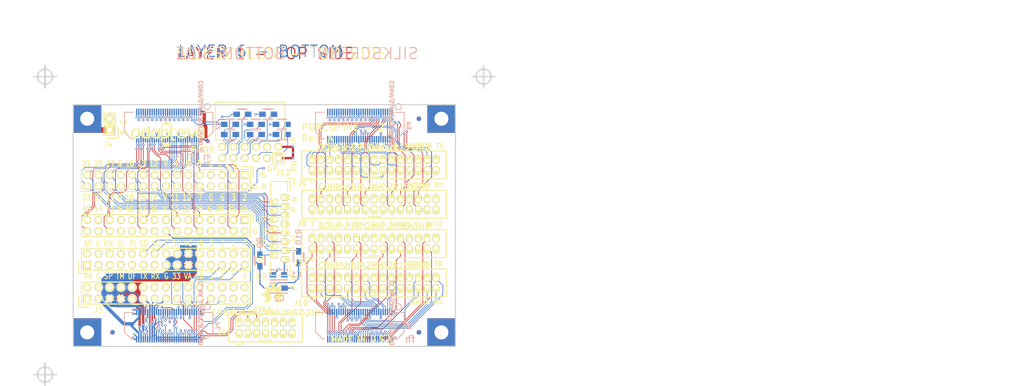
<source format=kicad_pcb>
(kicad_pcb (version 4) (host pcbnew "(2014-11-17 BZR 5290)-product")
  (title_block (title "Parallella Porcupine Breakout Board, Ver. 2") (date "19 Feb 2015") (rev A) (company "Adapteva, Inc., 1666 Massachusetts Ave., Lexington, MA 02420") (comment 1 "Fabrication Drawing"))
  (layers (0 F.Cu signal) (1 Layer2.Cu power) (2 Layer3.Cu signal) (3 Layer4.Cu signal) (4 Layer5.Cu power) (31 B.Cu signal) (34 B.Paste user) (35 F.Paste user) (36 B.SilkS user) (37 F.SilkS user) (38 B.Mask user) (39 F.Mask user) (44 Edge.Cuts user))
  (net 0 "")
  (net 1 /NORTH/RXI_DATA_N0)
  (net 2 /NORTH/RXI_DATA_N1)
  (net 3 /NORTH/RXI_DATA_N2)
  (net 4 /NORTH/RXI_DATA_N3)
  (net 5 /NORTH/RXI_DATA_N4)
  (net 6 /NORTH/RXI_DATA_N5)
  (net 7 /NORTH/RXI_DATA_N6)
  (net 8 /NORTH/RXI_DATA_N7)
  (net 9 /NORTH/RXI_DATA_P0)
  (net 10 /NORTH/RXI_DATA_P1)
  (net 11 /NORTH/RXI_DATA_P2)
  (net 12 /NORTH/RXI_DATA_P3)
  (net 13 /NORTH/RXI_DATA_P4)
  (net 14 /NORTH/RXI_DATA_P5)
  (net 15 /NORTH/RXI_DATA_P6)
  (net 16 /NORTH/RXI_DATA_P7)
  (net 17 /NORTH/RXI_FRAME_N)
  (net 18 /NORTH/RXI_FRAME_P)
  (net 19 /NORTH/RXI_LCLK_N)
  (net 20 /NORTH/RXI_LCLK_P)
  (net 21 /NORTH/RXO_RD_WAIT_N)
  (net 22 /NORTH/RXO_RD_WAIT_P)
  (net 23 /NORTH/RXO_WR_WAIT_N)
  (net 24 /NORTH/RXO_WR_WAIT_P)
  (net 25 /NORTH/TXI_RD_WAIT_N)
  (net 26 /NORTH/TXI_RD_WAIT_P)
  (net 27 /NORTH/TXI_WR_WAIT_N)
  (net 28 /NORTH/TXI_WR_WAIT_P)
  (net 29 /NORTH/TXO_DATA_N0)
  (net 30 /NORTH/TXO_DATA_N1)
  (net 31 /NORTH/TXO_DATA_N2)
  (net 32 /NORTH/TXO_DATA_N3)
  (net 33 /NORTH/TXO_DATA_N4)
  (net 34 /NORTH/TXO_DATA_N5)
  (net 35 /NORTH/TXO_DATA_N6)
  (net 36 /NORTH/TXO_DATA_N7)
  (net 37 /NORTH/TXO_DATA_P0)
  (net 38 /NORTH/TXO_DATA_P1)
  (net 39 /NORTH/TXO_DATA_P2)
  (net 40 /NORTH/TXO_DATA_P3)
  (net 41 /NORTH/TXO_DATA_P4)
  (net 42 /NORTH/TXO_DATA_P5)
  (net 43 /NORTH/TXO_DATA_P6)
  (net 44 /NORTH/TXO_DATA_P7)
  (net 45 /NORTH/TXO_FRAME_N)
  (net 46 /NORTH/TXO_FRAME_P)
  (net 47 /NORTH/TXO_LCLK_N)
  (net 48 /NORTH/TXO_LCLK_P)
  (net 49 /NORTH/VDDIO)
  (net 50 /POWER/1P0V)
  (net 51 /POWER/1P35V)
  (net 52 /POWER/1P8V)
  (net 53 /POWER/2P5V)
  (net 54 /POWER/3P3V)
  (net 55 /POWER/DSP_FLAG)
  (net 56 /POWER/DSP_XID0)
  (net 57 /POWER/DSP_XID1)
  (net 58 /POWER/DSP_XID2)
  (net 59 /POWER/DSP_XID3)
  (net 60 /POWER/DSP_YID0)
  (net 61 /POWER/DSP_YID1)
  (net 62 /POWER/DSP_YID2)
  (net 63 /POWER/DSP_YID3)
  (net 64 /POWER/I2C_SCL)
  (net 65 /POWER/I2C_SDA)
  (net 66 /POWER/JTAG_BOOT_EN)
  (net 67 /POWER/JTAG_TCK)
  (net 68 /POWER/JTAG_TDI)
  (net 69 /POWER/JTAG_TDO)
  (net 70 /POWER/JTAG_TMS)
  (net 71 /POWER/PROG_IO)
  (net 72 /POWER/REG_EN1)
  (net 73 /POWER/REG_EN2)
  (net 74 /POWER/REG_EN3)
  (net 75 /POWER/REG_EN4)
  (net 76 /POWER/RESET_N)
  (net 77 /POWER/SPARE)
  (net 78 /POWER/SPDIF)
  (net 79 /POWER/SYS_5P0V)
  (net 80 /POWER/TURBO_MODE)
  (net 81 /POWER/UART_RX)
  (net 82 /POWER/UART_TX)
  (net 83 /POWER/USER_LED)
  (net 84 /POWER/VADC_N)
  (net 85 /POWER/VADC_P)
  (net 86 /POWER/VDD_ADJ)
  (net 87 /POWER/VDD_DSP)
  (net 88 /POWER/VDD_GPIO)
  (net 89 /P_ELINK_S/RXI_DATA_N0)
  (net 90 /P_ELINK_S/RXI_DATA_N1)
  (net 91 /P_ELINK_S/RXI_DATA_N2)
  (net 92 /P_ELINK_S/RXI_DATA_N3)
  (net 93 /P_ELINK_S/RXI_DATA_N4)
  (net 94 /P_ELINK_S/RXI_DATA_N5)
  (net 95 /P_ELINK_S/RXI_DATA_N6)
  (net 96 /P_ELINK_S/RXI_DATA_N7)
  (net 97 /P_ELINK_S/RXI_DATA_P0)
  (net 98 /P_ELINK_S/RXI_DATA_P1)
  (net 99 /P_ELINK_S/RXI_DATA_P2)
  (net 100 /P_ELINK_S/RXI_DATA_P3)
  (net 101 /P_ELINK_S/RXI_DATA_P4)
  (net 102 /P_ELINK_S/RXI_DATA_P5)
  (net 103 /P_ELINK_S/RXI_DATA_P6)
  (net 104 /P_ELINK_S/RXI_DATA_P7)
  (net 105 /P_ELINK_S/RXI_FRAME_N)
  (net 106 /P_ELINK_S/RXI_FRAME_P)
  (net 107 /P_ELINK_S/RXI_LCLK_N)
  (net 108 /P_ELINK_S/RXI_LCLK_P)
  (net 109 /P_ELINK_S/RXO_RD_WAIT_N)
  (net 110 /P_ELINK_S/RXO_RD_WAIT_P)
  (net 111 /P_ELINK_S/RXO_WR_WAIT_N)
  (net 112 /P_ELINK_S/RXO_WR_WAIT_P)
  (net 113 /P_ELINK_S/TXI_RD_WAIT_N)
  (net 114 /P_ELINK_S/TXI_RD_WAIT_P)
  (net 115 /P_ELINK_S/TXI_WR_WAIT_N)
  (net 116 /P_ELINK_S/TXI_WR_WAIT_P)
  (net 117 /P_ELINK_S/TXO_DATA_N0)
  (net 118 /P_ELINK_S/TXO_DATA_N1)
  (net 119 /P_ELINK_S/TXO_DATA_N2)
  (net 120 /P_ELINK_S/TXO_DATA_N3)
  (net 121 /P_ELINK_S/TXO_DATA_N4)
  (net 122 /P_ELINK_S/TXO_DATA_N5)
  (net 123 /P_ELINK_S/TXO_DATA_N6)
  (net 124 /P_ELINK_S/TXO_DATA_N7)
  (net 125 /P_ELINK_S/TXO_DATA_P0)
  (net 126 /P_ELINK_S/TXO_DATA_P1)
  (net 127 /P_ELINK_S/TXO_DATA_P2)
  (net 128 /P_ELINK_S/TXO_DATA_P3)
  (net 129 /P_ELINK_S/TXO_DATA_P4)
  (net 130 /P_ELINK_S/TXO_DATA_P5)
  (net 131 /P_ELINK_S/TXO_DATA_P6)
  (net 132 /P_ELINK_S/TXO_DATA_P7)
  (net 133 /P_ELINK_S/TXO_FRAME_N)
  (net 134 /P_ELINK_S/TXO_FRAME_P)
  (net 135 /P_ELINK_S/TXO_LCLK_N)
  (net 136 /P_ELINK_S/TXO_LCLK_P)
  (net 137 /P_GPIO/PMOD11)
  (net 138 /P_GPIO/PMOD12)
  (net 139 /P_GPIO/PMOD13)
  (net 140 /P_GPIO/PMOD14)
  (net 141 /P_GPIO/PMOD21)
  (net 142 /P_GPIO/PMOD22)
  (net 143 /P_GPIO/PMOD23)
  (net 144 /P_GPIO/PMOD24)
  (net 145 /P_GPIO/VDD_GPIO)
  (net 146 /P_POWER/MH_SYSPWR)
  (net 147 /SOUTH/VDDIO)
  (net 148 GND)
  (net 149 /GPIO/GPIO0)
  (net 150 /GPIO/GPIO2)
  (net 151 /GPIO/GPIO1)
  (net 152 /GPIO/GPIO3)
  (net 153 /GPIO/GPIO4)
  (net 154 /GPIO/GPIO6)
  (net 155 /GPIO/GPIO5)
  (net 156 /GPIO/GPIO7)
  (net 157 /GPIO/GPIO8)
  (net 158 /GPIO/GPIO10)
  (net 159 /GPIO/GPIO9)
  (net 160 /GPIO/GPIO11)
  (net 161 /GPIO/GPIO12)
  (net 162 /GPIO/GPIO14)
  (net 163 /GPIO/GPIO13)
  (net 164 /GPIO/GPIO15)
  (net 165 /GPIO/GPIO16)
  (net 166 /GPIO/GPIO18)
  (net 167 /GPIO/GPIO17)
  (net 168 /GPIO/GPIO19)
  (net 169 /GPIO/GPIO20)
  (net 170 /GPIO/GPIO22)
  (net 171 /GPIO/GPIO21)
  (net 172 /GPIO/GPIO23)
  (net 173 /GPIO/GPIO24)
  (net 174 /GPIO/GPIO26)
  (net 175 /GPIO/GPIO25)
  (net 176 /GPIO/GPIO27)
  (net 177 /GPIO/GPIO28)
  (net 178 /GPIO/GPIO30)
  (net 179 /GPIO/GPIO29)
  (net 180 /GPIO/GPIO31)
  (net 181 /GPIO/GPIO32)
  (net 182 /GPIO/GPIO34)
  (net 183 /GPIO/GPIO33)
  (net 184 /GPIO/GPIO35)
  (net 185 /GPIO/GPIO36)
  (net 186 /GPIO/GPIO38)
  (net 187 /GPIO/GPIO37)
  (net 188 /GPIO/GPIO39)
  (net 189 /GPIO/GPIO40)
  (net 190 /GPIO/GPIO42)
  (net 191 /GPIO/GPIO41)
  (net 192 /GPIO/GPIO43)
  (net 193 /GPIO/GPIO44)
  (net 194 /GPIO/GPIO46)
  (net 195 /GPIO/GPIO45)
  (net 196 /GPIO/GPIO47)
  (module CONN_HDR_P1_2R15 (layer F.Cu) (at 173.355 118.745 180)
    (fp_text reference J6 (at -21.59 1.27 180) (layer F.SilkS) (effects (font (size 1.27 1.27) (thickness 0.2032))))
    (fp_text value CONN\HDR\P1\2R15 hide)
    (pad 1 thru_hole rect (at -17.78 1.27 180) (size 1.7272 1.7272) (drill 1.016) (layers *.Cu *.Mask F.SilkS) (net 149 /GPIO/GPIO0))
    (pad 2 thru_hole oval (at -17.78 -1.27 180) (size 1.7272 1.7272) (drill 1.016) (layers *.Cu *.Mask F.SilkS) (net 150 /GPIO/GPIO2))
    (pad 3 thru_hole oval (at -15.24 1.27 180) (size 1.7272 1.7272) (drill 1.016) (layers *.Cu *.Mask F.SilkS) (net 151 /GPIO/GPIO1))
    (pad 4 thru_hole oval (at -15.24 -1.27 180) (size 1.7272 1.7272) (drill 1.016) (layers *.Cu *.Mask F.SilkS) (net 152 /GPIO/GPIO3))
    (pad 5 thru_hole oval (at -12.7 1.27 180) (size 1.7272 1.7272) (drill 1.016) (layers *.Cu *.Mask F.SilkS) (net 153 /GPIO/GPIO4))
    (pad 6 thru_hole oval (at -12.7 -1.27 180) (size 1.7272 1.7272) (drill 1.016) (layers *.Cu *.Mask F.SilkS) (net 154 /GPIO/GPIO6))
    (pad 7 thru_hole oval (at -10.16 1.27 180) (size 1.7272 1.7272) (drill 1.016) (layers *.Cu *.Mask F.SilkS) (net 148 GND))
    (pad 8 thru_hole oval (at -10.16 -1.27 180) (size 1.7272 1.7272) (drill 1.016) (layers *.Cu *.Mask F.SilkS) (net 148 GND))
    (pad 9 thru_hole oval (at -7.62 1.27 180) (size 1.7272 1.7272) (drill 1.016) (layers *.Cu *.Mask F.SilkS) (net 155 /GPIO/GPIO5))
    (pad 10 thru_hole oval (at -7.62 -1.27 180) (size 1.7272 1.7272) (drill 1.016) (layers *.Cu *.Mask F.SilkS) (net 156 /GPIO/GPIO7))
    (pad 11 thru_hole oval (at -5.08 1.27 180) (size 1.7272 1.7272) (drill 1.016) (layers *.Cu *.Mask F.SilkS) (net 157 /GPIO/GPIO8))
    (pad 12 thru_hole oval (at -5.08 -1.27 180) (size 1.7272 1.7272) (drill 1.016) (layers *.Cu *.Mask F.SilkS) (net 158 /GPIO/GPIO10))
    (pad 13 thru_hole oval (at -2.54 1.27 180) (size 1.7272 1.7272) (drill 1.016) (layers *.Cu *.Mask F.SilkS) (net 159 /GPIO/GPIO9))
    (pad 14 thru_hole oval (at -2.54 -1.27 180) (size 1.7272 1.7272) (drill 1.016) (layers *.Cu *.Mask F.SilkS) (net 160 /GPIO/GPIO11))
    (pad 15 thru_hole oval (at 0 1.27 180) (size 1.7272 1.7272) (drill 1.016) (layers *.Cu *.Mask F.SilkS) (net 145 /P_GPIO/VDD_GPIO))
    (pad 16 thru_hole oval (at 0 -1.27 180) (size 1.7272 1.7272) (drill 1.016) (layers *.Cu *.Mask F.SilkS) (net 145 /P_GPIO/VDD_GPIO))
    (pad 17 thru_hole oval (at 2.54 1.27 180) (size 1.7272 1.7272) (drill 1.016) (layers *.Cu *.Mask F.SilkS) (net 161 /GPIO/GPIO12))
    (pad 18 thru_hole oval (at 2.54 -1.27 180) (size 1.7272 1.7272) (drill 1.016) (layers *.Cu *.Mask F.SilkS) (net 162 /GPIO/GPIO14))
    (pad 19 thru_hole oval (at 5.08 1.27 180) (size 1.7272 1.7272) (drill 1.016) (layers *.Cu *.Mask F.SilkS) (net 163 /GPIO/GPIO13))
    (pad 20 thru_hole oval (at 5.08 -1.27 180) (size 1.7272 1.7272) (drill 1.016) (layers *.Cu *.Mask F.SilkS) (net 164 /GPIO/GPIO15))
    (pad 21 thru_hole oval (at 7.62 1.27 180) (size 1.7272 1.7272) (drill 1.016) (layers *.Cu *.Mask F.SilkS) (net 165 /GPIO/GPIO16))
    (pad 22 thru_hole oval (at 7.62 -1.27 180) (size 1.7272 1.7272) (drill 1.016) (layers *.Cu *.Mask F.SilkS) (net 166 /GPIO/GPIO18))
    (pad 23 thru_hole oval (at 10.16 1.27 180) (size 1.7272 1.7272) (drill 1.016) (layers *.Cu *.Mask F.SilkS) (net 148 GND))
    (pad 24 thru_hole oval (at 10.16 -1.27 180) (size 1.7272 1.7272) (drill 1.016) (layers *.Cu *.Mask F.SilkS) (net 148 GND))
    (pad 25 thru_hole oval (at 12.7 1.27 180) (size 1.7272 1.7272) (drill 1.016) (layers *.Cu *.Mask F.SilkS) (net 167 /GPIO/GPIO17))
    (pad 26 thru_hole oval (at 12.7 -1.27 180) (size 1.7272 1.7272) (drill 1.016) (layers *.Cu *.Mask F.SilkS) (net 168 /GPIO/GPIO19))
    (pad 27 thru_hole oval (at 15.24 1.27 180) (size 1.7272 1.7272) (drill 1.016) (layers *.Cu *.Mask F.SilkS) (net 169 /GPIO/GPIO20))
    (pad 28 thru_hole oval (at 15.24 -1.27 180) (size 1.7272 1.7272) (drill 1.016) (layers *.Cu *.Mask F.SilkS) (net 170 /GPIO/GPIO22))
    (pad 29 thru_hole oval (at 17.78 1.27 180) (size 1.7272 1.7272) (drill 1.016) (layers *.Cu *.Mask F.SilkS) (net 171 /GPIO/GPIO21))
    (pad 30 thru_hole oval (at 17.78 -1.27 180) (size 1.7272 1.7272) (drill 1.016) (layers *.Cu *.Mask F.SilkS) (net 172 /GPIO/GPIO23))
  )
  (module CONN_HDR_P1_2R15 (layer F.Cu) (at 173.355 128.905 180)
    (fp_text reference J7 (at -21.59 1.27 180) (layer F.SilkS) (effects (font (size 1.27 1.27) (thickness 0.2032))))
    (fp_text value CONN\HDR\P1\2R15 hide)
    (pad 1 thru_hole rect (at -17.78 1.27 180) (size 1.7272 1.7272) (drill 1.016) (layers *.Cu *.Mask F.SilkS) (net 173 /GPIO/GPIO24))
    (pad 2 thru_hole oval (at -17.78 -1.27 180) (size 1.7272 1.7272) (drill 1.016) (layers *.Cu *.Mask F.SilkS) (net 174 /GPIO/GPIO26))
    (pad 3 thru_hole oval (at -15.24 1.27 180) (size 1.7272 1.7272) (drill 1.016) (layers *.Cu *.Mask F.SilkS) (net 175 /GPIO/GPIO25))
    (pad 4 thru_hole oval (at -15.24 -1.27 180) (size 1.7272 1.7272) (drill 1.016) (layers *.Cu *.Mask F.SilkS) (net 176 /GPIO/GPIO27))
    (pad 5 thru_hole oval (at -12.7 1.27 180) (size 1.7272 1.7272) (drill 1.016) (layers *.Cu *.Mask F.SilkS) (net 177 /GPIO/GPIO28))
    (pad 6 thru_hole oval (at -12.7 -1.27 180) (size 1.7272 1.7272) (drill 1.016) (layers *.Cu *.Mask F.SilkS) (net 178 /GPIO/GPIO30))
    (pad 7 thru_hole oval (at -10.16 1.27 180) (size 1.7272 1.7272) (drill 1.016) (layers *.Cu *.Mask F.SilkS) (net 148 GND))
    (pad 8 thru_hole oval (at -10.16 -1.27 180) (size 1.7272 1.7272) (drill 1.016) (layers *.Cu *.Mask F.SilkS) (net 148 GND))
    (pad 9 thru_hole oval (at -7.62 1.27 180) (size 1.7272 1.7272) (drill 1.016) (layers *.Cu *.Mask F.SilkS) (net 179 /GPIO/GPIO29))
    (pad 10 thru_hole oval (at -7.62 -1.27 180) (size 1.7272 1.7272) (drill 1.016) (layers *.Cu *.Mask F.SilkS) (net 180 /GPIO/GPIO31))
    (pad 11 thru_hole oval (at -5.08 1.27 180) (size 1.7272 1.7272) (drill 1.016) (layers *.Cu *.Mask F.SilkS) (net 181 /GPIO/GPIO32))
    (pad 12 thru_hole oval (at -5.08 -1.27 180) (size 1.7272 1.7272) (drill 1.016) (layers *.Cu *.Mask F.SilkS) (net 182 /GPIO/GPIO34))
    (pad 13 thru_hole oval (at -2.54 1.27 180) (size 1.7272 1.7272) (drill 1.016) (layers *.Cu *.Mask F.SilkS) (net 183 /GPIO/GPIO33))
    (pad 14 thru_hole oval (at -2.54 -1.27 180) (size 1.7272 1.7272) (drill 1.016) (layers *.Cu *.Mask F.SilkS) (net 184 /GPIO/GPIO35))
    (pad 15 thru_hole oval (at 0 1.27 180) (size 1.7272 1.7272) (drill 1.016) (layers *.Cu *.Mask F.SilkS) (net 145 /P_GPIO/VDD_GPIO))
    (pad 16 thru_hole oval (at 0 -1.27 180) (size 1.7272 1.7272) (drill 1.016) (layers *.Cu *.Mask F.SilkS) (net 145 /P_GPIO/VDD_GPIO))
    (pad 17 thru_hole oval (at 2.54 1.27 180) (size 1.7272 1.7272) (drill 1.016) (layers *.Cu *.Mask F.SilkS) (net 185 /GPIO/GPIO36))
    (pad 18 thru_hole oval (at 2.54 -1.27 180) (size 1.7272 1.7272) (drill 1.016) (layers *.Cu *.Mask F.SilkS) (net 186 /GPIO/GPIO38))
    (pad 19 thru_hole oval (at 5.08 1.27 180) (size 1.7272 1.7272) (drill 1.016) (layers *.Cu *.Mask F.SilkS) (net 187 /GPIO/GPIO37))
    (pad 20 thru_hole oval (at 5.08 -1.27 180) (size 1.7272 1.7272) (drill 1.016) (layers *.Cu *.Mask F.SilkS) (net 188 /GPIO/GPIO39))
    (pad 21 thru_hole oval (at 7.62 1.27 180) (size 1.7272 1.7272) (drill 1.016) (layers *.Cu *.Mask F.SilkS) (net 189 /GPIO/GPIO40))
    (pad 22 thru_hole oval (at 7.62 -1.27 180) (size 1.7272 1.7272) (drill 1.016) (layers *.Cu *.Mask F.SilkS) (net 190 /GPIO/GPIO42))
    (pad 23 thru_hole oval (at 10.16 1.27 180) (size 1.7272 1.7272) (drill 1.016) (layers *.Cu *.Mask F.SilkS) (net 148 GND))
    (pad 24 thru_hole oval (at 10.16 -1.27 180) (size 1.7272 1.7272) (drill 1.016) (layers *.Cu *.Mask F.SilkS) (net 148 GND))
    (pad 25 thru_hole oval (at 12.7 1.27 180) (size 1.7272 1.7272) (drill 1.016) (layers *.Cu *.Mask F.SilkS) (net 191 /GPIO/GPIO41))
    (pad 26 thru_hole oval (at 12.7 -1.27 180) (size 1.7272 1.7272) (drill 1.016) (layers *.Cu *.Mask F.SilkS) (net 192 /GPIO/GPIO43))
    (pad 27 thru_hole oval (at 15.24 1.27 180) (size 1.7272 1.7272) (drill 1.016) (layers *.Cu *.Mask F.SilkS) (net 193 /GPIO/GPIO44))
    (pad 28 thru_hole oval (at 15.24 -1.27 180) (size 1.7272 1.7272) (drill 1.016) (layers *.Cu *.Mask F.SilkS) (net 194 /GPIO/GPIO46))
    (pad 29 thru_hole oval (at 17.78 1.27 180) (size 1.7272 1.7272) (drill 1.016) (layers *.Cu *.Mask F.SilkS) (net 195 /GPIO/GPIO45))
    (pad 30 thru_hole oval (at 17.78 -1.27 180) (size 1.7272 1.7272) (drill 1.016) (layers *.Cu *.Mask F.SilkS) (net 196 /GPIO/GPIO47))
  )
  (module CONN_HDR_P1_2R15 (layer F.Cu) (at 173.355 144.145)
    (fp_text reference J3 (at -15.24 3.81) (layer F.SilkS) (effects (font (size 1.27 1.27) (thickness 0.2032))))
    (fp_text value CONN\HDR\P1\2R15 hide)
    (pad 1 thru_hole rect (at -17.78 1.27) (size 1.7272 1.7272) (drill 1.016) (layers *.Cu *.Mask F.SilkS) (net 54 /POWER/3P3V))
    (pad 2 thru_hole oval (at -17.78 -1.27) (size 1.7272 1.7272) (drill 1.016) (layers *.Cu *.Mask F.SilkS) (net 148 GND))
    (pad 3 thru_hole oval (at -15.24 1.27) (size 1.7272 1.7272) (drill 1.016) (layers *.Cu *.Mask F.SilkS) (net 53 /POWER/2P5V))
    (pad 4 thru_hole oval (at -15.24 -1.27) (size 1.7272 1.7272) (drill 1.016) (layers *.Cu *.Mask F.SilkS) (net 148 GND))
    (pad 5 thru_hole oval (at -12.7 1.27) (size 1.7272 1.7272) (drill 1.016) (layers *.Cu *.Mask F.SilkS) (net 88 /POWER/VDD_GPIO))
    (pad 6 thru_hole oval (at -12.7 -1.27) (size 1.7272 1.7272) (drill 1.016) (layers *.Cu *.Mask F.SilkS) (net 148 GND))
    (pad 7 thru_hole oval (at -10.16 1.27) (size 1.7272 1.7272) (drill 1.016) (layers *.Cu *.Mask F.SilkS) (net 86 /POWER/VDD_ADJ))
    (pad 8 thru_hole oval (at -10.16 -1.27) (size 1.7272 1.7272) (drill 1.016) (layers *.Cu *.Mask F.SilkS) (net 148 GND))
    (pad 9 thru_hole oval (at -7.62 1.27) (size 1.7272 1.7272) (drill 1.016) (layers *.Cu *.Mask F.SilkS) (net 52 /POWER/1P8V))
    (pad 10 thru_hole oval (at -7.62 -1.27) (size 1.7272 1.7272) (drill 1.016) (layers *.Cu *.Mask F.SilkS) (net 148 GND))
    (pad 11 thru_hole oval (at -5.08 1.27) (size 1.7272 1.7272) (drill 1.016) (layers *.Cu *.Mask F.SilkS) (net 51 /POWER/1P35V))
    (pad 12 thru_hole oval (at -5.08 -1.27) (size 1.7272 1.7272) (drill 1.016) (layers *.Cu *.Mask F.SilkS) (net 148 GND))
    (pad 13 thru_hole oval (at -2.54 1.27) (size 1.7272 1.7272) (drill 1.016) (layers *.Cu *.Mask F.SilkS) (net 87 /POWER/VDD_DSP))
    (pad 14 thru_hole oval (at -2.54 -1.27) (size 1.7272 1.7272) (drill 1.016) (layers *.Cu *.Mask F.SilkS) (net 148 GND))
    (pad 15 thru_hole oval (at 0 1.27) (size 1.7272 1.7272) (drill 1.016) (layers *.Cu *.Mask F.SilkS) (net 50 /POWER/1P0V))
    (pad 16 thru_hole oval (at 0 -1.27) (size 1.7272 1.7272) (drill 1.016) (layers *.Cu *.Mask F.SilkS) (net 148 GND))
    (pad 17 thru_hole oval (at 2.54 1.27) (size 1.7272 1.7272) (drill 1.016) (layers *.Cu *.Mask F.SilkS) (net 77 /POWER/SPARE))
    (pad 18 thru_hole oval (at 2.54 -1.27) (size 1.7272 1.7272) (drill 1.016) (layers *.Cu *.Mask F.SilkS) (net 148 GND))
    (pad 19 thru_hole oval (at 5.08 1.27) (size 1.7272 1.7272) (drill 1.016) (layers *.Cu *.Mask F.SilkS) (net 75 /POWER/REG_EN4))
    (pad 20 thru_hole oval (at 5.08 -1.27) (size 1.7272 1.7272) (drill 1.016) (layers *.Cu *.Mask F.SilkS) (net 148 GND))
    (pad 21 thru_hole oval (at 7.62 1.27) (size 1.7272 1.7272) (drill 1.016) (layers *.Cu *.Mask F.SilkS) (net 74 /POWER/REG_EN3))
    (pad 22 thru_hole oval (at 7.62 -1.27) (size 1.7272 1.7272) (drill 1.016) (layers *.Cu *.Mask F.SilkS) (net 148 GND))
    (pad 23 thru_hole oval (at 10.16 1.27) (size 1.7272 1.7272) (drill 1.016) (layers *.Cu *.Mask F.SilkS) (net 73 /POWER/REG_EN2))
    (pad 24 thru_hole oval (at 10.16 -1.27) (size 1.7272 1.7272) (drill 1.016) (layers *.Cu *.Mask F.SilkS) (net 148 GND))
    (pad 25 thru_hole oval (at 12.7 1.27) (size 1.7272 1.7272) (drill 1.016) (layers *.Cu *.Mask F.SilkS) (net 72 /POWER/REG_EN1))
    (pad 26 thru_hole oval (at 12.7 -1.27) (size 1.7272 1.7272) (drill 1.016) (layers *.Cu *.Mask F.SilkS) (net 148 GND))
    (pad 27 thru_hole oval (at 15.24 1.27) (size 1.7272 1.7272) (drill 1.016) (layers *.Cu *.Mask F.SilkS) (net 79 /POWER/SYS_5P0V))
    (pad 28 thru_hole oval (at 15.24 -1.27) (size 1.7272 1.7272) (drill 1.016) (layers *.Cu *.Mask F.SilkS) (net 148 GND))
    (pad 29 thru_hole oval (at 17.78 1.27) (size 1.7272 1.7272) (drill 1.016) (layers *.Cu *.Mask F.SilkS) (net 79 /POWER/SYS_5P0V))
    (pad 30 thru_hole oval (at 17.78 -1.27) (size 1.7272 1.7272) (drill 1.016) (layers *.Cu *.Mask F.SilkS) (net 148 GND))
  )
  (module R_0805_HS (layer B.Cu) (at 199.517 106.045)
    (fp_text reference R1 (at -17.018 7.366) (layer B.SilkS) (effects (font (thickness 0.1524)) (justify mirror)))
    (fp_text value 200 hide)
    (pad 1 smd rect (at -1.30048 0) (size 1.50114 1.19888) (layers B.Cu B.Paste B.Mask) (net 156 /GPIO/GPIO7))
    (pad 2 smd rect (at 1.30048 0) (size 1.50114 1.19888) (layers B.Cu B.Paste B.Mask) (net 144 /P_GPIO/PMOD24))
  )
  (module R_0805_HS (layer B.Cu) (at 193.675 108.331)
    (fp_text reference R2 (at -14.224 6.604) (layer B.SilkS) (effects (font (thickness 0.1524)) (justify mirror)))
    (fp_text value 200 hide)
    (pad 1 smd rect (at -1.30048 0) (size 1.50114 1.19888) (layers B.Cu B.Paste B.Mask) (net 154 /GPIO/GPIO6))
    (pad 2 smd rect (at 1.30048 0) (size 1.50114 1.19888) (layers B.Cu B.Paste B.Mask) (net 143 /P_GPIO/PMOD23))
  )
  (module R_0805_HS (layer B.Cu) (at 190.627 103.759)
    (fp_text reference R3 (at -12.7 8.128) (layer B.SilkS) (effects (font (thickness 0.1524)) (justify mirror)))
    (fp_text value 200 hide)
    (pad 1 smd rect (at -1.30048 0) (size 1.50114 1.19888) (layers B.Cu B.Paste B.Mask) (net 155 /GPIO/GPIO5))
    (pad 2 smd rect (at 1.30048 0) (size 1.50114 1.19888) (layers B.Cu B.Paste B.Mask) (net 142 /P_GPIO/PMOD22))
  )
  (module R_0805_HS (layer B.Cu) (at 187.833 106.045)
    (fp_text reference R4 (at -11.43 7.366) (layer B.SilkS) (effects (font (thickness 0.1524)) (justify mirror)))
    (fp_text value 200 hide)
    (pad 1 smd rect (at -1.30048 0) (size 1.50114 1.19888) (layers B.Cu B.Paste B.Mask) (net 153 /GPIO/GPIO4))
    (pad 2 smd rect (at 1.30048 0) (size 1.50114 1.19888) (layers B.Cu B.Paste B.Mask) (net 141 /P_GPIO/PMOD21))
  )
  (module R_0805_HS (layer B.Cu) (at 199.517 108.331 180)
    (fp_text reference R5 (at 17.018 -6.604 180) (layer B.SilkS) (effects (font (thickness 0.1524)) (justify mirror)))
    (fp_text value 200 hide)
    (pad 1 smd rect (at -1.30048 0 180) (size 1.50114 1.19888) (layers B.Cu B.Paste B.Mask) (net 140 /P_GPIO/PMOD14))
    (pad 2 smd rect (at 1.30048 0 180) (size 1.50114 1.19888) (layers B.Cu B.Paste B.Mask) (net 152 /GPIO/GPIO3))
  )
  (module R_0805_HS (layer B.Cu) (at 196.469 103.759 180)
    (fp_text reference R6 (at 15.494 -8.128 180) (layer B.SilkS) (effects (font (thickness 0.1524)) (justify mirror)))
    (fp_text value 200 hide)
    (pad 1 smd rect (at -1.30048 0 180) (size 1.50114 1.19888) (layers B.Cu B.Paste B.Mask) (net 139 /P_GPIO/PMOD13))
    (pad 2 smd rect (at 1.30048 0 180) (size 1.50114 1.19888) (layers B.Cu B.Paste B.Mask) (net 150 /GPIO/GPIO2))
  )
  (module R_0805_HS (layer B.Cu) (at 193.675 106.045 180)
    (fp_text reference R7 (at 14.224 -7.366 180) (layer B.SilkS) (effects (font (thickness 0.1524)) (justify mirror)))
    (fp_text value 200 hide)
    (pad 1 smd rect (at -1.30048 0 180) (size 1.50114 1.19888) (layers B.Cu B.Paste B.Mask) (net 138 /P_GPIO/PMOD12))
    (pad 2 smd rect (at 1.30048 0 180) (size 1.50114 1.19888) (layers B.Cu B.Paste B.Mask) (net 151 /GPIO/GPIO1))
  )
  (module R_0805_HS (layer B.Cu) (at 187.833 108.331 180)
    (fp_text reference R8 (at 11.43 -6.604 180) (layer B.SilkS) (effects (font (thickness 0.1524)) (justify mirror)))
    (fp_text value 200 hide)
    (pad 1 smd rect (at -1.30048 0 180) (size 1.50114 1.19888) (layers B.Cu B.Paste B.Mask) (net 137 /P_GPIO/PMOD11))
    (pad 2 smd rect (at 1.30048 0 180) (size 1.50114 1.19888) (layers B.Cu B.Paste B.Mask) (net 149 /GPIO/GPIO0))
  )
  (module CONN_HDR_P1_2R15 (layer F.Cu) (at 173.355 136.525)
    (fp_text reference J2 (at 20.955 0) (layer F.SilkS) (effects (font (size 1.27 1.27) (thickness 0.2032))))
    (fp_text value CONN\HDR\P1\2R15 hide)
    (pad 1 thru_hole rect (at -17.78 1.27) (size 1.7272 1.7272) (drill 1.016) (layers *.Cu *.Mask F.SilkS) (net 84 /POWER/VADC_N))
    (pad 2 thru_hole oval (at -17.78 -1.27) (size 1.7272 1.7272) (drill 1.016) (layers *.Cu *.Mask F.SilkS) (net 85 /POWER/VADC_P))
    (pad 3 thru_hole oval (at -15.24 1.27) (size 1.7272 1.7272) (drill 1.016) (layers *.Cu *.Mask F.SilkS) (net 148 GND))
    (pad 4 thru_hole oval (at -15.24 -1.27) (size 1.7272 1.7272) (drill 1.016) (layers *.Cu *.Mask F.SilkS) (net 148 GND))
    (pad 5 thru_hole oval (at -12.7 1.27) (size 1.7272 1.7272) (drill 1.016) (layers *.Cu *.Mask F.SilkS) (net 78 /POWER/SPDIF))
    (pad 6 thru_hole oval (at -12.7 -1.27) (size 1.7272 1.7272) (drill 1.016) (layers *.Cu *.Mask F.SilkS) (net 76 /POWER/RESET_N))
    (pad 7 thru_hole oval (at -10.16 1.27) (size 1.7272 1.7272) (drill 1.016) (layers *.Cu *.Mask F.SilkS) (net 80 /POWER/TURBO_MODE))
    (pad 8 thru_hole oval (at -10.16 -1.27) (size 1.7272 1.7272) (drill 1.016) (layers *.Cu *.Mask F.SilkS) (net 83 /POWER/USER_LED))
    (pad 9 thru_hole oval (at -7.62 1.27) (size 1.7272 1.7272) (drill 1.016) (layers *.Cu *.Mask F.SilkS) (net 55 /POWER/DSP_FLAG))
    (pad 10 thru_hole oval (at -7.62 -1.27) (size 1.7272 1.7272) (drill 1.016) (layers *.Cu *.Mask F.SilkS) (net 71 /POWER/PROG_IO))
    (pad 11 thru_hole oval (at -5.08 1.27) (size 1.7272 1.7272) (drill 1.016) (layers *.Cu *.Mask F.SilkS) (net 82 /POWER/UART_TX))
    (pad 12 thru_hole oval (at -5.08 -1.27) (size 1.7272 1.7272) (drill 1.016) (layers *.Cu *.Mask F.SilkS) (net 65 /POWER/I2C_SDA))
    (pad 13 thru_hole oval (at -2.54 1.27) (size 1.7272 1.7272) (drill 1.016) (layers *.Cu *.Mask F.SilkS) (net 81 /POWER/UART_RX))
    (pad 14 thru_hole oval (at -2.54 -1.27) (size 1.7272 1.7272) (drill 1.016) (layers *.Cu *.Mask F.SilkS) (net 64 /POWER/I2C_SCL))
    (pad 15 thru_hole oval (at 0 1.27) (size 1.7272 1.7272) (drill 1.016) (layers *.Cu *.Mask F.SilkS) (net 148 GND))
    (pad 16 thru_hole oval (at 0 -1.27) (size 1.7272 1.7272) (drill 1.016) (layers *.Cu *.Mask F.SilkS) (net 148 GND))
    (pad 17 thru_hole oval (at 2.54 1.27) (size 1.7272 1.7272) (drill 1.016) (layers *.Cu *.Mask F.SilkS) (net 54 /POWER/3P3V))
    (pad 18 thru_hole oval (at 2.54 -1.27) (size 1.7272 1.7272) (drill 1.016) (layers *.Cu *.Mask F.SilkS) (net 79 /POWER/SYS_5P0V))
    (pad 19 thru_hole oval (at 5.08 1.27) (size 1.7272 1.7272) (drill 1.016) (layers *.Cu *.Mask F.SilkS) (net 86 /POWER/VDD_ADJ))
    (pad 20 thru_hole oval (at 5.08 -1.27) (size 1.7272 1.7272) (drill 1.016) (layers *.Cu *.Mask F.SilkS) (net 88 /POWER/VDD_GPIO))
    (pad 21 thru_hole oval (at 7.62 1.27) (size 1.7272 1.7272) (drill 1.016) (layers *.Cu *.Mask F.SilkS) (net 52 /POWER/1P8V))
    (pad 22 thru_hole oval (at 7.62 -1.27) (size 1.7272 1.7272) (drill 1.016) (layers *.Cu *.Mask F.SilkS) (net 66 /POWER/JTAG_BOOT_EN))
    (pad 23 thru_hole oval (at 10.16 1.27) (size 1.7272 1.7272) (drill 1.016) (layers *.Cu *.Mask F.SilkS) (net 59 /POWER/DSP_XID3))
    (pad 24 thru_hole oval (at 10.16 -1.27) (size 1.7272 1.7272) (drill 1.016) (layers *.Cu *.Mask F.SilkS) (net 63 /POWER/DSP_YID3))
    (pad 25 thru_hole oval (at 12.7 1.27) (size 1.7272 1.7272) (drill 1.016) (layers *.Cu *.Mask F.SilkS) (net 58 /POWER/DSP_XID2))
    (pad 26 thru_hole oval (at 12.7 -1.27) (size 1.7272 1.7272) (drill 1.016) (layers *.Cu *.Mask F.SilkS) (net 62 /POWER/DSP_YID2))
    (pad 27 thru_hole oval (at 15.24 1.27) (size 1.7272 1.7272) (drill 1.016) (layers *.Cu *.Mask F.SilkS) (net 57 /POWER/DSP_XID1))
    (pad 28 thru_hole oval (at 15.24 -1.27) (size 1.7272 1.7272) (drill 1.016) (layers *.Cu *.Mask F.SilkS) (net 61 /POWER/DSP_YID1))
    (pad 29 thru_hole oval (at 17.78 1.27) (size 1.7272 1.7272) (drill 1.016) (layers *.Cu *.Mask F.SilkS) (net 56 /POWER/DSP_XID0))
    (pad 30 thru_hole oval (at 17.78 -1.27) (size 1.7272 1.7272) (drill 1.016) (layers *.Cu *.Mask F.SilkS) (net 60 /POWER/DSP_YID0))
  )
  (module C_0805_HS (layer B.Cu) (at 198.825 140.035 180)
    (fp_text reference C1 (at -3.92 0.08 180) (layer B.SilkS) (effects (font (size 1.27 1.27) (thickness 0.2032)) (justify mirror)))
    (fp_text value C\SMD0805\50V\104 hide)
    (pad 1 smd rect (at -1.30048 0 180) (size 1.50114 1.19888) (layers B.Cu B.Paste B.Mask) (net 54 /POWER/3P3V))
    (pad 2 smd rect (at 1.30048 0 180) (size 1.50114 1.19888) (layers B.Cu B.Paste B.Mask) (net 148 GND))
  )
  (module C_0805_HS (layer B.Cu) (at 198.825 143.035)
    (fp_text reference C2 (at 0.09906 2.30124) (layer B.SilkS) (effects (font (size 1.27 1.27) (thickness 0.2032)) (justify mirror)))
    (fp_text value C\SMD0805\50V\104 hide)
    (pad 1 smd rect (at -1.30048 0) (size 1.50114 1.19888) (layers B.Cu B.Paste B.Mask) (net 145 /P_GPIO/VDD_GPIO))
    (pad 2 smd rect (at 1.30048 0) (size 1.50114 1.19888) (layers B.Cu B.Paste B.Mask) (net 148 GND))
  )
  (module FIDUCIAL_040 (layer B.Cu) (at 230.505 153.035)
    (fp_text reference FID1 hide)
    (fp_text value FIDUCIAL\040 hide)
    (pad 1 smd circle (at 0 0) (size 1.016 1.016) (layers B.Cu B.Mask) (clearance 0.635))
  )
  (module FIDUCIAL_040 (layer F.Cu) (at 230.505 153.035)
    (fp_text reference FID2 hide)
    (fp_text value FIDUCIAL\040 hide)
    (pad 1 smd circle (at 0 0) (size 1.016 1.016) (layers F.Cu F.Mask) (clearance 0.635))
  )
  (module FIDUCIAL_040 (layer B.Cu) (at 161.29 153.035)
    (fp_text reference FID3 hide)
    (fp_text value FIDUCIAL\040 hide)
    (pad 1 smd circle (at 0 0) (size 1.016 1.016) (layers B.Cu B.Mask) (clearance 0.635))
  )
  (module FIDUCIAL_040 (layer F.Cu) (at 161.29 153.035)
    (fp_text reference FID4 hide)
    (fp_text value FIDUCIAL\040 hide)
    (pad 1 smd circle (at 0 0) (size 1.016 1.016) (layers F.Cu F.Mask) (clearance 0.635))
  )
  (module FIDUCIAL_040 (layer B.Cu) (at 230.505 104.775)
    (fp_text reference FID5 hide)
    (fp_text value FIDUCIAL\040 hide)
    (pad 1 smd circle (at 0 0) (size 1.016 1.016) (layers B.Cu B.Mask) (clearance 0.635))
  )
  (module FIDUCIAL_040 (layer F.Cu) (at 230.505 104.775)
    (fp_text reference FID6 hide)
    (fp_text value FIDUCIAL\040 hide)
    (pad 1 smd circle (at 0 0) (size 1.016 1.016) (layers F.Cu F.Mask) (clearance 0.635))
  )
  (module CONN_HDR_2MM_2R07_SHD (layer F.Cu) (at 189.865 153.035)
    (fp_text reference J1 (at -3.89 0 180) (layer F.SilkS) (effects (font (size 1.27 1.27) (thickness 0.254))))
    (fp_text value CONN\HDR\2MM\2R07\SHD (at 6.35 -4.445) (layer F.SilkS) (effects (font (size 1.27 1.27) (thickness 0.254))))
    (pad 1 thru_hole oval (at 0 0) (size 1.524 2.032) (drill 0.889 (offset 0 0.254)) (layers *.Cu *.Mask F.SilkS))
    (pad 2 thru_hole oval (at 0 -1.99898 180) (size 1.524 2.032) (drill 0.889 (offset 0 0.254)) (layers *.Cu *.Mask F.SilkS) (net 54 /POWER/3P3V))
    (pad 3 thru_hole oval (at 1.99898 0) (size 1.524 2.032) (drill 0.889 (offset 0 0.254)) (layers *.Cu *.Mask F.SilkS) (net 148 GND))
    (pad 4 thru_hole oval (at 1.99898 -1.99898 180) (size 1.524 2.032) (drill 0.889 (offset 0 0.254)) (layers *.Cu *.Mask F.SilkS) (net 70 /POWER/JTAG_TMS))
    (pad 5 thru_hole oval (at 3.99796 0) (size 1.524 2.032) (drill 0.889 (offset 0 0.254)) (layers *.Cu *.Mask F.SilkS) (net 148 GND))
    (pad 6 thru_hole oval (at 3.99796 -1.99898 180) (size 1.524 2.032) (drill 0.889 (offset 0 0.254)) (layers *.Cu *.Mask F.SilkS) (net 67 /POWER/JTAG_TCK))
    (pad 7 thru_hole oval (at 5.99694 0) (size 1.524 2.032) (drill 0.889 (offset 0 0.254)) (layers *.Cu *.Mask F.SilkS) (net 148 GND))
    (pad 8 thru_hole oval (at 5.99694 -1.99898 180) (size 1.524 2.032) (drill 0.889 (offset 0 0.254)) (layers *.Cu *.Mask F.SilkS) (net 69 /POWER/JTAG_TDO))
    (pad 9 thru_hole oval (at 7.99592 0) (size 1.524 2.032) (drill 0.889 (offset 0 0.254)) (layers *.Cu *.Mask F.SilkS) (net 148 GND))
    (pad 10 thru_hole oval (at 7.99592 -1.99898 180) (size 1.524 2.032) (drill 0.889 (offset 0 0.254)) (layers *.Cu *.Mask F.SilkS) (net 68 /POWER/JTAG_TDI))
    (pad 11 thru_hole oval (at 9.9949 0) (size 1.524 2.032) (drill 0.889 (offset 0 0.254)) (layers *.Cu *.Mask F.SilkS) (net 148 GND))
    (pad 12 thru_hole oval (at 9.9949 -1.99898 180) (size 1.524 2.032) (drill 0.889 (offset 0 0.254)) (layers *.Cu *.Mask F.SilkS))
    (pad 13 thru_hole oval (at 11.99388 0) (size 1.524 2.032) (drill 0.889 (offset 0 0.254)) (layers *.Cu *.Mask F.SilkS) (net 148 GND))
    (pad 14 thru_hole oval (at 11.99388 -1.99898 180) (size 1.524 2.032) (drill 0.889 (offset 0 0.254)) (layers *.Cu *.Mask F.SilkS))
  )
  (module CONN_HDR_P1_1R02 (layer F.Cu) (at 160.655 106.045 90)
    (fp_text reference J4 (at -4.59 -0.48 180) (layer F.SilkS) (effects (font (size 1.27 1.27) (thickness 0.2032))))
    (fp_text value CONN\HDR\P1\1R02 hide)
    (pad 1 thru_hole rect (at -1.27 0 90) (size 2.032 2.032) (drill 1.016) (layers *.Cu *.Mask F.SilkS) (net 146 /P_POWER/MH_SYSPWR))
    (pad 2 thru_hole oval (at 1.27 0 90) (size 2.032 2.032) (drill 1.016) (layers *.Cu *.Mask F.SilkS) (net 148 GND))
  )
  (module CONN_HDR_P1FRA_2R06 (layer F.Cu) (at 192.405 112.395 180)
    (fp_text reference J5 (at -9.27 2.56 180) (layer F.SilkS) (effects (font (size 1.27 1.27) (thickness 0.2032))))
    (fp_text value CONN\HDR\P1FRA\2R06 hide)
    (pad 1 thru_hole rect (at -6.35 -1.27 180) (size 1.7272 1.7272) (drill 1.016) (layers *.Cu *.Mask F.SilkS) (net 54 /POWER/3P3V))
    (pad 2 thru_hole oval (at -6.35 1.27 180) (size 1.7272 1.7272) (drill 1.016) (layers *.Cu *.Mask F.SilkS) (net 54 /POWER/3P3V))
    (pad 3 thru_hole oval (at -3.81 -1.27 180) (size 1.7272 1.7272) (drill 1.016) (layers *.Cu *.Mask F.SilkS) (net 148 GND))
    (pad 4 thru_hole oval (at -3.81 1.27 180) (size 1.7272 1.7272) (drill 1.016) (layers *.Cu *.Mask F.SilkS) (net 148 GND))
    (pad 5 thru_hole oval (at -1.27 -1.27 180) (size 1.7272 1.7272) (drill 1.016) (layers *.Cu *.Mask F.SilkS) (net 140 /P_GPIO/PMOD14))
    (pad 6 thru_hole oval (at -1.27 1.27 180) (size 1.7272 1.7272) (drill 1.016) (layers *.Cu *.Mask F.SilkS) (net 144 /P_GPIO/PMOD24))
    (pad 7 thru_hole oval (at 1.27 -1.27 180) (size 1.7272 1.7272) (drill 1.016) (layers *.Cu *.Mask F.SilkS) (net 139 /P_GPIO/PMOD13))
    (pad 8 thru_hole oval (at 1.27 1.27 180) (size 1.7272 1.7272) (drill 1.016) (layers *.Cu *.Mask F.SilkS) (net 143 /P_GPIO/PMOD23))
    (pad 9 thru_hole oval (at 3.81 -1.27 180) (size 1.7272 1.7272) (drill 1.016) (layers *.Cu *.Mask F.SilkS) (net 138 /P_GPIO/PMOD12))
    (pad 10 thru_hole oval (at 3.81 1.27 180) (size 1.7272 1.7272) (drill 1.016) (layers *.Cu *.Mask F.SilkS) (net 142 /P_GPIO/PMOD22))
    (pad 11 thru_hole oval (at 6.35 -1.27 180) (size 1.7272 1.7272) (drill 1.016) (layers *.Cu *.Mask F.SilkS) (net 137 /P_GPIO/PMOD11))
    (pad 12 thru_hole oval (at 6.35 1.27 180) (size 1.7272 1.7272) (drill 1.016) (layers *.Cu *.Mask F.SilkS) (net 141 /P_GPIO/PMOD21))
  )
  (module CONN_HDR_2MM_2R15_SHD (layer F.Cu) (at 206.375 125.095)
    (fp_text reference J8 (at -2.286 3.302 180) (layer F.SilkS) (effects (font (size 1.27 1.27) (thickness 0.254))))
    (fp_text value CONN\HDR\2MM\2R15\SHD (at 14 -5) (layer F.SilkS) (effects (font (size 1.27 1.27) (thickness 0.254))))
    (pad 29 thru_hole oval (at 27.99388 0) (size 1.524 2.032) (drill 0.889 (offset 0 0.254)) (layers *.Cu *.Mask F.SilkS) (net 18 /NORTH/RXI_FRAME_P))
    (pad 30 thru_hole oval (at 27.99388 -1.99898 180) (size 1.524 2.032) (drill 0.889 (offset 0 0.254)) (layers *.Cu *.Mask F.SilkS) (net 17 /NORTH/RXI_FRAME_N))
    (pad 28 thru_hole oval (at 25.99388 -1.99898 180) (size 1.524 2.032) (drill 0.889 (offset 0 0.254)) (layers *.Cu *.Mask F.SilkS) (net 23 /NORTH/RXO_WR_WAIT_N))
    (pad 27 thru_hole oval (at 25.99388 0) (size 1.524 2.032) (drill 0.889 (offset 0 0.254)) (layers *.Cu *.Mask F.SilkS) (net 24 /NORTH/RXO_WR_WAIT_P))
    (pad 26 thru_hole oval (at 23.9949 -1.99898 180) (size 1.524 2.032) (drill 0.889 (offset 0 0.254)) (layers *.Cu *.Mask F.SilkS) (net 19 /NORTH/RXI_LCLK_N))
    (pad 25 thru_hole oval (at 23.9949 0) (size 1.524 2.032) (drill 0.889 (offset 0 0.254)) (layers *.Cu *.Mask F.SilkS) (net 20 /NORTH/RXI_LCLK_P))
    (pad 24 thru_hole oval (at 21.99592 -1.99898 180) (size 1.524 2.032) (drill 0.889 (offset 0 0.254)) (layers *.Cu *.Mask F.SilkS) (net 148 GND))
    (pad 23 thru_hole oval (at 21.99592 0) (size 1.524 2.032) (drill 0.889 (offset 0 0.254)) (layers *.Cu *.Mask F.SilkS) (net 148 GND))
    (pad 22 thru_hole oval (at 19.99694 -1.99898 180) (size 1.524 2.032) (drill 0.889 (offset 0 0.254)) (layers *.Cu *.Mask F.SilkS) (net 21 /NORTH/RXO_RD_WAIT_N))
    (pad 21 thru_hole oval (at 19.99694 0) (size 1.524 2.032) (drill 0.889 (offset 0 0.254)) (layers *.Cu *.Mask F.SilkS) (net 22 /NORTH/RXO_RD_WAIT_P))
    (pad 20 thru_hole oval (at 17.99796 -1.99898 180) (size 1.524 2.032) (drill 0.889 (offset 0 0.254)) (layers *.Cu *.Mask F.SilkS) (net 1 /NORTH/RXI_DATA_N0))
    (pad 19 thru_hole oval (at 17.99796 0) (size 1.524 2.032) (drill 0.889 (offset 0 0.254)) (layers *.Cu *.Mask F.SilkS) (net 9 /NORTH/RXI_DATA_P0))
    (pad 18 thru_hole oval (at 15.99898 -1.99898 180) (size 1.524 2.032) (drill 0.889 (offset 0 0.254)) (layers *.Cu *.Mask F.SilkS) (net 2 /NORTH/RXI_DATA_N1))
    (pad 17 thru_hole oval (at 15.99898 0) (size 1.524 2.032) (drill 0.889 (offset 0 0.254)) (layers *.Cu *.Mask F.SilkS) (net 10 /NORTH/RXI_DATA_P1))
    (pad 16 thru_hole oval (at 14 -1.99898 180) (size 1.524 2.032) (drill 0.889 (offset 0 0.254)) (layers *.Cu *.Mask F.SilkS) (net 148 GND))
    (pad 15 thru_hole oval (at 14 0) (size 1.524 2.032) (drill 0.889 (offset 0 0.254)) (layers *.Cu *.Mask F.SilkS) (net 148 GND))
    (pad 1 thru_hole oval (at 0 0) (size 1.524 2.032) (drill 0.889 (offset 0 0.254)) (layers *.Cu *.Mask F.SilkS) (net 16 /NORTH/RXI_DATA_P7))
    (pad 2 thru_hole oval (at 0 -1.99898 180) (size 1.524 2.032) (drill 0.889 (offset 0 0.254)) (layers *.Cu *.Mask F.SilkS) (net 8 /NORTH/RXI_DATA_N7))
    (pad 3 thru_hole oval (at 1.99898 0) (size 1.524 2.032) (drill 0.889 (offset 0 0.254)) (layers *.Cu *.Mask F.SilkS) (net 15 /NORTH/RXI_DATA_P6))
    (pad 4 thru_hole oval (at 1.99898 -1.99898 180) (size 1.524 2.032) (drill 0.889 (offset 0 0.254)) (layers *.Cu *.Mask F.SilkS) (net 7 /NORTH/RXI_DATA_N6))
    (pad 5 thru_hole oval (at 3.99796 0) (size 1.524 2.032) (drill 0.889 (offset 0 0.254)) (layers *.Cu *.Mask F.SilkS) (net 14 /NORTH/RXI_DATA_P5))
    (pad 6 thru_hole oval (at 3.99796 -1.99898 180) (size 1.524 2.032) (drill 0.889 (offset 0 0.254)) (layers *.Cu *.Mask F.SilkS) (net 6 /NORTH/RXI_DATA_N5))
    (pad 7 thru_hole oval (at 5.99694 0) (size 1.524 2.032) (drill 0.889 (offset 0 0.254)) (layers *.Cu *.Mask F.SilkS) (net 148 GND))
    (pad 8 thru_hole oval (at 5.99694 -1.99898 180) (size 1.524 2.032) (drill 0.889 (offset 0 0.254)) (layers *.Cu *.Mask F.SilkS) (net 148 GND))
    (pad 9 thru_hole oval (at 7.99592 0) (size 1.524 2.032) (drill 0.889 (offset 0 0.254)) (layers *.Cu *.Mask F.SilkS) (net 13 /NORTH/RXI_DATA_P4))
    (pad 10 thru_hole oval (at 7.99592 -1.99898 180) (size 1.524 2.032) (drill 0.889 (offset 0 0.254)) (layers *.Cu *.Mask F.SilkS) (net 5 /NORTH/RXI_DATA_N4))
    (pad 11 thru_hole oval (at 9.9949 0) (size 1.524 2.032) (drill 0.889 (offset 0 0.254)) (layers *.Cu *.Mask F.SilkS) (net 12 /NORTH/RXI_DATA_P3))
    (pad 12 thru_hole oval (at 9.9949 -1.99898 180) (size 1.524 2.032) (drill 0.889 (offset 0 0.254)) (layers *.Cu *.Mask F.SilkS) (net 4 /NORTH/RXI_DATA_N3))
    (pad 13 thru_hole oval (at 11.99388 0) (size 1.524 2.032) (drill 0.889 (offset 0 0.254)) (layers *.Cu *.Mask F.SilkS) (net 11 /NORTH/RXI_DATA_P2))
    (pad 14 thru_hole oval (at 11.99388 -1.99898 180) (size 1.524 2.032) (drill 0.889 (offset 0 0.254)) (layers *.Cu *.Mask F.SilkS) (net 3 /NORTH/RXI_DATA_N2))
  )
  (module CONN_HDR_2MM_2R15_SHD (layer F.Cu) (at 206.375 116.205)
    (fp_text reference J9 (at -2.286 3.302 180) (layer F.SilkS) (effects (font (size 1.27 1.27) (thickness 0.254))))
    (fp_text value CONN\HDR\2MM\2R15\SHD (at 14 -5) (layer F.SilkS) (effects (font (size 1.27 1.27) (thickness 0.254))))
    (pad 29 thru_hole oval (at 27.99388 0) (size 1.524 2.032) (drill 0.889 (offset 0 0.254)) (layers *.Cu *.Mask F.SilkS) (net 46 /NORTH/TXO_FRAME_P))
    (pad 30 thru_hole oval (at 27.99388 -1.99898 180) (size 1.524 2.032) (drill 0.889 (offset 0 0.254)) (layers *.Cu *.Mask F.SilkS) (net 45 /NORTH/TXO_FRAME_N))
    (pad 28 thru_hole oval (at 25.99388 -1.99898 180) (size 1.524 2.032) (drill 0.889 (offset 0 0.254)) (layers *.Cu *.Mask F.SilkS) (net 27 /NORTH/TXI_WR_WAIT_N))
    (pad 27 thru_hole oval (at 25.99388 0) (size 1.524 2.032) (drill 0.889 (offset 0 0.254)) (layers *.Cu *.Mask F.SilkS) (net 28 /NORTH/TXI_WR_WAIT_P))
    (pad 26 thru_hole oval (at 23.9949 -1.99898 180) (size 1.524 2.032) (drill 0.889 (offset 0 0.254)) (layers *.Cu *.Mask F.SilkS) (net 47 /NORTH/TXO_LCLK_N))
    (pad 25 thru_hole oval (at 23.9949 0) (size 1.524 2.032) (drill 0.889 (offset 0 0.254)) (layers *.Cu *.Mask F.SilkS) (net 48 /NORTH/TXO_LCLK_P))
    (pad 24 thru_hole oval (at 21.99592 -1.99898 180) (size 1.524 2.032) (drill 0.889 (offset 0 0.254)) (layers *.Cu *.Mask F.SilkS) (net 148 GND))
    (pad 23 thru_hole oval (at 21.99592 0) (size 1.524 2.032) (drill 0.889 (offset 0 0.254)) (layers *.Cu *.Mask F.SilkS) (net 148 GND))
    (pad 22 thru_hole oval (at 19.99694 -1.99898 180) (size 1.524 2.032) (drill 0.889 (offset 0 0.254)) (layers *.Cu *.Mask F.SilkS) (net 25 /NORTH/TXI_RD_WAIT_N))
    (pad 21 thru_hole oval (at 19.99694 0) (size 1.524 2.032) (drill 0.889 (offset 0 0.254)) (layers *.Cu *.Mask F.SilkS) (net 26 /NORTH/TXI_RD_WAIT_P))
    (pad 20 thru_hole oval (at 17.99796 -1.99898 180) (size 1.524 2.032) (drill 0.889 (offset 0 0.254)) (layers *.Cu *.Mask F.SilkS) (net 29 /NORTH/TXO_DATA_N0))
    (pad 19 thru_hole oval (at 17.99796 0) (size 1.524 2.032) (drill 0.889 (offset 0 0.254)) (layers *.Cu *.Mask F.SilkS) (net 37 /NORTH/TXO_DATA_P0))
    (pad 18 thru_hole oval (at 15.99898 -1.99898 180) (size 1.524 2.032) (drill 0.889 (offset 0 0.254)) (layers *.Cu *.Mask F.SilkS) (net 30 /NORTH/TXO_DATA_N1))
    (pad 17 thru_hole oval (at 15.99898 0) (size 1.524 2.032) (drill 0.889 (offset 0 0.254)) (layers *.Cu *.Mask F.SilkS) (net 38 /NORTH/TXO_DATA_P1))
    (pad 16 thru_hole oval (at 14 -1.99898 180) (size 1.524 2.032) (drill 0.889 (offset 0 0.254)) (layers *.Cu *.Mask F.SilkS) (net 148 GND))
    (pad 15 thru_hole oval (at 14 0) (size 1.524 2.032) (drill 0.889 (offset 0 0.254)) (layers *.Cu *.Mask F.SilkS) (net 148 GND))
    (pad 1 thru_hole oval (at 0 0) (size 1.524 2.032) (drill 0.889 (offset 0 0.254)) (layers *.Cu *.Mask F.SilkS) (net 44 /NORTH/TXO_DATA_P7))
    (pad 2 thru_hole oval (at 0 -1.99898 180) (size 1.524 2.032) (drill 0.889 (offset 0 0.254)) (layers *.Cu *.Mask F.SilkS) (net 36 /NORTH/TXO_DATA_N7))
    (pad 3 thru_hole oval (at 1.99898 0) (size 1.524 2.032) (drill 0.889 (offset 0 0.254)) (layers *.Cu *.Mask F.SilkS) (net 43 /NORTH/TXO_DATA_P6))
    (pad 4 thru_hole oval (at 1.99898 -1.99898 180) (size 1.524 2.032) (drill 0.889 (offset 0 0.254)) (layers *.Cu *.Mask F.SilkS) (net 35 /NORTH/TXO_DATA_N6))
    (pad 5 thru_hole oval (at 3.99796 0) (size 1.524 2.032) (drill 0.889 (offset 0 0.254)) (layers *.Cu *.Mask F.SilkS) (net 42 /NORTH/TXO_DATA_P5))
    (pad 6 thru_hole oval (at 3.99796 -1.99898 180) (size 1.524 2.032) (drill 0.889 (offset 0 0.254)) (layers *.Cu *.Mask F.SilkS) (net 34 /NORTH/TXO_DATA_N5))
    (pad 7 thru_hole oval (at 5.99694 0) (size 1.524 2.032) (drill 0.889 (offset 0 0.254)) (layers *.Cu *.Mask F.SilkS) (net 148 GND))
    (pad 8 thru_hole oval (at 5.99694 -1.99898 180) (size 1.524 2.032) (drill 0.889 (offset 0 0.254)) (layers *.Cu *.Mask F.SilkS) (net 148 GND))
    (pad 9 thru_hole oval (at 7.99592 0) (size 1.524 2.032) (drill 0.889 (offset 0 0.254)) (layers *.Cu *.Mask F.SilkS) (net 41 /NORTH/TXO_DATA_P4))
    (pad 10 thru_hole oval (at 7.99592 -1.99898 180) (size 1.524 2.032) (drill 0.889 (offset 0 0.254)) (layers *.Cu *.Mask F.SilkS) (net 33 /NORTH/TXO_DATA_N4))
    (pad 11 thru_hole oval (at 9.9949 0) (size 1.524 2.032) (drill 0.889 (offset 0 0.254)) (layers *.Cu *.Mask F.SilkS) (net 40 /NORTH/TXO_DATA_P3))
    (pad 12 thru_hole oval (at 9.9949 -1.99898 180) (size 1.524 2.032) (drill 0.889 (offset 0 0.254)) (layers *.Cu *.Mask F.SilkS) (net 32 /NORTH/TXO_DATA_N3))
    (pad 13 thru_hole oval (at 11.99388 0) (size 1.524 2.032) (drill 0.889 (offset 0 0.254)) (layers *.Cu *.Mask F.SilkS) (net 39 /NORTH/TXO_DATA_P2))
    (pad 14 thru_hole oval (at 11.99388 -1.99898 180) (size 1.524 2.032) (drill 0.889 (offset 0 0.254)) (layers *.Cu *.Mask F.SilkS) (net 31 /NORTH/TXO_DATA_N2))
  )
  (module CONN_HDR_2MM_2R15_SHD (layer F.Cu) (at 206.375 142.875)
    (fp_text reference J10 (at -2.54 3.556 180) (layer F.SilkS) (effects (font (size 1.27 1.27) (thickness 0.254))))
    (fp_text value CONN\HDR\2MM\2R15\SHD (at 14 -5) (layer F.SilkS) (effects (font (size 1.27 1.27) (thickness 0.254))))
    (pad 29 thru_hole oval (at 27.99388 0) (size 1.524 2.032) (drill 0.889 (offset 0 0.254)) (layers *.Cu *.Mask F.SilkS) (net 106 /P_ELINK_S/RXI_FRAME_P))
    (pad 30 thru_hole oval (at 27.99388 -1.99898 180) (size 1.524 2.032) (drill 0.889 (offset 0 0.254)) (layers *.Cu *.Mask F.SilkS) (net 105 /P_ELINK_S/RXI_FRAME_N))
    (pad 28 thru_hole oval (at 25.99388 -1.99898 180) (size 1.524 2.032) (drill 0.889 (offset 0 0.254)) (layers *.Cu *.Mask F.SilkS) (net 111 /P_ELINK_S/RXO_WR_WAIT_N))
    (pad 27 thru_hole oval (at 25.99388 0) (size 1.524 2.032) (drill 0.889 (offset 0 0.254)) (layers *.Cu *.Mask F.SilkS) (net 112 /P_ELINK_S/RXO_WR_WAIT_P))
    (pad 26 thru_hole oval (at 23.9949 -1.99898 180) (size 1.524 2.032) (drill 0.889 (offset 0 0.254)) (layers *.Cu *.Mask F.SilkS) (net 107 /P_ELINK_S/RXI_LCLK_N))
    (pad 25 thru_hole oval (at 23.9949 0) (size 1.524 2.032) (drill 0.889 (offset 0 0.254)) (layers *.Cu *.Mask F.SilkS) (net 108 /P_ELINK_S/RXI_LCLK_P))
    (pad 24 thru_hole oval (at 21.99592 -1.99898 180) (size 1.524 2.032) (drill 0.889 (offset 0 0.254)) (layers *.Cu *.Mask F.SilkS) (net 148 GND))
    (pad 23 thru_hole oval (at 21.99592 0) (size 1.524 2.032) (drill 0.889 (offset 0 0.254)) (layers *.Cu *.Mask F.SilkS) (net 148 GND))
    (pad 22 thru_hole oval (at 19.99694 -1.99898 180) (size 1.524 2.032) (drill 0.889 (offset 0 0.254)) (layers *.Cu *.Mask F.SilkS) (net 109 /P_ELINK_S/RXO_RD_WAIT_N))
    (pad 21 thru_hole oval (at 19.99694 0) (size 1.524 2.032) (drill 0.889 (offset 0 0.254)) (layers *.Cu *.Mask F.SilkS) (net 110 /P_ELINK_S/RXO_RD_WAIT_P))
    (pad 20 thru_hole oval (at 17.99796 -1.99898 180) (size 1.524 2.032) (drill 0.889 (offset 0 0.254)) (layers *.Cu *.Mask F.SilkS) (net 89 /P_ELINK_S/RXI_DATA_N0))
    (pad 19 thru_hole oval (at 17.99796 0) (size 1.524 2.032) (drill 0.889 (offset 0 0.254)) (layers *.Cu *.Mask F.SilkS) (net 97 /P_ELINK_S/RXI_DATA_P0))
    (pad 18 thru_hole oval (at 15.99898 -1.99898 180) (size 1.524 2.032) (drill 0.889 (offset 0 0.254)) (layers *.Cu *.Mask F.SilkS) (net 90 /P_ELINK_S/RXI_DATA_N1))
    (pad 17 thru_hole oval (at 15.99898 0) (size 1.524 2.032) (drill 0.889 (offset 0 0.254)) (layers *.Cu *.Mask F.SilkS) (net 98 /P_ELINK_S/RXI_DATA_P1))
    (pad 16 thru_hole oval (at 14 -1.99898 180) (size 1.524 2.032) (drill 0.889 (offset 0 0.254)) (layers *.Cu *.Mask F.SilkS) (net 148 GND))
    (pad 15 thru_hole oval (at 14 0) (size 1.524 2.032) (drill 0.889 (offset 0 0.254)) (layers *.Cu *.Mask F.SilkS) (net 148 GND))
    (pad 1 thru_hole oval (at 0 0) (size 1.524 2.032) (drill 0.889 (offset 0 0.254)) (layers *.Cu *.Mask F.SilkS) (net 104 /P_ELINK_S/RXI_DATA_P7))
    (pad 2 thru_hole oval (at 0 -1.99898 180) (size 1.524 2.032) (drill 0.889 (offset 0 0.254)) (layers *.Cu *.Mask F.SilkS) (net 96 /P_ELINK_S/RXI_DATA_N7))
    (pad 3 thru_hole oval (at 1.99898 0) (size 1.524 2.032) (drill 0.889 (offset 0 0.254)) (layers *.Cu *.Mask F.SilkS) (net 103 /P_ELINK_S/RXI_DATA_P6))
    (pad 4 thru_hole oval (at 1.99898 -1.99898 180) (size 1.524 2.032) (drill 0.889 (offset 0 0.254)) (layers *.Cu *.Mask F.SilkS) (net 95 /P_ELINK_S/RXI_DATA_N6))
    (pad 5 thru_hole oval (at 3.99796 0) (size 1.524 2.032) (drill 0.889 (offset 0 0.254)) (layers *.Cu *.Mask F.SilkS) (net 102 /P_ELINK_S/RXI_DATA_P5))
    (pad 6 thru_hole oval (at 3.99796 -1.99898 180) (size 1.524 2.032) (drill 0.889 (offset 0 0.254)) (layers *.Cu *.Mask F.SilkS) (net 94 /P_ELINK_S/RXI_DATA_N5))
    (pad 7 thru_hole oval (at 5.99694 0) (size 1.524 2.032) (drill 0.889 (offset 0 0.254)) (layers *.Cu *.Mask F.SilkS) (net 148 GND))
    (pad 8 thru_hole oval (at 5.99694 -1.99898 180) (size 1.524 2.032) (drill 0.889 (offset 0 0.254)) (layers *.Cu *.Mask F.SilkS) (net 148 GND))
    (pad 9 thru_hole oval (at 7.99592 0) (size 1.524 2.032) (drill 0.889 (offset 0 0.254)) (layers *.Cu *.Mask F.SilkS) (net 101 /P_ELINK_S/RXI_DATA_P4))
    (pad 10 thru_hole oval (at 7.99592 -1.99898 180) (size 1.524 2.032) (drill 0.889 (offset 0 0.254)) (layers *.Cu *.Mask F.SilkS) (net 93 /P_ELINK_S/RXI_DATA_N4))
    (pad 11 thru_hole oval (at 9.9949 0) (size 1.524 2.032) (drill 0.889 (offset 0 0.254)) (layers *.Cu *.Mask F.SilkS) (net 100 /P_ELINK_S/RXI_DATA_P3))
    (pad 12 thru_hole oval (at 9.9949 -1.99898 180) (size 1.524 2.032) (drill 0.889 (offset 0 0.254)) (layers *.Cu *.Mask F.SilkS) (net 92 /P_ELINK_S/RXI_DATA_N3))
    (pad 13 thru_hole oval (at 11.99388 0) (size 1.524 2.032) (drill 0.889 (offset 0 0.254)) (layers *.Cu *.Mask F.SilkS) (net 99 /P_ELINK_S/RXI_DATA_P2))
    (pad 14 thru_hole oval (at 11.99388 -1.99898 180) (size 1.524 2.032) (drill 0.889 (offset 0 0.254)) (layers *.Cu *.Mask F.SilkS) (net 91 /P_ELINK_S/RXI_DATA_N2))
  )
  (module CONN_HDR_2MM_2R15_SHD (layer F.Cu) (at 206.375 133.985)
    (fp_text reference J11 (at -2.54 3.302 180) (layer F.SilkS) (effects (font (size 1.27 1.27) (thickness 0.254))))
    (fp_text value CONN\HDR\2MM\2R15\SHD (at 14 -5) (layer F.SilkS) (effects (font (size 1.27 1.27) (thickness 0.254))))
    (pad 29 thru_hole oval (at 27.99388 0) (size 1.524 2.032) (drill 0.889 (offset 0 0.254)) (layers *.Cu *.Mask F.SilkS) (net 134 /P_ELINK_S/TXO_FRAME_P))
    (pad 30 thru_hole oval (at 27.99388 -1.99898 180) (size 1.524 2.032) (drill 0.889 (offset 0 0.254)) (layers *.Cu *.Mask F.SilkS) (net 133 /P_ELINK_S/TXO_FRAME_N))
    (pad 28 thru_hole oval (at 25.99388 -1.99898 180) (size 1.524 2.032) (drill 0.889 (offset 0 0.254)) (layers *.Cu *.Mask F.SilkS) (net 115 /P_ELINK_S/TXI_WR_WAIT_N))
    (pad 27 thru_hole oval (at 25.99388 0) (size 1.524 2.032) (drill 0.889 (offset 0 0.254)) (layers *.Cu *.Mask F.SilkS) (net 116 /P_ELINK_S/TXI_WR_WAIT_P))
    (pad 26 thru_hole oval (at 23.9949 -1.99898 180) (size 1.524 2.032) (drill 0.889 (offset 0 0.254)) (layers *.Cu *.Mask F.SilkS) (net 135 /P_ELINK_S/TXO_LCLK_N))
    (pad 25 thru_hole oval (at 23.9949 0) (size 1.524 2.032) (drill 0.889 (offset 0 0.254)) (layers *.Cu *.Mask F.SilkS) (net 136 /P_ELINK_S/TXO_LCLK_P))
    (pad 24 thru_hole oval (at 21.99592 -1.99898 180) (size 1.524 2.032) (drill 0.889 (offset 0 0.254)) (layers *.Cu *.Mask F.SilkS) (net 148 GND))
    (pad 23 thru_hole oval (at 21.99592 0) (size 1.524 2.032) (drill 0.889 (offset 0 0.254)) (layers *.Cu *.Mask F.SilkS) (net 148 GND))
    (pad 22 thru_hole oval (at 19.99694 -1.99898 180) (size 1.524 2.032) (drill 0.889 (offset 0 0.254)) (layers *.Cu *.Mask F.SilkS) (net 113 /P_ELINK_S/TXI_RD_WAIT_N))
    (pad 21 thru_hole oval (at 19.99694 0) (size 1.524 2.032) (drill 0.889 (offset 0 0.254)) (layers *.Cu *.Mask F.SilkS) (net 114 /P_ELINK_S/TXI_RD_WAIT_P))
    (pad 20 thru_hole oval (at 17.99796 -1.99898 180) (size 1.524 2.032) (drill 0.889 (offset 0 0.254)) (layers *.Cu *.Mask F.SilkS) (net 117 /P_ELINK_S/TXO_DATA_N0))
    (pad 19 thru_hole oval (at 17.99796 0) (size 1.524 2.032) (drill 0.889 (offset 0 0.254)) (layers *.Cu *.Mask F.SilkS) (net 125 /P_ELINK_S/TXO_DATA_P0))
    (pad 18 thru_hole oval (at 15.99898 -1.99898 180) (size 1.524 2.032) (drill 0.889 (offset 0 0.254)) (layers *.Cu *.Mask F.SilkS) (net 118 /P_ELINK_S/TXO_DATA_N1))
    (pad 17 thru_hole oval (at 15.99898 0) (size 1.524 2.032) (drill 0.889 (offset 0 0.254)) (layers *.Cu *.Mask F.SilkS) (net 126 /P_ELINK_S/TXO_DATA_P1))
    (pad 16 thru_hole oval (at 14 -1.99898 180) (size 1.524 2.032) (drill 0.889 (offset 0 0.254)) (layers *.Cu *.Mask F.SilkS) (net 148 GND))
    (pad 15 thru_hole oval (at 14 0) (size 1.524 2.032) (drill 0.889 (offset 0 0.254)) (layers *.Cu *.Mask F.SilkS) (net 148 GND))
    (pad 1 thru_hole oval (at 0 0) (size 1.524 2.032) (drill 0.889 (offset 0 0.254)) (layers *.Cu *.Mask F.SilkS) (net 132 /P_ELINK_S/TXO_DATA_P7))
    (pad 2 thru_hole oval (at 0 -1.99898 180) (size 1.524 2.032) (drill 0.889 (offset 0 0.254)) (layers *.Cu *.Mask F.SilkS) (net 124 /P_ELINK_S/TXO_DATA_N7))
    (pad 3 thru_hole oval (at 1.99898 0) (size 1.524 2.032) (drill 0.889 (offset 0 0.254)) (layers *.Cu *.Mask F.SilkS) (net 131 /P_ELINK_S/TXO_DATA_P6))
    (pad 4 thru_hole oval (at 1.99898 -1.99898 180) (size 1.524 2.032) (drill 0.889 (offset 0 0.254)) (layers *.Cu *.Mask F.SilkS) (net 123 /P_ELINK_S/TXO_DATA_N6))
    (pad 5 thru_hole oval (at 3.99796 0) (size 1.524 2.032) (drill 0.889 (offset 0 0.254)) (layers *.Cu *.Mask F.SilkS) (net 130 /P_ELINK_S/TXO_DATA_P5))
    (pad 6 thru_hole oval (at 3.99796 -1.99898 180) (size 1.524 2.032) (drill 0.889 (offset 0 0.254)) (layers *.Cu *.Mask F.SilkS) (net 122 /P_ELINK_S/TXO_DATA_N5))
    (pad 7 thru_hole oval (at 5.99694 0) (size 1.524 2.032) (drill 0.889 (offset 0 0.254)) (layers *.Cu *.Mask F.SilkS) (net 148 GND))
    (pad 8 thru_hole oval (at 5.99694 -1.99898 180) (size 1.524 2.032) (drill 0.889 (offset 0 0.254)) (layers *.Cu *.Mask F.SilkS) (net 148 GND))
    (pad 9 thru_hole oval (at 7.99592 0) (size 1.524 2.032) (drill 0.889 (offset 0 0.254)) (layers *.Cu *.Mask F.SilkS) (net 129 /P_ELINK_S/TXO_DATA_P4))
    (pad 10 thru_hole oval (at 7.99592 -1.99898 180) (size 1.524 2.032) (drill 0.889 (offset 0 0.254)) (layers *.Cu *.Mask F.SilkS) (net 121 /P_ELINK_S/TXO_DATA_N4))
    (pad 11 thru_hole oval (at 9.9949 0) (size 1.524 2.032) (drill 0.889 (offset 0 0.254)) (layers *.Cu *.Mask F.SilkS) (net 128 /P_ELINK_S/TXO_DATA_P3))
    (pad 12 thru_hole oval (at 9.9949 -1.99898 180) (size 1.524 2.032) (drill 0.889 (offset 0 0.254)) (layers *.Cu *.Mask F.SilkS) (net 120 /P_ELINK_S/TXO_DATA_N3))
    (pad 13 thru_hole oval (at 11.99388 0) (size 1.524 2.032) (drill 0.889 (offset 0 0.254)) (layers *.Cu *.Mask F.SilkS) (net 127 /P_ELINK_S/TXO_DATA_P2))
    (pad 14 thru_hole oval (at 11.99388 -1.99898 180) (size 1.524 2.032) (drill 0.889 (offset 0 0.254)) (layers *.Cu *.Mask F.SilkS) (net 119 /P_ELINK_S/TXO_DATA_N2))
  )
  (module CONN_FLEX_1MM_15 (layer F.Cu) (at 200.025 122.555 270)
    (fp_text reference J12 (at -5.6 0.2 360) (layer F.SilkS) (effects (font (size 1.27 1.27) (thickness 0.254))))
    (fp_text value CONN\FLEX\1MM\15 hide)
    (pad 15 thru_hole oval (at 14 0 90) (size 1.524 2.032) (drill 0.8 (offset 0 0.254)) (layers *.Cu *.Mask F.SilkS) (net 54 /POWER/3P3V))
    (pad 14 thru_hole oval (at 13 2 270) (size 1.524 2.032) (drill 0.8 (offset 0 0.254)) (layers *.Cu *.Mask F.SilkS) (net 172 /GPIO/GPIO23))
    (pad 13 thru_hole oval (at 12 0 90) (size 1.524 2.032) (drill 0.8 (offset 0 0.254)) (layers *.Cu *.Mask F.SilkS) (net 171 /GPIO/GPIO21))
    (pad 12 thru_hole oval (at 11 2 270) (size 1.524 2.032) (drill 0.8 (offset 0 0.254)) (layers *.Cu *.Mask F.SilkS) (net 170 /GPIO/GPIO22))
    (pad 11 thru_hole oval (at 10 0 90) (size 1.524 2.032) (drill 0.8 (offset 0 0.254)) (layers *.Cu *.Mask F.SilkS) (net 169 /GPIO/GPIO20))
    (pad 10 thru_hole oval (at 9 2 270) (size 1.524 2.032) (drill 0.8 (offset 0 0.254)) (layers *.Cu *.Mask F.SilkS) (net 148 GND))
    (pad 9 thru_hole oval (at 8 0 90) (size 1.524 2.032) (drill 0.8 (offset 0 0.254)) (layers *.Cu *.Mask F.SilkS) (net 162 /GPIO/GPIO14))
    (pad 1 thru_hole oval (at 0 0 90) (size 1.524 2.032) (drill 0.8 (offset 0 0.254)) (layers *.Cu *.Mask F.SilkS) (net 148 GND))
    (pad 2 thru_hole oval (at 1 2 270) (size 1.524 2.032) (drill 0.8 (offset 0 0.254)) (layers *.Cu *.Mask F.SilkS) (net 165 /GPIO/GPIO16))
    (pad 3 thru_hole oval (at 2 0 90) (size 1.524 2.032) (drill 0.8 (offset 0 0.254)) (layers *.Cu *.Mask F.SilkS) (net 166 /GPIO/GPIO18))
    (pad 4 thru_hole oval (at 3 2 270) (size 1.524 2.032) (drill 0.8 (offset 0 0.254)) (layers *.Cu *.Mask F.SilkS) (net 148 GND))
    (pad 5 thru_hole oval (at 4 0 90) (size 1.524 2.032) (drill 0.8 (offset 0 0.254)) (layers *.Cu *.Mask F.SilkS) (net 167 /GPIO/GPIO17))
    (pad 6 thru_hole oval (at 5 2 270) (size 1.524 2.032) (drill 0.8 (offset 0 0.254)) (layers *.Cu *.Mask F.SilkS) (net 168 /GPIO/GPIO19))
    (pad 7 thru_hole oval (at 6 0 90) (size 1.524 2.032) (drill 0.8 (offset 0 0.254)) (layers *.Cu *.Mask F.SilkS) (net 148 GND))
    (pad 8 thru_hole oval (at 7 2 270) (size 1.524 2.032) (drill 0.8 (offset 0 0.254)) (layers *.Cu *.Mask F.SilkS) (net 161 /GPIO/GPIO12))
  )
  (module MTG_PTH_125_SQ (layer F.Cu) (at 155.575 104.775)
    (fp_text reference MH1 hide)
    (fp_text value MTG\PTH\125\SQ hide)
    (pad 1 thru_hole rect (at 0 0) (size 6.35 6.35) (drill 3.175) (layers *.Cu *.Mask Dwgs.User) (net 146 /P_POWER/MH_SYSPWR) (clearance 0.508))
  )
  (module MTG_PTH_125_SQ (layer F.Cu) (at 235.585 153.035)
    (fp_text reference MH2 hide)
    (fp_text value MTG\PTH\125\SQ hide)
    (pad 1 thru_hole rect (at 0 0) (size 6.35 6.35) (drill 3.175) (layers *.Cu *.Mask Dwgs.User) (net 148 GND) (clearance 0.508))
  )
  (module MTG_PTH_125_SQ (layer F.Cu) (at 235.585 104.775)
    (fp_text reference MH3 hide)
    (fp_text value MTG\PTH\125\SQ hide)
    (pad 1 thru_hole rect (at 0 0) (size 6.35 6.35) (drill 3.175) (layers *.Cu *.Mask Dwgs.User) (net 148 GND) (clearance 0.508))
  )
  (module MTG_PTH_125_SQ (layer F.Cu) (at 155.575 153.035)
    (fp_text reference MH4 hide)
    (fp_text value MTG\PTH\125\SQ hide)
    (pad 1 thru_hole rect (at 0 0) (size 6.35 6.35) (drill 3.175) (layers *.Cu *.Mask Dwgs.User) (net 148 GND) (clearance 0.508))
  )
  (module CONN_SAMTEC_BTH_60 (layer B.Cu) (at 173.99 151.511 180)
    (fp_text reference P1 (at -11.13282 -0.04064 450) (layer B.SilkS) (effects (font (size 0.889 0.889) (thickness 0.3048)) (justify mirror)))
    (fp_text value CONN\SAMTEC\BTH\60 (at -7.25424 2.8321 270) (layer B.SilkS) (effects (font (size 0.889 0.889) (thickness 0.3048)) (justify mirror)))
    (pad 1 smd rect (at -7.25424 3.0861) (size 0.3048 1.4478) (layers B.Cu B.Paste B.Mask) (net 79 /POWER/SYS_5P0V))
    (pad 2 smd rect (at -7.25424 -3.0861 180) (size 0.3048 1.4478) (layers B.Cu B.Paste B.Mask) (net 79 /POWER/SYS_5P0V))
    (pad 3 smd rect (at -6.75384 3.0861) (size 0.3048 1.4478) (layers B.Cu B.Paste B.Mask) (net 64 /POWER/I2C_SCL))
    (pad 4 smd rect (at -6.75384 -3.0861 180) (size 0.3048 1.4478) (layers B.Cu B.Paste B.Mask) (net 65 /POWER/I2C_SDA))
    (pad 5 smd rect (at -6.25344 3.0861) (size 0.3048 1.4478) (layers B.Cu B.Paste B.Mask) (net 72 /POWER/REG_EN1))
    (pad 6 smd rect (at -6.25344 -3.0861 180) (size 0.3048 1.4478) (layers B.Cu B.Paste B.Mask) (net 73 /POWER/REG_EN2))
    (pad 7 smd rect (at -5.75314 3.0861) (size 0.3048 1.4478) (layers B.Cu B.Paste B.Mask) (net 74 /POWER/REG_EN3))
    (pad 8 smd rect (at -5.75314 -3.0861 180) (size 0.3048 1.4478) (layers B.Cu B.Paste B.Mask) (net 75 /POWER/REG_EN4))
    (pad 9 smd rect (at -5.25274 3.0861) (size 0.3048 1.4478) (layers B.Cu B.Paste B.Mask) (net 71 /POWER/PROG_IO))
    (pad 10 smd rect (at -5.25274 -3.0861 180) (size 0.3048 1.4478) (layers B.Cu B.Paste B.Mask) (net 77 /POWER/SPARE))
    (pad 11 smd rect (at -4.75234 3.0861) (size 0.3048 1.4478) (layers B.Cu B.Paste B.Mask) (net 148 GND))
    (pad 12 smd rect (at -4.75234 -3.0861 180) (size 0.3048 1.4478) (layers B.Cu B.Paste B.Mask) (net 148 GND))
    (pad 13 smd rect (at -4.25194 3.0861) (size 0.3048 1.4478) (layers B.Cu B.Paste B.Mask) (net 56 /POWER/DSP_XID0))
    (pad 14 smd rect (at -4.25194 -3.0861 180) (size 0.3048 1.4478) (layers B.Cu B.Paste B.Mask) (net 60 /POWER/DSP_YID0))
    (pad 15 smd rect (at -3.75154 3.0861) (size 0.3048 1.4478) (layers B.Cu B.Paste B.Mask) (net 57 /POWER/DSP_XID1))
    (pad 16 smd rect (at -3.75154 -3.0861 180) (size 0.3048 1.4478) (layers B.Cu B.Paste B.Mask) (net 61 /POWER/DSP_YID1))
    (pad 17 smd rect (at -3.25124 3.0861) (size 0.3048 1.4478) (layers B.Cu B.Paste B.Mask) (net 58 /POWER/DSP_XID2))
    (pad 18 smd rect (at -3.25124 -3.0861 180) (size 0.3048 1.4478) (layers B.Cu B.Paste B.Mask) (net 62 /POWER/DSP_YID2))
    (pad 19 smd rect (at -2.75084 3.0861) (size 0.3048 1.4478) (layers B.Cu B.Paste B.Mask) (net 59 /POWER/DSP_XID3))
    (pad 20 smd rect (at -2.75084 -3.0861 180) (size 0.3048 1.4478) (layers B.Cu B.Paste B.Mask) (net 63 /POWER/DSP_YID3))
    (pad 21 smd rect (at -2.25044 3.0861) (size 0.3048 1.4478) (layers B.Cu B.Paste B.Mask) (net 148 GND))
    (pad 22 smd rect (at -2.25044 -3.0861 180) (size 0.3048 1.4478) (layers B.Cu B.Paste B.Mask) (net 148 GND))
    (pad 23 smd rect (at -1.75004 3.0861) (size 0.3048 1.4478) (layers B.Cu B.Paste B.Mask) (net 55 /POWER/DSP_FLAG))
    (pad 24 smd rect (at -1.75004 -3.0861 180) (size 0.3048 1.4478) (layers B.Cu B.Paste B.Mask) (net 81 /POWER/UART_RX))
    (pad 25 smd rect (at -1.24964 3.0861) (size 0.3048 1.4478) (layers B.Cu B.Paste B.Mask) (net 80 /POWER/TURBO_MODE))
    (pad 26 smd rect (at -1.24964 -3.0861 180) (size 0.3048 1.4478) (layers B.Cu B.Paste B.Mask) (net 82 /POWER/UART_TX))
    (pad 27 smd rect (at -0.74934 3.0861) (size 0.3048 1.4478) (layers B.Cu B.Paste B.Mask) (net 78 /POWER/SPDIF))
    (pad 28 smd rect (at -0.74934 -3.0861 180) (size 0.3048 1.4478) (layers B.Cu B.Paste B.Mask) (net 83 /POWER/USER_LED))
    (pad 29 smd rect (at -0.24894 3.0861) (size 0.3048 1.4478) (layers B.Cu B.Paste B.Mask) (net 66 /POWER/JTAG_BOOT_EN))
    (pad 30 smd rect (at -0.24894 -3.0861 180) (size 0.3048 1.4478) (layers B.Cu B.Paste B.Mask) (net 76 /POWER/RESET_N))
    (pad 31 smd rect (at 0.25146 3.0861) (size 0.3048 1.4478) (layers B.Cu B.Paste B.Mask) (net 148 GND))
    (pad 32 smd rect (at 0.25146 -3.0861 180) (size 0.3048 1.4478) (layers B.Cu B.Paste B.Mask) (net 148 GND))
    (pad 33 smd rect (at 0.75186 3.0861) (size 0.3048 1.4478) (layers B.Cu B.Paste B.Mask) (net 84 /POWER/VADC_N))
    (pad 34 smd rect (at 0.75186 -3.0861 180) (size 0.3048 1.4478) (layers B.Cu B.Paste B.Mask) (net 85 /POWER/VADC_P))
    (pad 35 smd rect (at 1.25226 3.0861) (size 0.3048 1.4478) (layers B.Cu B.Paste B.Mask) (net 148 GND))
    (pad 36 smd rect (at 1.25226 -3.0861 180) (size 0.3048 1.4478) (layers B.Cu B.Paste B.Mask) (net 148 GND))
    (pad 37 smd rect (at 1.75256 3.0861) (size 0.3048 1.4478) (layers B.Cu B.Paste B.Mask) (net 70 /POWER/JTAG_TMS))
    (pad 38 smd rect (at 1.75256 -3.0861 180) (size 0.3048 1.4478) (layers B.Cu B.Paste B.Mask) (net 68 /POWER/JTAG_TDI))
    (pad 39 smd rect (at 2.25296 3.0861) (size 0.3048 1.4478) (layers B.Cu B.Paste B.Mask) (net 67 /POWER/JTAG_TCK))
    (pad 40 smd rect (at 2.25296 -3.0861 180) (size 0.3048 1.4478) (layers B.Cu B.Paste B.Mask) (net 69 /POWER/JTAG_TDO))
    (pad 41 smd rect (at 2.75336 3.0861) (size 0.3048 1.4478) (layers B.Cu B.Paste B.Mask) (net 148 GND))
    (pad 42 smd rect (at 2.75336 -3.0861 180) (size 0.3048 1.4478) (layers B.Cu B.Paste B.Mask) (net 148 GND))
    (pad 43 smd rect (at 3.25376 3.0861) (size 0.3048 1.4478) (layers B.Cu B.Paste B.Mask) (net 50 /POWER/1P0V))
    (pad 44 smd rect (at 3.25376 -3.0861 180) (size 0.3048 1.4478) (layers B.Cu B.Paste B.Mask) (net 50 /POWER/1P0V))
    (pad 45 smd rect (at 3.75416 3.0861) (size 0.3048 1.4478) (layers B.Cu B.Paste B.Mask) (net 87 /POWER/VDD_DSP))
    (pad 46 smd rect (at 3.75416 -3.0861 180) (size 0.3048 1.4478) (layers B.Cu B.Paste B.Mask) (net 87 /POWER/VDD_DSP))
    (pad 47 smd rect (at 4.25446 3.0861) (size 0.3048 1.4478) (layers B.Cu B.Paste B.Mask) (net 51 /POWER/1P35V))
    (pad 48 smd rect (at 4.25446 -3.0861 180) (size 0.3048 1.4478) (layers B.Cu B.Paste B.Mask) (net 51 /POWER/1P35V))
    (pad 49 smd rect (at 4.75486 3.0861) (size 0.3048 1.4478) (layers B.Cu B.Paste B.Mask) (net 52 /POWER/1P8V))
    (pad 50 smd rect (at 4.75486 -3.0861 180) (size 0.3048 1.4478) (layers B.Cu B.Paste B.Mask) (net 52 /POWER/1P8V))
    (pad 51 smd rect (at 5.25526 3.0861) (size 0.3048 1.4478) (layers B.Cu B.Paste B.Mask) (net 148 GND))
    (pad 52 smd rect (at 5.25526 -3.0861 180) (size 0.3048 1.4478) (layers B.Cu B.Paste B.Mask) (net 148 GND))
    (pad 53 smd rect (at 5.75566 3.0861) (size 0.3048 1.4478) (layers B.Cu B.Paste B.Mask) (net 86 /POWER/VDD_ADJ))
    (pad 54 smd rect (at 5.75566 -3.0861 180) (size 0.3048 1.4478) (layers B.Cu B.Paste B.Mask) (net 86 /POWER/VDD_ADJ))
    (pad 55 smd rect (at 6.25606 3.0861) (size 0.3048 1.4478) (layers B.Cu B.Paste B.Mask) (net 88 /POWER/VDD_GPIO))
    (pad 56 smd rect (at 6.25606 -3.0861 180) (size 0.3048 1.4478) (layers B.Cu B.Paste B.Mask) (net 88 /POWER/VDD_GPIO))
    (pad 57 smd rect (at 6.75636 3.0861) (size 0.3048 1.4478) (layers B.Cu B.Paste B.Mask) (net 53 /POWER/2P5V))
    (pad 58 smd rect (at 6.75636 -3.0861 180) (size 0.3048 1.4478) (layers B.Cu B.Paste B.Mask) (net 53 /POWER/2P5V))
    (pad 59 smd rect (at 7.25676 3.0861) (size 0.3048 1.4478) (layers B.Cu B.Paste B.Mask) (net 54 /POWER/3P3V))
    (pad 60 smd rect (at 7.25676 -3.0861 180) (size 0.3048 1.4478) (layers B.Cu B.Paste B.Mask) (net 54 /POWER/3P3V))
    (pad "" np_thru_hole circle (at -9.24052 2.032 180) (size 1.016 1.016) (drill 1.016) (layers *.Cu *.Mask Dwgs.User))
    (pad "" np_thru_hole circle (at 9.24052 2.032 180) (size 1.016 1.016) (drill 1.016) (layers *.Cu *.Mask Dwgs.User))
  )
  (module CONN_SAMTEC_BTH_60 (layer B.Cu) (at 173.99 106.299 180)
    (fp_text reference P2 (at -11.13282 -0.04064 450) (layer B.SilkS) (effects (font (size 0.889 0.889) (thickness 0.3048)) (justify mirror)))
    (fp_text value CONN\SAMTEC\BTH\60 (at -7.25424 2.8321 270) (layer B.SilkS) (effects (font (size 0.889 0.889) (thickness 0.3048)) (justify mirror)))
    (pad 1 smd rect (at -7.25424 3.0861) (size 0.3048 1.4478) (layers B.Cu B.Paste B.Mask) (net 145 /P_GPIO/VDD_GPIO))
    (pad 2 smd rect (at -7.25424 -3.0861 180) (size 0.3048 1.4478) (layers B.Cu B.Paste B.Mask) (net 145 /P_GPIO/VDD_GPIO))
    (pad 3 smd rect (at -6.75384 3.0861) (size 0.3048 1.4478) (layers B.Cu B.Paste B.Mask) (net 149 /GPIO/GPIO0))
    (pad 4 smd rect (at -6.75384 -3.0861 180) (size 0.3048 1.4478) (layers B.Cu B.Paste B.Mask) (net 151 /GPIO/GPIO1))
    (pad 5 smd rect (at -6.25344 3.0861) (size 0.3048 1.4478) (layers B.Cu B.Paste B.Mask) (net 150 /GPIO/GPIO2))
    (pad 6 smd rect (at -6.25344 -3.0861 180) (size 0.3048 1.4478) (layers B.Cu B.Paste B.Mask) (net 152 /GPIO/GPIO3))
    (pad 7 smd rect (at -5.75314 3.0861) (size 0.3048 1.4478) (layers B.Cu B.Paste B.Mask) (net 153 /GPIO/GPIO4))
    (pad 8 smd rect (at -5.75314 -3.0861 180) (size 0.3048 1.4478) (layers B.Cu B.Paste B.Mask) (net 155 /GPIO/GPIO5))
    (pad 9 smd rect (at -5.25274 3.0861) (size 0.3048 1.4478) (layers B.Cu B.Paste B.Mask) (net 154 /GPIO/GPIO6))
    (pad 10 smd rect (at -5.25274 -3.0861 180) (size 0.3048 1.4478) (layers B.Cu B.Paste B.Mask) (net 156 /GPIO/GPIO7))
    (pad 11 smd rect (at -4.75234 3.0861) (size 0.3048 1.4478) (layers B.Cu B.Paste B.Mask) (net 148 GND))
    (pad 12 smd rect (at -4.75234 -3.0861 180) (size 0.3048 1.4478) (layers B.Cu B.Paste B.Mask) (net 148 GND))
    (pad 13 smd rect (at -4.25194 3.0861) (size 0.3048 1.4478) (layers B.Cu B.Paste B.Mask) (net 157 /GPIO/GPIO8))
    (pad 14 smd rect (at -4.25194 -3.0861 180) (size 0.3048 1.4478) (layers B.Cu B.Paste B.Mask) (net 159 /GPIO/GPIO9))
    (pad 15 smd rect (at -3.75154 3.0861) (size 0.3048 1.4478) (layers B.Cu B.Paste B.Mask) (net 158 /GPIO/GPIO10))
    (pad 16 smd rect (at -3.75154 -3.0861 180) (size 0.3048 1.4478) (layers B.Cu B.Paste B.Mask) (net 160 /GPIO/GPIO11))
    (pad 17 smd rect (at -3.25124 3.0861) (size 0.3048 1.4478) (layers B.Cu B.Paste B.Mask) (net 161 /GPIO/GPIO12))
    (pad 18 smd rect (at -3.25124 -3.0861 180) (size 0.3048 1.4478) (layers B.Cu B.Paste B.Mask) (net 163 /GPIO/GPIO13))
    (pad 19 smd rect (at -2.75084 3.0861) (size 0.3048 1.4478) (layers B.Cu B.Paste B.Mask) (net 162 /GPIO/GPIO14))
    (pad 20 smd rect (at -2.75084 -3.0861 180) (size 0.3048 1.4478) (layers B.Cu B.Paste B.Mask) (net 164 /GPIO/GPIO15))
    (pad 21 smd rect (at -2.25044 3.0861) (size 0.3048 1.4478) (layers B.Cu B.Paste B.Mask) (net 148 GND))
    (pad 22 smd rect (at -2.25044 -3.0861 180) (size 0.3048 1.4478) (layers B.Cu B.Paste B.Mask) (net 148 GND))
    (pad 23 smd rect (at -1.75004 3.0861) (size 0.3048 1.4478) (layers B.Cu B.Paste B.Mask) (net 165 /GPIO/GPIO16))
    (pad 24 smd rect (at -1.75004 -3.0861 180) (size 0.3048 1.4478) (layers B.Cu B.Paste B.Mask) (net 167 /GPIO/GPIO17))
    (pad 25 smd rect (at -1.24964 3.0861) (size 0.3048 1.4478) (layers B.Cu B.Paste B.Mask) (net 166 /GPIO/GPIO18))
    (pad 26 smd rect (at -1.24964 -3.0861 180) (size 0.3048 1.4478) (layers B.Cu B.Paste B.Mask) (net 168 /GPIO/GPIO19))
    (pad 27 smd rect (at -0.74934 3.0861) (size 0.3048 1.4478) (layers B.Cu B.Paste B.Mask) (net 169 /GPIO/GPIO20))
    (pad 28 smd rect (at -0.74934 -3.0861 180) (size 0.3048 1.4478) (layers B.Cu B.Paste B.Mask) (net 171 /GPIO/GPIO21))
    (pad 29 smd rect (at -0.24894 3.0861) (size 0.3048 1.4478) (layers B.Cu B.Paste B.Mask) (net 170 /GPIO/GPIO22))
    (pad 30 smd rect (at -0.24894 -3.0861 180) (size 0.3048 1.4478) (layers B.Cu B.Paste B.Mask) (net 172 /GPIO/GPIO23))
    (pad 31 smd rect (at 0.25146 3.0861) (size 0.3048 1.4478) (layers B.Cu B.Paste B.Mask) (net 148 GND))
    (pad 32 smd rect (at 0.25146 -3.0861 180) (size 0.3048 1.4478) (layers B.Cu B.Paste B.Mask) (net 148 GND))
    (pad 33 smd rect (at 0.75186 3.0861) (size 0.3048 1.4478) (layers B.Cu B.Paste B.Mask) (net 173 /GPIO/GPIO24))
    (pad 34 smd rect (at 0.75186 -3.0861 180) (size 0.3048 1.4478) (layers B.Cu B.Paste B.Mask) (net 175 /GPIO/GPIO25))
    (pad 35 smd rect (at 1.25226 3.0861) (size 0.3048 1.4478) (layers B.Cu B.Paste B.Mask) (net 174 /GPIO/GPIO26))
    (pad 36 smd rect (at 1.25226 -3.0861 180) (size 0.3048 1.4478) (layers B.Cu B.Paste B.Mask) (net 176 /GPIO/GPIO27))
    (pad 37 smd rect (at 1.75256 3.0861) (size 0.3048 1.4478) (layers B.Cu B.Paste B.Mask) (net 177 /GPIO/GPIO28))
    (pad 38 smd rect (at 1.75256 -3.0861 180) (size 0.3048 1.4478) (layers B.Cu B.Paste B.Mask) (net 179 /GPIO/GPIO29))
    (pad 39 smd rect (at 2.25296 3.0861) (size 0.3048 1.4478) (layers B.Cu B.Paste B.Mask) (net 178 /GPIO/GPIO30))
    (pad 40 smd rect (at 2.25296 -3.0861 180) (size 0.3048 1.4478) (layers B.Cu B.Paste B.Mask) (net 180 /GPIO/GPIO31))
    (pad 41 smd rect (at 2.75336 3.0861) (size 0.3048 1.4478) (layers B.Cu B.Paste B.Mask) (net 148 GND))
    (pad 42 smd rect (at 2.75336 -3.0861 180) (size 0.3048 1.4478) (layers B.Cu B.Paste B.Mask) (net 148 GND))
    (pad 43 smd rect (at 3.25376 3.0861) (size 0.3048 1.4478) (layers B.Cu B.Paste B.Mask) (net 181 /GPIO/GPIO32))
    (pad 44 smd rect (at 3.25376 -3.0861 180) (size 0.3048 1.4478) (layers B.Cu B.Paste B.Mask) (net 183 /GPIO/GPIO33))
    (pad 45 smd rect (at 3.75416 3.0861) (size 0.3048 1.4478) (layers B.Cu B.Paste B.Mask) (net 182 /GPIO/GPIO34))
    (pad 46 smd rect (at 3.75416 -3.0861 180) (size 0.3048 1.4478) (layers B.Cu B.Paste B.Mask) (net 184 /GPIO/GPIO35))
    (pad 47 smd rect (at 4.25446 3.0861) (size 0.3048 1.4478) (layers B.Cu B.Paste B.Mask) (net 185 /GPIO/GPIO36))
    (pad 48 smd rect (at 4.25446 -3.0861 180) (size 0.3048 1.4478) (layers B.Cu B.Paste B.Mask) (net 187 /GPIO/GPIO37))
    (pad 49 smd rect (at 4.75486 3.0861) (size 0.3048 1.4478) (layers B.Cu B.Paste B.Mask) (net 186 /GPIO/GPIO38))
    (pad 50 smd rect (at 4.75486 -3.0861 180) (size 0.3048 1.4478) (layers B.Cu B.Paste B.Mask) (net 188 /GPIO/GPIO39))
    (pad 51 smd rect (at 5.25526 3.0861) (size 0.3048 1.4478) (layers B.Cu B.Paste B.Mask) (net 148 GND))
    (pad 52 smd rect (at 5.25526 -3.0861 180) (size 0.3048 1.4478) (layers B.Cu B.Paste B.Mask) (net 148 GND))
    (pad 53 smd rect (at 5.75566 3.0861) (size 0.3048 1.4478) (layers B.Cu B.Paste B.Mask) (net 189 /GPIO/GPIO40))
    (pad 54 smd rect (at 5.75566 -3.0861 180) (size 0.3048 1.4478) (layers B.Cu B.Paste B.Mask) (net 191 /GPIO/GPIO41))
    (pad 55 smd rect (at 6.25606 3.0861) (size 0.3048 1.4478) (layers B.Cu B.Paste B.Mask) (net 190 /GPIO/GPIO42))
    (pad 56 smd rect (at 6.25606 -3.0861 180) (size 0.3048 1.4478) (layers B.Cu B.Paste B.Mask) (net 192 /GPIO/GPIO43))
    (pad 57 smd rect (at 6.75636 3.0861) (size 0.3048 1.4478) (layers B.Cu B.Paste B.Mask) (net 193 /GPIO/GPIO44))
    (pad 58 smd rect (at 6.75636 -3.0861 180) (size 0.3048 1.4478) (layers B.Cu B.Paste B.Mask) (net 195 /GPIO/GPIO45))
    (pad 59 smd rect (at 7.25676 3.0861) (size 0.3048 1.4478) (layers B.Cu B.Paste B.Mask) (net 194 /GPIO/GPIO46))
    (pad 60 smd rect (at 7.25676 -3.0861 180) (size 0.3048 1.4478) (layers B.Cu B.Paste B.Mask) (net 196 /GPIO/GPIO47))
    (pad "" np_thru_hole circle (at -9.24052 2.032 180) (size 1.016 1.016) (drill 1.016) (layers *.Cu *.Mask Dwgs.User))
    (pad "" np_thru_hole circle (at 9.24052 2.032 180) (size 1.016 1.016) (drill 1.016) (layers *.Cu *.Mask Dwgs.User))
  )
  (module CONN_SAMTEC_BTH_60 (layer B.Cu) (at 217.17 106.299 180)
    (fp_text reference P3 (at -11.13282 -0.04064 450) (layer B.SilkS) (effects (font (size 0.889 0.889) (thickness 0.3048)) (justify mirror)))
    (fp_text value CONN\SAMTEC\BTH\60 (at -7.25424 2.8321 270) (layer B.SilkS) (effects (font (size 0.889 0.889) (thickness 0.3048)) (justify mirror)))
    (pad 1 smd rect (at -7.25424 3.0861) (size 0.3048 1.4478) (layers B.Cu B.Paste B.Mask) (net 49 /NORTH/VDDIO))
    (pad 2 smd rect (at -7.25424 -3.0861 180) (size 0.3048 1.4478) (layers B.Cu B.Paste B.Mask) (net 49 /NORTH/VDDIO))
    (pad 3 smd rect (at -6.75384 3.0861) (size 0.3048 1.4478) (layers B.Cu B.Paste B.Mask) (net 1 /NORTH/RXI_DATA_N0))
    (pad 4 smd rect (at -6.75384 -3.0861 180) (size 0.3048 1.4478) (layers B.Cu B.Paste B.Mask) (net 2 /NORTH/RXI_DATA_N1))
    (pad 5 smd rect (at -6.25344 3.0861) (size 0.3048 1.4478) (layers B.Cu B.Paste B.Mask) (net 9 /NORTH/RXI_DATA_P0))
    (pad 6 smd rect (at -6.25344 -3.0861 180) (size 0.3048 1.4478) (layers B.Cu B.Paste B.Mask) (net 10 /NORTH/RXI_DATA_P1))
    (pad 7 smd rect (at -5.75314 3.0861) (size 0.3048 1.4478) (layers B.Cu B.Paste B.Mask) (net 3 /NORTH/RXI_DATA_N2))
    (pad 8 smd rect (at -5.75314 -3.0861 180) (size 0.3048 1.4478) (layers B.Cu B.Paste B.Mask) (net 4 /NORTH/RXI_DATA_N3))
    (pad 9 smd rect (at -5.25274 3.0861) (size 0.3048 1.4478) (layers B.Cu B.Paste B.Mask) (net 11 /NORTH/RXI_DATA_P2))
    (pad 10 smd rect (at -5.25274 -3.0861 180) (size 0.3048 1.4478) (layers B.Cu B.Paste B.Mask) (net 12 /NORTH/RXI_DATA_P3))
    (pad 11 smd rect (at -4.75234 3.0861) (size 0.3048 1.4478) (layers B.Cu B.Paste B.Mask) (net 148 GND))
    (pad 12 smd rect (at -4.75234 -3.0861 180) (size 0.3048 1.4478) (layers B.Cu B.Paste B.Mask) (net 148 GND))
    (pad 13 smd rect (at -4.25194 3.0861) (size 0.3048 1.4478) (layers B.Cu B.Paste B.Mask) (net 5 /NORTH/RXI_DATA_N4))
    (pad 14 smd rect (at -4.25194 -3.0861 180) (size 0.3048 1.4478) (layers B.Cu B.Paste B.Mask) (net 6 /NORTH/RXI_DATA_N5))
    (pad 15 smd rect (at -3.75154 3.0861) (size 0.3048 1.4478) (layers B.Cu B.Paste B.Mask) (net 13 /NORTH/RXI_DATA_P4))
    (pad 16 smd rect (at -3.75154 -3.0861 180) (size 0.3048 1.4478) (layers B.Cu B.Paste B.Mask) (net 14 /NORTH/RXI_DATA_P5))
    (pad 17 smd rect (at -3.25124 3.0861) (size 0.3048 1.4478) (layers B.Cu B.Paste B.Mask) (net 7 /NORTH/RXI_DATA_N6))
    (pad 18 smd rect (at -3.25124 -3.0861 180) (size 0.3048 1.4478) (layers B.Cu B.Paste B.Mask) (net 8 /NORTH/RXI_DATA_N7))
    (pad 19 smd rect (at -2.75084 3.0861) (size 0.3048 1.4478) (layers B.Cu B.Paste B.Mask) (net 15 /NORTH/RXI_DATA_P6))
    (pad 20 smd rect (at -2.75084 -3.0861 180) (size 0.3048 1.4478) (layers B.Cu B.Paste B.Mask) (net 16 /NORTH/RXI_DATA_P7))
    (pad 21 smd rect (at -2.25044 3.0861) (size 0.3048 1.4478) (layers B.Cu B.Paste B.Mask) (net 148 GND))
    (pad 22 smd rect (at -2.25044 -3.0861 180) (size 0.3048 1.4478) (layers B.Cu B.Paste B.Mask) (net 148 GND))
    (pad 23 smd rect (at -1.75004 3.0861) (size 0.3048 1.4478) (layers B.Cu B.Paste B.Mask) (net 19 /NORTH/RXI_LCLK_N))
    (pad 24 smd rect (at -1.75004 -3.0861 180) (size 0.3048 1.4478) (layers B.Cu B.Paste B.Mask) (net 17 /NORTH/RXI_FRAME_N))
    (pad 25 smd rect (at -1.24964 3.0861) (size 0.3048 1.4478) (layers B.Cu B.Paste B.Mask) (net 20 /NORTH/RXI_LCLK_P))
    (pad 26 smd rect (at -1.24964 -3.0861 180) (size 0.3048 1.4478) (layers B.Cu B.Paste B.Mask) (net 18 /NORTH/RXI_FRAME_P))
    (pad 27 smd rect (at -0.74934 3.0861) (size 0.3048 1.4478) (layers B.Cu B.Paste B.Mask) (net 21 /NORTH/RXO_RD_WAIT_N))
    (pad 28 smd rect (at -0.74934 -3.0861 180) (size 0.3048 1.4478) (layers B.Cu B.Paste B.Mask) (net 23 /NORTH/RXO_WR_WAIT_N))
    (pad 29 smd rect (at -0.24894 3.0861) (size 0.3048 1.4478) (layers B.Cu B.Paste B.Mask) (net 22 /NORTH/RXO_RD_WAIT_P))
    (pad 30 smd rect (at -0.24894 -3.0861 180) (size 0.3048 1.4478) (layers B.Cu B.Paste B.Mask) (net 24 /NORTH/RXO_WR_WAIT_P))
    (pad 31 smd rect (at 0.25146 3.0861) (size 0.3048 1.4478) (layers B.Cu B.Paste B.Mask) (net 148 GND))
    (pad 32 smd rect (at 0.25146 -3.0861 180) (size 0.3048 1.4478) (layers B.Cu B.Paste B.Mask) (net 148 GND))
    (pad 33 smd rect (at 0.75186 3.0861) (size 0.3048 1.4478) (layers B.Cu B.Paste B.Mask) (net 45 /NORTH/TXO_FRAME_N))
    (pad 34 smd rect (at 0.75186 -3.0861 180) (size 0.3048 1.4478) (layers B.Cu B.Paste B.Mask) (net 27 /NORTH/TXI_WR_WAIT_N))
    (pad 35 smd rect (at 1.25226 3.0861) (size 0.3048 1.4478) (layers B.Cu B.Paste B.Mask) (net 46 /NORTH/TXO_FRAME_P))
    (pad 36 smd rect (at 1.25226 -3.0861 180) (size 0.3048 1.4478) (layers B.Cu B.Paste B.Mask) (net 28 /NORTH/TXI_WR_WAIT_P))
    (pad 37 smd rect (at 1.75256 3.0861) (size 0.3048 1.4478) (layers B.Cu B.Paste B.Mask) (net 47 /NORTH/TXO_LCLK_N))
    (pad 38 smd rect (at 1.75256 -3.0861 180) (size 0.3048 1.4478) (layers B.Cu B.Paste B.Mask) (net 25 /NORTH/TXI_RD_WAIT_N))
    (pad 39 smd rect (at 2.25296 3.0861) (size 0.3048 1.4478) (layers B.Cu B.Paste B.Mask) (net 48 /NORTH/TXO_LCLK_P))
    (pad 40 smd rect (at 2.25296 -3.0861 180) (size 0.3048 1.4478) (layers B.Cu B.Paste B.Mask) (net 26 /NORTH/TXI_RD_WAIT_P))
    (pad 41 smd rect (at 2.75336 3.0861) (size 0.3048 1.4478) (layers B.Cu B.Paste B.Mask) (net 148 GND))
    (pad 42 smd rect (at 2.75336 -3.0861 180) (size 0.3048 1.4478) (layers B.Cu B.Paste B.Mask) (net 148 GND))
    (pad 43 smd rect (at 3.25376 3.0861) (size 0.3048 1.4478) (layers B.Cu B.Paste B.Mask) (net 29 /NORTH/TXO_DATA_N0))
    (pad 44 smd rect (at 3.25376 -3.0861 180) (size 0.3048 1.4478) (layers B.Cu B.Paste B.Mask) (net 30 /NORTH/TXO_DATA_N1))
    (pad 45 smd rect (at 3.75416 3.0861) (size 0.3048 1.4478) (layers B.Cu B.Paste B.Mask) (net 37 /NORTH/TXO_DATA_P0))
    (pad 46 smd rect (at 3.75416 -3.0861 180) (size 0.3048 1.4478) (layers B.Cu B.Paste B.Mask) (net 38 /NORTH/TXO_DATA_P1))
    (pad 47 smd rect (at 4.25446 3.0861) (size 0.3048 1.4478) (layers B.Cu B.Paste B.Mask) (net 31 /NORTH/TXO_DATA_N2))
    (pad 48 smd rect (at 4.25446 -3.0861 180) (size 0.3048 1.4478) (layers B.Cu B.Paste B.Mask) (net 32 /NORTH/TXO_DATA_N3))
    (pad 49 smd rect (at 4.75486 3.0861) (size 0.3048 1.4478) (layers B.Cu B.Paste B.Mask) (net 39 /NORTH/TXO_DATA_P2))
    (pad 50 smd rect (at 4.75486 -3.0861 180) (size 0.3048 1.4478) (layers B.Cu B.Paste B.Mask) (net 40 /NORTH/TXO_DATA_P3))
    (pad 51 smd rect (at 5.25526 3.0861) (size 0.3048 1.4478) (layers B.Cu B.Paste B.Mask) (net 148 GND))
    (pad 52 smd rect (at 5.25526 -3.0861 180) (size 0.3048 1.4478) (layers B.Cu B.Paste B.Mask) (net 148 GND))
    (pad 53 smd rect (at 5.75566 3.0861) (size 0.3048 1.4478) (layers B.Cu B.Paste B.Mask) (net 33 /NORTH/TXO_DATA_N4))
    (pad 54 smd rect (at 5.75566 -3.0861 180) (size 0.3048 1.4478) (layers B.Cu B.Paste B.Mask) (net 34 /NORTH/TXO_DATA_N5))
    (pad 55 smd rect (at 6.25606 3.0861) (size 0.3048 1.4478) (layers B.Cu B.Paste B.Mask) (net 41 /NORTH/TXO_DATA_P4))
    (pad 56 smd rect (at 6.25606 -3.0861 180) (size 0.3048 1.4478) (layers B.Cu B.Paste B.Mask) (net 42 /NORTH/TXO_DATA_P5))
    (pad 57 smd rect (at 6.75636 3.0861) (size 0.3048 1.4478) (layers B.Cu B.Paste B.Mask) (net 35 /NORTH/TXO_DATA_N6))
    (pad 58 smd rect (at 6.75636 -3.0861 180) (size 0.3048 1.4478) (layers B.Cu B.Paste B.Mask) (net 36 /NORTH/TXO_DATA_N7))
    (pad 59 smd rect (at 7.25676 3.0861) (size 0.3048 1.4478) (layers B.Cu B.Paste B.Mask) (net 43 /NORTH/TXO_DATA_P6))
    (pad 60 smd rect (at 7.25676 -3.0861 180) (size 0.3048 1.4478) (layers B.Cu B.Paste B.Mask) (net 44 /NORTH/TXO_DATA_P7))
    (pad "" np_thru_hole circle (at -9.24052 2.032 180) (size 1.016 1.016) (drill 1.016) (layers *.Cu *.Mask Dwgs.User))
    (pad "" np_thru_hole circle (at 9.24052 2.032 180) (size 1.016 1.016) (drill 1.016) (layers *.Cu *.Mask Dwgs.User))
  )
  (module CONN_SAMTEC_BTH_60 (layer B.Cu) (at 217.17 151.511 180)
    (fp_text reference P4 (at -11.13282 -0.04064 450) (layer B.SilkS) (effects (font (size 0.889 0.889) (thickness 0.3048)) (justify mirror)))
    (fp_text value CONN\SAMTEC\BTH\60 (at -7.25424 2.8321 270) (layer B.SilkS) (effects (font (size 0.889 0.889) (thickness 0.3048)) (justify mirror)))
    (pad 1 smd rect (at -7.25424 3.0861) (size 0.3048 1.4478) (layers B.Cu B.Paste B.Mask) (net 147 /SOUTH/VDDIO))
    (pad 2 smd rect (at -7.25424 -3.0861 180) (size 0.3048 1.4478) (layers B.Cu B.Paste B.Mask) (net 147 /SOUTH/VDDIO))
    (pad 3 smd rect (at -6.75384 3.0861) (size 0.3048 1.4478) (layers B.Cu B.Paste B.Mask) (net 89 /P_ELINK_S/RXI_DATA_N0))
    (pad 4 smd rect (at -6.75384 -3.0861 180) (size 0.3048 1.4478) (layers B.Cu B.Paste B.Mask) (net 90 /P_ELINK_S/RXI_DATA_N1))
    (pad 5 smd rect (at -6.25344 3.0861) (size 0.3048 1.4478) (layers B.Cu B.Paste B.Mask) (net 97 /P_ELINK_S/RXI_DATA_P0))
    (pad 6 smd rect (at -6.25344 -3.0861 180) (size 0.3048 1.4478) (layers B.Cu B.Paste B.Mask) (net 98 /P_ELINK_S/RXI_DATA_P1))
    (pad 7 smd rect (at -5.75314 3.0861) (size 0.3048 1.4478) (layers B.Cu B.Paste B.Mask) (net 91 /P_ELINK_S/RXI_DATA_N2))
    (pad 8 smd rect (at -5.75314 -3.0861 180) (size 0.3048 1.4478) (layers B.Cu B.Paste B.Mask) (net 92 /P_ELINK_S/RXI_DATA_N3))
    (pad 9 smd rect (at -5.25274 3.0861) (size 0.3048 1.4478) (layers B.Cu B.Paste B.Mask) (net 99 /P_ELINK_S/RXI_DATA_P2))
    (pad 10 smd rect (at -5.25274 -3.0861 180) (size 0.3048 1.4478) (layers B.Cu B.Paste B.Mask) (net 100 /P_ELINK_S/RXI_DATA_P3))
    (pad 11 smd rect (at -4.75234 3.0861) (size 0.3048 1.4478) (layers B.Cu B.Paste B.Mask) (net 148 GND))
    (pad 12 smd rect (at -4.75234 -3.0861 180) (size 0.3048 1.4478) (layers B.Cu B.Paste B.Mask) (net 148 GND))
    (pad 13 smd rect (at -4.25194 3.0861) (size 0.3048 1.4478) (layers B.Cu B.Paste B.Mask) (net 93 /P_ELINK_S/RXI_DATA_N4))
    (pad 14 smd rect (at -4.25194 -3.0861 180) (size 0.3048 1.4478) (layers B.Cu B.Paste B.Mask) (net 94 /P_ELINK_S/RXI_DATA_N5))
    (pad 15 smd rect (at -3.75154 3.0861) (size 0.3048 1.4478) (layers B.Cu B.Paste B.Mask) (net 101 /P_ELINK_S/RXI_DATA_P4))
    (pad 16 smd rect (at -3.75154 -3.0861 180) (size 0.3048 1.4478) (layers B.Cu B.Paste B.Mask) (net 102 /P_ELINK_S/RXI_DATA_P5))
    (pad 17 smd rect (at -3.25124 3.0861) (size 0.3048 1.4478) (layers B.Cu B.Paste B.Mask) (net 95 /P_ELINK_S/RXI_DATA_N6))
    (pad 18 smd rect (at -3.25124 -3.0861 180) (size 0.3048 1.4478) (layers B.Cu B.Paste B.Mask) (net 96 /P_ELINK_S/RXI_DATA_N7))
    (pad 19 smd rect (at -2.75084 3.0861) (size 0.3048 1.4478) (layers B.Cu B.Paste B.Mask) (net 103 /P_ELINK_S/RXI_DATA_P6))
    (pad 20 smd rect (at -2.75084 -3.0861 180) (size 0.3048 1.4478) (layers B.Cu B.Paste B.Mask) (net 104 /P_ELINK_S/RXI_DATA_P7))
    (pad 21 smd rect (at -2.25044 3.0861) (size 0.3048 1.4478) (layers B.Cu B.Paste B.Mask) (net 148 GND))
    (pad 22 smd rect (at -2.25044 -3.0861 180) (size 0.3048 1.4478) (layers B.Cu B.Paste B.Mask) (net 148 GND))
    (pad 23 smd rect (at -1.75004 3.0861) (size 0.3048 1.4478) (layers B.Cu B.Paste B.Mask) (net 107 /P_ELINK_S/RXI_LCLK_N))
    (pad 24 smd rect (at -1.75004 -3.0861 180) (size 0.3048 1.4478) (layers B.Cu B.Paste B.Mask) (net 105 /P_ELINK_S/RXI_FRAME_N))
    (pad 25 smd rect (at -1.24964 3.0861) (size 0.3048 1.4478) (layers B.Cu B.Paste B.Mask) (net 108 /P_ELINK_S/RXI_LCLK_P))
    (pad 26 smd rect (at -1.24964 -3.0861 180) (size 0.3048 1.4478) (layers B.Cu B.Paste B.Mask) (net 106 /P_ELINK_S/RXI_FRAME_P))
    (pad 27 smd rect (at -0.74934 3.0861) (size 0.3048 1.4478) (layers B.Cu B.Paste B.Mask) (net 109 /P_ELINK_S/RXO_RD_WAIT_N))
    (pad 28 smd rect (at -0.74934 -3.0861 180) (size 0.3048 1.4478) (layers B.Cu B.Paste B.Mask) (net 111 /P_ELINK_S/RXO_WR_WAIT_N))
    (pad 29 smd rect (at -0.24894 3.0861) (size 0.3048 1.4478) (layers B.Cu B.Paste B.Mask) (net 110 /P_ELINK_S/RXO_RD_WAIT_P))
    (pad 30 smd rect (at -0.24894 -3.0861 180) (size 0.3048 1.4478) (layers B.Cu B.Paste B.Mask) (net 112 /P_ELINK_S/RXO_WR_WAIT_P))
    (pad 31 smd rect (at 0.25146 3.0861) (size 0.3048 1.4478) (layers B.Cu B.Paste B.Mask) (net 148 GND))
    (pad 32 smd rect (at 0.25146 -3.0861 180) (size 0.3048 1.4478) (layers B.Cu B.Paste B.Mask) (net 148 GND))
    (pad 33 smd rect (at 0.75186 3.0861) (size 0.3048 1.4478) (layers B.Cu B.Paste B.Mask) (net 133 /P_ELINK_S/TXO_FRAME_N))
    (pad 34 smd rect (at 0.75186 -3.0861 180) (size 0.3048 1.4478) (layers B.Cu B.Paste B.Mask) (net 115 /P_ELINK_S/TXI_WR_WAIT_N))
    (pad 35 smd rect (at 1.25226 3.0861) (size 0.3048 1.4478) (layers B.Cu B.Paste B.Mask) (net 134 /P_ELINK_S/TXO_FRAME_P))
    (pad 36 smd rect (at 1.25226 -3.0861 180) (size 0.3048 1.4478) (layers B.Cu B.Paste B.Mask) (net 116 /P_ELINK_S/TXI_WR_WAIT_P))
    (pad 37 smd rect (at 1.75256 3.0861) (size 0.3048 1.4478) (layers B.Cu B.Paste B.Mask) (net 135 /P_ELINK_S/TXO_LCLK_N))
    (pad 38 smd rect (at 1.75256 -3.0861 180) (size 0.3048 1.4478) (layers B.Cu B.Paste B.Mask) (net 113 /P_ELINK_S/TXI_RD_WAIT_N))
    (pad 39 smd rect (at 2.25296 3.0861) (size 0.3048 1.4478) (layers B.Cu B.Paste B.Mask) (net 136 /P_ELINK_S/TXO_LCLK_P))
    (pad 40 smd rect (at 2.25296 -3.0861 180) (size 0.3048 1.4478) (layers B.Cu B.Paste B.Mask) (net 114 /P_ELINK_S/TXI_RD_WAIT_P))
    (pad 41 smd rect (at 2.75336 3.0861) (size 0.3048 1.4478) (layers B.Cu B.Paste B.Mask) (net 148 GND))
    (pad 42 smd rect (at 2.75336 -3.0861 180) (size 0.3048 1.4478) (layers B.Cu B.Paste B.Mask) (net 148 GND))
    (pad 43 smd rect (at 3.25376 3.0861) (size 0.3048 1.4478) (layers B.Cu B.Paste B.Mask) (net 117 /P_ELINK_S/TXO_DATA_N0))
    (pad 44 smd rect (at 3.25376 -3.0861 180) (size 0.3048 1.4478) (layers B.Cu B.Paste B.Mask) (net 118 /P_ELINK_S/TXO_DATA_N1))
    (pad 45 smd rect (at 3.75416 3.0861) (size 0.3048 1.4478) (layers B.Cu B.Paste B.Mask) (net 125 /P_ELINK_S/TXO_DATA_P0))
    (pad 46 smd rect (at 3.75416 -3.0861 180) (size 0.3048 1.4478) (layers B.Cu B.Paste B.Mask) (net 126 /P_ELINK_S/TXO_DATA_P1))
    (pad 47 smd rect (at 4.25446 3.0861) (size 0.3048 1.4478) (layers B.Cu B.Paste B.Mask) (net 119 /P_ELINK_S/TXO_DATA_N2))
    (pad 48 smd rect (at 4.25446 -3.0861 180) (size 0.3048 1.4478) (layers B.Cu B.Paste B.Mask) (net 120 /P_ELINK_S/TXO_DATA_N3))
    (pad 49 smd rect (at 4.75486 3.0861) (size 0.3048 1.4478) (layers B.Cu B.Paste B.Mask) (net 127 /P_ELINK_S/TXO_DATA_P2))
    (pad 50 smd rect (at 4.75486 -3.0861 180) (size 0.3048 1.4478) (layers B.Cu B.Paste B.Mask) (net 128 /P_ELINK_S/TXO_DATA_P3))
    (pad 51 smd rect (at 5.25526 3.0861) (size 0.3048 1.4478) (layers B.Cu B.Paste B.Mask) (net 148 GND))
    (pad 52 smd rect (at 5.25526 -3.0861 180) (size 0.3048 1.4478) (layers B.Cu B.Paste B.Mask) (net 148 GND))
    (pad 53 smd rect (at 5.75566 3.0861) (size 0.3048 1.4478) (layers B.Cu B.Paste B.Mask) (net 121 /P_ELINK_S/TXO_DATA_N4))
    (pad 54 smd rect (at 5.75566 -3.0861 180) (size 0.3048 1.4478) (layers B.Cu B.Paste B.Mask) (net 122 /P_ELINK_S/TXO_DATA_N5))
    (pad 55 smd rect (at 6.25606 3.0861) (size 0.3048 1.4478) (layers B.Cu B.Paste B.Mask) (net 129 /P_ELINK_S/TXO_DATA_P4))
    (pad 56 smd rect (at 6.25606 -3.0861 180) (size 0.3048 1.4478) (layers B.Cu B.Paste B.Mask) (net 130 /P_ELINK_S/TXO_DATA_P5))
    (pad 57 smd rect (at 6.75636 3.0861) (size 0.3048 1.4478) (layers B.Cu B.Paste B.Mask) (net 123 /P_ELINK_S/TXO_DATA_N6))
    (pad 58 smd rect (at 6.75636 -3.0861 180) (size 0.3048 1.4478) (layers B.Cu B.Paste B.Mask) (net 124 /P_ELINK_S/TXO_DATA_N7))
    (pad 59 smd rect (at 7.25676 3.0861) (size 0.3048 1.4478) (layers B.Cu B.Paste B.Mask) (net 131 /P_ELINK_S/TXO_DATA_P6))
    (pad 60 smd rect (at 7.25676 -3.0861 180) (size 0.3048 1.4478) (layers B.Cu B.Paste B.Mask) (net 132 /P_ELINK_S/TXO_DATA_P7))
    (pad "" np_thru_hole circle (at -9.24052 2.032 180) (size 1.016 1.016) (drill 1.016) (layers *.Cu *.Mask Dwgs.User))
    (pad "" np_thru_hole circle (at 9.24052 2.032 180) (size 1.016 1.016) (drill 1.016) (layers *.Cu *.Mask Dwgs.User))
  )
  (module R_0805_HS (layer B.Cu) (at 194.575 136.785 90)
    (fp_text reference R9 (at 4.02 0.04 90) (layer B.SilkS) (effects (font (size 1.27 1.27) (thickness 0.2032)) (justify mirror)))
    (fp_text value R\SMD0805\1PCT\10K0 hide)
    (pad 1 smd rect (at -1.30048 0 90) (size 1.50114 1.19888) (layers B.Cu B.Paste B.Mask) (net 145 /P_GPIO/VDD_GPIO))
    (pad 2 smd rect (at 1.30048 0 90) (size 1.50114 1.19888) (layers B.Cu B.Paste B.Mask) (net 172 /GPIO/GPIO23))
  )
  (module R_0805_HS (layer B.Cu) (at 203.325 136.035 90)
    (fp_text reference R10 (at 4.56 0.05 90) (layer B.SilkS) (effects (font (size 1.27 1.27) (thickness 0.2032)) (justify mirror)))
    (fp_text value R\SMD0805\1PCT\10K0 hide)
    (pad 1 smd rect (at -1.30048 0 90) (size 1.50114 1.19888) (layers B.Cu B.Paste B.Mask) (net 145 /P_GPIO/VDD_GPIO))
    (pad 2 smd rect (at 1.30048 0 90) (size 1.50114 1.19888) (layers B.Cu B.Paste B.Mask) (net 171 /GPIO/GPIO21))
  )
  (module Adapteva:adapteva_logo (layer F.Cu) (at 173.775 108.035)
    (fp_text reference G*** hide)
    (fp_text value LOGO hide)
  )
  (module Adapteva:LOGO_OSHW_5MM (layer F.Cu) (at 197.575 144.235)
    (fp_text reference G*** hide)
    (fp_text value LOGO hide)
  )
  (gr_text "LAYER 1 - TOP SIDE" (at 175.575 90.035) (layer F.Cu) (effects (font (size 2.54 2.54) (thickness 0.254)) (justify left)))
  (gr_text "SILKSCREEN - TOP SIDE" (at 175.575 90.035) (layer F.SilkS) (effects (font (size 2.54 2.54) (thickness 0.254)) (justify left)))
  (gr_text GP (at 197.375 116.035) (layer F.SilkS) (effects (font (size 1.27 1.27) (thickness 0.2032))))
  (gr_text "LAYER 6 - BOTTOM" (at 175.895 89.535) (layer B.Cu) (effects (font (size 2.54 2.54) (thickness 0.254)) (justify left)))
  (gr_text "SILKSCREEN - BOTTOM SIDE" (at 230.575 90.035) (layer B.SilkS) (effects (font (size 2.54 2.54) (thickness 0.254)) (justify left mirror)))
  (gr_text "G 28 25 24" (at 187.325 125.095) (layer F.SilkS) (effects (font (size 1.27 1.016) (thickness 0.254))))
  (gr_text "V 33 32 29" (at 177.165 125.095) (layer F.SilkS) (effects (font (size 1.27 1.016) (thickness 0.254))))
  (gr_text "G 40 37 36" (at 167.005 125.095) (layer F.SilkS) (effects (font (size 1.27 1.016) (thickness 0.254))))
  (gr_text "45 44 41" (at 158.115 125.095) (layer F.SilkS) (effects (font (size 1.27 1.016) (thickness 0.254))))
  (gr_text "4 1 0" (at 187.325 115.57) (layer F.SilkS) (effects (font (size 1.27 1.016) (thickness 0.254))))
  (gr_text "V  9  8  5  G" (at 178.435 114.935) (layer F.SilkS) (effects (font (size 1.27 1.016) (thickness 0.254))))
  (gr_text "G 16 13 12" (at 167.005 114.935) (layer F.SilkS) (effects (font (size 1.27 1.016) (thickness 0.254))))
  (gr_text "21 20 17" (at 158.115 114.935) (layer F.SilkS) (effects (font (size 1.27 1.016) (thickness 0.254))))
  (gr_text "23 22 19" (at 158.115 122.555) (layer F.SilkS) (effects (font (size 1.27 1.016) (thickness 0.254))))
  (gr_text PN (at 202.311 115.443 90) (layer F.SilkS) (effects (font (size 1.27 1.27) (thickness 0.254))))
  (gr_text "P N" (at 202.311 124.079 90) (layer F.SilkS) (effects (font (size 1.27 1.27) (thickness 0.254))))
  (gr_text "P N" (at 202.311 141.859 90) (layer F.SilkS) (effects (font (size 1.27 1.27) (thickness 0.254))))
  (gr_text "P N" (at 202.311 132.969 90) (layer F.SilkS) (effects (font (size 1.27 1.27) (thickness 0.254))))
  (gr_text "LC WW FR" (at 232.791 128.651) (layer F.SilkS) (effects (font (size 1.27 0.8128) (thickness 0.2032))))
  (gr_text "1  0  RW G" (at 225.425 128.651) (layer F.SilkS) (effects (font (size 1.27 0.8128) (thickness 0.2032))))
  (gr_text "4  3  2  G" (at 217.297 128.651) (layer F.SilkS) (effects (font (size 1.27 0.8128) (thickness 0.2032))))
  (gr_text "7  6  5  G" (at 209.423 128.651) (layer F.SilkS) (effects (font (size 1.27 0.8128) (thickness 0.2032))))
  (gr_text "AN G SP" (at 158.115 140.335) (layer F.SilkS) (effects (font (size 1.27 1.016) (thickness 0.2032))))
  (gr_text "AP G RN" (at 158.115 132.969) (layer F.SilkS) (effects (font (size 1.27 1.016) (thickness 0.2032))))
  (gr_text "TM DF TX RX" (at 167.005 140.335) (layer F.SilkS) (effects (font (size 1.27 1.016) (thickness 0.2032))))
  (gr_text "UL PI SD SC" (at 167.259 132.969) (layer F.SilkS) (effects (font (size 1.27 1.016) (thickness 0.2032))))
  (gr_text "G 50 VG JB" (at 177.419 132.969) (layer F.SilkS) (effects (font (size 1.27 1.016) (thickness 0.2032))))
  (gr_text "G 33 VA 18" (at 177.419 140.335) (layer F.SilkS) (effects (font (size 1.27 1.016) (thickness 0.2032))))
  (gr_text "G  6  3  2" (at 187.325 122.555) (layer F.SilkS) (effects (font (size 1.27 1.016) (thickness 0.254))))
  (gr_text "V 11 10  7" (at 177.165 122.555) (layer F.SilkS) (effects (font (size 1.27 1.016) (thickness 0.254))))
  (gr_text "G 18 15 14" (at 167.005 122.555) (layer F.SilkS) (effects (font (size 1.27 1.016) (thickness 0.254))))
  (gr_text "3  2  1  0 -XID" (at 189.611 140.335) (layer F.SilkS) (effects (font (size 1.27 1.016) (thickness 0.2032))))
  (gr_text "5 G" (at 163.83 106.68 90) (layer F.SilkS) (effects (font (size 1.27 1.27) (thickness 0.254))))
  (gr_text PMOD (at 181.61 111.76) (layer F.SilkS) (effects (font (size 1.27 1.27) (thickness 0.254))))
  (gr_text "MADE IN U.S.A." (at 217.805 154.559) (layer F.SilkS) (effects (font (size 1.27 1.27) (thickness 0.254))))
  (gr_text "G B" (at 194.575 130.235) (layer F.SilkS) (effects (font (size 1.27 1.27) (thickness 0.254))))
  (gr_text "G A" (at 194.375 120.035) (layer F.SilkS) (effects (font (size 1.27 1.27) (thickness 0.254))))
  (gr_text JTAG (at 195.199 147.955) (layer F.SilkS) (effects (font (size 1.27 1.27) (thickness 0.254))))
  (gr_text "3  2  1  0 -YID" (at 189.611 132.969) (layer F.SilkS) (effects (font (size 1.27 1.016) (thickness 0.2032))))
  (gr_text "SOUTH RX" (at 232.029 146.177) (layer F.SilkS) (effects (font (size 1.016 1.016) (thickness 0.254))))
  (gr_text "SOUTH TX" (at 232.029 137.541) (layer F.SilkS) (effects (font (size 1.016 1.016) (thickness 0.254))))
  (gr_text "NORTH RX" (at 232.029 119.761) (layer F.SilkS) (effects (font (size 1.016 1.016) (thickness 0.254))))
  (gr_text "NORTH TX" (at 232.283 110.871) (layer F.SilkS) (effects (font (size 1.016 1.016) (thickness 0.254))))
  (gr_text fh (at 228.473 154.559) (layer B.SilkS) (effects (font (size 1.5 1.5) (thickness 0.3)) (justify mirror)))
  (gr_text "PORCUPINE - 2\nRev. A" (at 203.835 107.95) (layer F.SilkS) (effects (font (thickness 0.254)) (justify left)))
  (target plus (at 146.05 162.56) (size 5.08) (width 0.381) (layer Edge.Cuts))
  (target plus (at 245.11 95.25) (size 5.08) (width 0.381) (layer Edge.Cuts))
  (target plus (at 146.05 95.25) (size 5.08) (width 0.381) (layer Edge.Cuts))
  (gr_line (start 152.4 156.21) (end 152.4 101.6) (angle 90) (layer Edge.Cuts) (width 0.254))
  (gr_line (start 238.76 156.21) (end 152.4 156.21) (angle 90) (layer Edge.Cuts) (width 0.254))
  (gr_line (start 238.76 101.6) (end 238.76 156.21) (angle 90) (layer Edge.Cuts) (width 0.254))
  (gr_line (start 152.4 101.6) (end 238.76 101.6) (angle 90) (layer Edge.Cuts) (width 0.254))
  (segment (start 225.375 112.945) (end 225.375 120.345) (width 0.1524) (layer F.Cu) (net 1))
  (segment (start 225.375 120.345) (end 224.37296 121.34704) (width 0.1524) (layer F.Cu) (net 1))
  (segment (start 224.37296 121.34704) (end 224.37296 123.09602) (width 0.1524) (layer F.Cu) (net 1))
  (segment (start 223.915 108.405) (end 224.915 109.405) (width 0.1524) (layer F.Cu) (net 1))
  (segment (start 224.915 109.405) (end 224.915 112.485) (width 0.1524) (layer F.Cu) (net 1))
  (segment (start 223.91324 104.48324) (end 223.915 104.485) (width 0.1524) (layer B.Cu) (net 1))
  (via (at 223.915 104.485) (size 0.508) (layers F.Cu B.Cu) (net 1))
  (segment (start 223.91324 103.2129) (end 223.91324 104.48324) (width 0.1524) (layer B.Cu) (net 1))
  (segment (start 223.915 104.485) (end 223.915 108.405) (width 0.1524) (layer F.Cu) (net 1))
  (segment (start 224.915 112.485) (end 225.375 112.945) (width 0.1524) (layer F.Cu) (net 1))
  (segment (start 223.92384 109.3851) (end 223.92384 111.27616) (width 0.1524) (layer B.Cu) (net 2))
  (via (at 223.915 111.285) (size 0.508) (layers F.Cu B.Cu) (net 2))
  (segment (start 223.92384 111.27616) (end 223.915 111.285) (width 0.1524) (layer B.Cu) (net 2))
  (segment (start 218.455 123.0099) (end 218.36888 123.09602) (width 0.1524) (layer F.Cu) (net 3))
  (segment (start 222.915 104.485) (end 222.915 105.345) (width 0.1524) (layer F.Cu) (net 3))
  (segment (start 222.91324 103.2129) (end 222.91324 104.48324) (width 0.1524) (layer B.Cu) (net 3))
  (via (at 222.915 104.485) (size 0.508) (layers F.Cu B.Cu) (net 3))
  (segment (start 222.91324 104.48324) (end 222.915 104.485) (width 0.1524) (layer B.Cu) (net 3))
  (segment (start 219.375 120.305) (end 218.375 121.305) (width 0.1524) (layer F.Cu) (net 3))
  (segment (start 219.375 113.025) (end 219.375 120.305) (width 0.1524) (layer F.Cu) (net 3))
  (segment (start 218.675 112.325) (end 219.375 113.025) (width 0.1524) (layer F.Cu) (net 3))
  (segment (start 218.675 109.785) (end 218.675 112.325) (width 0.1524) (layer F.Cu) (net 3))
  (segment (start 219.935 108.525) (end 218.675 109.785) (width 0.1524) (layer F.Cu) (net 3))
  (segment (start 219.935 108.325) (end 219.935 108.525) (width 0.1524) (layer F.Cu) (net 3))
  (segment (start 222.915 105.345) (end 219.935 108.325) (width 0.1524) (layer F.Cu) (net 3))
  (segment (start 218.375 121.305) (end 218.375 123.0299) (width 0.1524) (layer F.Cu) (net 3))
  (segment (start 222.92314 109.3851) (end 222.92314 111.27686) (width 0.1524) (layer B.Cu) (net 4))
  (via (at 222.915 111.285) (size 0.508) (layers F.Cu B.Cu) (net 4))
  (segment (start 222.92314 111.27686) (end 222.915 111.285) (width 0.1524) (layer B.Cu) (net 4))
  (segment (start 221.415 105.645) (end 220.255 106.805) (width 0.1524) (layer F.Cu) (net 5))
  (segment (start 220.255 106.805) (end 216.955 106.805) (width 0.1524) (layer F.Cu) (net 5))
  (segment (start 216.955 106.805) (end 215.435 108.325) (width 0.1524) (layer F.Cu) (net 5))
  (segment (start 215.435 108.325) (end 215.435 112.945) (width 0.1524) (layer F.Cu) (net 5))
  (segment (start 215.435 112.945) (end 215.375 113.005) (width 0.1524) (layer F.Cu) (net 5))
  (segment (start 215.375 113.005) (end 215.375 120.185) (width 0.1524) (layer F.Cu) (net 5))
  (segment (start 215.375 120.185) (end 214.37092 121.18908) (width 0.1524) (layer F.Cu) (net 5))
  (segment (start 214.37092 121.18908) (end 214.37092 123.09602) (width 0.1524) (layer F.Cu) (net 5))
  (segment (start 221.41364 105.08364) (end 221.415 105.085) (width 0.1524) (layer B.Cu) (net 5))
  (via (at 221.415 105.085) (size 0.508) (layers F.Cu B.Cu) (net 5))
  (segment (start 221.41364 103.2129) (end 221.41364 105.08364) (width 0.1524) (layer B.Cu) (net 5))
  (segment (start 221.415 105.085) (end 221.415 105.645) (width 0.1524) (layer F.Cu) (net 5))
  (segment (start 221.42194 109.3851) (end 221.42194 110.67806) (width 0.1524) (layer B.Cu) (net 6))
  (via (at 221.415 110.685) (size 0.508) (layers F.Cu B.Cu) (net 6))
  (segment (start 221.42194 110.67806) (end 221.415 110.685) (width 0.1524) (layer B.Cu) (net 6))
  (segment (start 209.375 120.265) (end 208.37398 121.26602) (width 0.1524) (layer F.Cu) (net 7))
  (segment (start 208.37398 121.26602) (end 208.37398 123.09602) (width 0.1524) (layer F.Cu) (net 7))
  (segment (start 220.415 105.085) (end 220.415 105.445) (width 0.1524) (layer F.Cu) (net 7))
  (segment (start 220.41364 105.08364) (end 220.415 105.085) (width 0.1524) (layer B.Cu) (net 7))
  (via (at 220.415 105.085) (size 0.508) (layers F.Cu B.Cu) (net 7))
  (segment (start 220.41364 103.2129) (end 220.41364 105.08364) (width 0.1524) (layer B.Cu) (net 7))
  (segment (start 208.375 111.905) (end 209.375 112.905) (width 0.1524) (layer F.Cu) (net 7))
  (segment (start 208.375 107.125) (end 208.375 111.905) (width 0.1524) (layer F.Cu) (net 7))
  (segment (start 209.415 106.085) (end 208.375 107.125) (width 0.1524) (layer F.Cu) (net 7))
  (segment (start 219.775 106.085) (end 209.415 106.085) (width 0.1524) (layer F.Cu) (net 7))
  (segment (start 220.415 105.445) (end 219.775 106.085) (width 0.1524) (layer F.Cu) (net 7))
  (segment (start 209.375 112.905) (end 209.375 120.265) (width 0.1524) (layer F.Cu) (net 7))
  (segment (start 220.42124 109.3851) (end 220.42124 110.67876) (width 0.1524) (layer B.Cu) (net 8))
  (via (at 220.415 110.685) (size 0.508) (layers F.Cu B.Cu) (net 8))
  (segment (start 220.42124 110.67876) (end 220.415 110.685) (width 0.1524) (layer B.Cu) (net 8))
  (segment (start 223.415 108.405) (end 224.495 109.485) (width 0.1524) (layer F.Cu) (net 9))
  (segment (start 224.495 109.485) (end 224.495 111.825) (width 0.1524) (layer F.Cu) (net 9))
  (segment (start 224.495 111.825) (end 223.375 112.945) (width 0.1524) (layer F.Cu) (net 9))
  (segment (start 223.375 112.945) (end 223.375 124.09704) (width 0.1524) (layer F.Cu) (net 9))
  (segment (start 223.375 124.09704) (end 224.37296 125.095) (width 0.1524) (layer F.Cu) (net 9))
  (segment (start 223.41364 105.08364) (end 223.415 105.085) (width 0.1524) (layer B.Cu) (net 9))
  (via (at 223.415 105.085) (size 0.508) (layers F.Cu B.Cu) (net 9))
  (segment (start 223.41364 103.2129) (end 223.41364 105.08364) (width 0.1524) (layer B.Cu) (net 9))
  (segment (start 223.415 105.085) (end 223.415 108.405) (width 0.1524) (layer F.Cu) (net 9))
  (segment (start 223.42344 109.3851) (end 223.42344 110.67656) (width 0.1524) (layer B.Cu) (net 10))
  (via (at 223.415 110.685) (size 0.508) (layers F.Cu B.Cu) (net 10))
  (segment (start 223.42344 110.67656) (end 223.415 110.685) (width 0.1524) (layer B.Cu) (net 10))
  (segment (start 222.415 105.225) (end 219.535 108.105) (width 0.1524) (layer F.Cu) (net 11))
  (segment (start 219.535 108.105) (end 219.535 108.405) (width 0.1524) (layer F.Cu) (net 11))
  (segment (start 219.535 108.405) (end 218.315 109.625) (width 0.1524) (layer F.Cu) (net 11))
  (segment (start 218.315 109.625) (end 218.315 112.125) (width 0.1524) (layer F.Cu) (net 11))
  (segment (start 218.315 112.125) (end 217.375 113.065) (width 0.1524) (layer F.Cu) (net 11))
  (segment (start 217.375 113.065) (end 217.375 124.025) (width 0.1524) (layer F.Cu) (net 11))
  (segment (start 217.375 124.025) (end 218.36888 125.01888) (width 0.1524) (layer F.Cu) (net 11))
  (segment (start 218.36888 125.01888) (end 218.36888 125.095) (width 0.1524) (layer F.Cu) (net 11))
  (segment (start 222.41364 103.2129) (end 222.41364 105.08364) (width 0.1524) (layer B.Cu) (net 11))
  (via (at 222.415 105.085) (size 0.508) (layers F.Cu B.Cu) (net 11))
  (segment (start 222.41364 105.08364) (end 222.415 105.085) (width 0.1524) (layer B.Cu) (net 11))
  (segment (start 222.415 105.085) (end 222.415 105.225) (width 0.1524) (layer F.Cu) (net 11))
  (segment (start 222.42274 109.3851) (end 222.42274 110.67726) (width 0.1524) (layer B.Cu) (net 12))
  (via (at 222.415 110.685) (size 0.508) (layers F.Cu B.Cu) (net 12))
  (segment (start 222.42274 110.67726) (end 222.415 110.685) (width 0.1524) (layer B.Cu) (net 12))
  (segment (start 220.915 105.585) (end 220.055 106.445) (width 0.1524) (layer F.Cu) (net 13))
  (segment (start 220.055 106.445) (end 216.775 106.445) (width 0.1524) (layer F.Cu) (net 13))
  (segment (start 216.775 106.445) (end 214.995 108.225) (width 0.1524) (layer F.Cu) (net 13))
  (segment (start 214.995 108.225) (end 214.995 110.985) (width 0.1524) (layer F.Cu) (net 13))
  (segment (start 214.995 110.985) (end 213.375 112.605) (width 0.1524) (layer F.Cu) (net 13))
  (segment (start 213.375 112.605) (end 213.375 124.09908) (width 0.1524) (layer F.Cu) (net 13))
  (segment (start 213.375 124.09908) (end 214.37092 125.095) (width 0.1524) (layer F.Cu) (net 13))
  (segment (start 220.91324 104.48324) (end 220.915 104.485) (width 0.1524) (layer B.Cu) (net 13))
  (via (at 220.915 104.485) (size 0.508) (layers F.Cu B.Cu) (net 13))
  (segment (start 220.91324 103.2129) (end 220.91324 104.48324) (width 0.1524) (layer B.Cu) (net 13))
  (segment (start 220.915 104.485) (end 220.915 105.585) (width 0.1524) (layer F.Cu) (net 13))
  (segment (start 220.92154 109.3851) (end 220.92154 111.27846) (width 0.1524) (layer B.Cu) (net 14))
  (via (at 220.915 111.285) (size 0.508) (layers F.Cu B.Cu) (net 14))
  (segment (start 220.92154 111.27846) (end 220.915 111.285) (width 0.1524) (layer B.Cu) (net 14))
  (segment (start 219.915 105.365) (end 219.535 105.745) (width 0.1524) (layer F.Cu) (net 15))
  (segment (start 219.535 105.745) (end 209.215 105.745) (width 0.1524) (layer F.Cu) (net 15))
  (segment (start 209.215 105.745) (end 207.975 106.985) (width 0.1524) (layer F.Cu) (net 15))
  (segment (start 207.975 106.985) (end 207.975 112.245) (width 0.1524) (layer F.Cu) (net 15))
  (segment (start 207.975 112.245) (end 207.375 112.845) (width 0.1524) (layer F.Cu) (net 15))
  (segment (start 207.375 112.845) (end 207.375 124.09602) (width 0.1524) (layer F.Cu) (net 15))
  (segment (start 207.375 124.09602) (end 208.37398 125.095) (width 0.1524) (layer F.Cu) (net 15))
  (segment (start 219.91324 103.2129) (end 219.91324 104.48324) (width 0.1524) (layer B.Cu) (net 15))
  (via (at 219.915 104.485) (size 0.508) (layers F.Cu B.Cu) (net 15))
  (segment (start 219.91324 104.48324) (end 219.915 104.485) (width 0.1524) (layer B.Cu) (net 15))
  (segment (start 219.915 104.485) (end 219.915 105.365) (width 0.1524) (layer F.Cu) (net 15))
  (segment (start 219.92084 109.3851) (end 219.92084 111.27916) (width 0.1524) (layer B.Cu) (net 16))
  (via (at 219.915 111.285) (size 0.508) (layers F.Cu B.Cu) (net 16))
  (segment (start 219.92084 111.27916) (end 219.915 111.285) (width 0.1524) (layer B.Cu) (net 16))
  (segment (start 218.92004 109.3851) (end 218.92004 108.09004) (width 0.1524) (layer B.Cu) (net 17))
  (via (at 218.915 108.085) (size 0.508) (layers F.Cu B.Cu) (net 17))
  (segment (start 218.92004 108.09004) (end 218.915 108.085) (width 0.1524) (layer B.Cu) (net 17))
  (segment (start 218.41964 109.3851) (end 218.41964 107.48964) (width 0.1524) (layer B.Cu) (net 18))
  (via (at 218.415 107.485) (size 0.508) (layers F.Cu B.Cu) (net 18))
  (segment (start 218.41964 107.48964) (end 218.415 107.485) (width 0.1524) (layer B.Cu) (net 18))
  (segment (start 227.755 110.845) (end 228.215 111.305) (width 0.1524) (layer F.Cu) (net 19))
  (segment (start 228.215 111.305) (end 232.335 111.305) (width 0.1524) (layer F.Cu) (net 19))
  (segment (start 232.335 111.305) (end 233.375 112.345) (width 0.1524) (layer F.Cu) (net 19))
  (segment (start 233.375 112.345) (end 233.375 117.925) (width 0.1524) (layer F.Cu) (net 19))
  (segment (start 233.375 117.925) (end 230.3699 120.9301) (width 0.1524) (layer F.Cu) (net 19))
  (segment (start 230.3699 120.9301) (end 230.3699 123.09602) (width 0.1524) (layer F.Cu) (net 19))
  (via (at 227.755 107.625) (size 0.508) (layers F.Cu B.Cu) (net 19))
  (segment (start 218.91324 104.48324) (end 218.915 104.485) (width 0.1524) (layer B.Cu) (net 19))
  (via (at 218.915 104.485) (size 0.508) (layers F.Cu B.Cu) (net 19))
  (segment (start 218.91324 103.2129) (end 218.91324 104.48324) (width 0.1524) (layer B.Cu) (net 19))
  (segment (start 227.755 107.625) (end 227.755 110.845) (width 0.1524) (layer F.Cu) (net 19))
  (segment (start 227.175 111.140198) (end 227.699802 111.665) (width 0.1524) (layer F.Cu) (net 20))
  (segment (start 227.699802 111.665) (end 230.395 111.665) (width 0.1524) (layer F.Cu) (net 20))
  (segment (start 230.395 111.665) (end 231.375 112.645) (width 0.1524) (layer F.Cu) (net 20))
  (segment (start 231.375 112.645) (end 231.375 119.245) (width 0.1524) (layer F.Cu) (net 20))
  (segment (start 231.375 119.245) (end 229.375 121.245) (width 0.1524) (layer F.Cu) (net 20))
  (segment (start 229.375 121.245) (end 229.375 124.1001) (width 0.1524) (layer F.Cu) (net 20))
  (segment (start 229.375 124.1001) (end 230.3699 125.095) (width 0.1524) (layer F.Cu) (net 20))
  (via (at 227.175 108.185) (size 0.508) (layers F.Cu B.Cu) (net 20))
  (segment (start 218.41364 105.08364) (end 218.415 105.085) (width 0.1524) (layer B.Cu) (net 20))
  (via (at 218.415 105.085) (size 0.508) (layers F.Cu B.Cu) (net 20))
  (segment (start 218.41364 103.2129) (end 218.41364 105.08364) (width 0.1524) (layer B.Cu) (net 20))
  (segment (start 227.175 108.185) (end 227.175 111.140198) (width 0.1524) (layer F.Cu) (net 20))
  (segment (start 225.095 105.545) (end 225.695 106.145) (width 0.1524) (layer F.Cu) (net 21))
  (segment (start 225.695 106.145) (end 225.695 111.305) (width 0.1524) (layer F.Cu) (net 21))
  (segment (start 225.695 111.305) (end 227.375 112.985) (width 0.1524) (layer F.Cu) (net 21))
  (segment (start 227.375 112.985) (end 227.375 120.085) (width 0.1524) (layer F.Cu) (net 21))
  (segment (start 227.375 120.085) (end 226.37194 121.08806) (width 0.1524) (layer F.Cu) (net 21))
  (segment (start 226.37194 121.08806) (end 226.37194 123.09602) (width 0.1524) (layer F.Cu) (net 21))
  (segment (start 217.91324 104.48324) (end 217.915 104.485) (width 0.1524) (layer B.Cu) (net 21))
  (via (at 217.915 104.485) (size 0.508) (layers F.Cu B.Cu) (net 21))
  (segment (start 217.91324 103.2129) (end 217.91324 104.48324) (width 0.1524) (layer B.Cu) (net 21))
  (via (at 225.095 105.545) (size 0.508) (layers F.Cu B.Cu) (net 21))
  (segment (start 228.395 112.005) (end 229.375 112.985) (width 0.1524) (layer F.Cu) (net 22))
  (segment (start 229.375 112.985) (end 229.375 117.485) (width 0.1524) (layer F.Cu) (net 22))
  (segment (start 229.375 117.485) (end 227.735 119.125) (width 0.1524) (layer F.Cu) (net 22))
  (segment (start 227.735 119.125) (end 227.735 120.265) (width 0.1524) (layer F.Cu) (net 22))
  (segment (start 227.735 120.265) (end 227.375 120.625) (width 0.1524) (layer F.Cu) (net 22))
  (segment (start 227.375 120.625) (end 227.375 124.09194) (width 0.1524) (layer F.Cu) (net 22))
  (segment (start 227.375 124.09194) (end 226.37194 125.095) (width 0.1524) (layer F.Cu) (net 22))
  (via (at 225.955 105.545) (size 0.508) (layers F.Cu B.Cu) (net 22))
  (segment (start 217.41364 105.08364) (end 217.415 105.085) (width 0.1524) (layer B.Cu) (net 22))
  (via (at 217.415 105.085) (size 0.508) (layers F.Cu B.Cu) (net 22))
  (segment (start 217.41364 103.2129) (end 217.41364 105.08364) (width 0.1524) (layer B.Cu) (net 22))
  (segment (start 226.055 111.105) (end 226.955 112.005) (width 0.1524) (layer F.Cu) (net 22))
  (segment (start 226.055 106.805) (end 226.055 111.105) (width 0.1524) (layer F.Cu) (net 22))
  (segment (start 226.355 106.505) (end 226.055 106.805) (width 0.1524) (layer F.Cu) (net 22))
  (segment (start 226.355 105.945) (end 226.355 106.505) (width 0.1524) (layer F.Cu) (net 22))
  (segment (start 225.955 105.545) (end 226.355 105.945) (width 0.1524) (layer F.Cu) (net 22))
  (segment (start 226.955 112.005) (end 228.395 112.005) (width 0.1524) (layer F.Cu) (net 22))
  (segment (start 217.91934 109.3851) (end 217.91934 108.08934) (width 0.1524) (layer B.Cu) (net 23))
  (via (at 217.915 108.085) (size 0.508) (layers F.Cu B.Cu) (net 23))
  (segment (start 217.91934 108.08934) (end 217.915 108.085) (width 0.1524) (layer B.Cu) (net 23))
  (segment (start 217.41894 109.3851) (end 217.41894 107.48894) (width 0.1524) (layer B.Cu) (net 24))
  (via (at 217.415 107.485) (size 0.508) (layers F.Cu B.Cu) (net 24))
  (segment (start 217.41894 107.48894) (end 217.415 107.485) (width 0.1524) (layer B.Cu) (net 24))
  (segment (start 218.995 111.565) (end 219.595 112.165) (width 0.1524) (layer B.Cu) (net 25))
  (segment (start 219.595 112.165) (end 222.995 112.165) (width 0.1524) (layer B.Cu) (net 25))
  (segment (start 222.995 112.165) (end 223.335 112.505) (width 0.1524) (layer B.Cu) (net 25))
  (segment (start 223.335 112.505) (end 225.275 112.505) (width 0.1524) (layer B.Cu) (net 25))
  (segment (start 225.275 112.505) (end 226.37194 113.60194) (width 0.1524) (layer B.Cu) (net 25))
  (segment (start 226.37194 113.60194) (end 226.37194 114.20602) (width 0.1524) (layer B.Cu) (net 25))
  (segment (start 215.41744 109.3851) (end 215.41744 110.50744) (width 0.1524) (layer B.Cu) (net 25))
  (segment (start 215.41744 110.50744) (end 216.475 111.565) (width 0.1524) (layer B.Cu) (net 25))
  (segment (start 216.475 111.565) (end 218.995 111.565) (width 0.1524) (layer B.Cu) (net 25))
  (segment (start 219.415 112.505) (end 222.835 112.505) (width 0.1524) (layer B.Cu) (net 26))
  (segment (start 218.815 111.905) (end 219.415 112.505) (width 0.1524) (layer B.Cu) (net 26))
  (segment (start 223.715 115.205) (end 225.37194 115.205) (width 0.1524) (layer B.Cu) (net 26))
  (segment (start 223.375 114.865) (end 223.715 115.205) (width 0.1524) (layer B.Cu) (net 26))
  (segment (start 223.375 113.045) (end 223.375 114.865) (width 0.1524) (layer B.Cu) (net 26))
  (segment (start 214.91704 110.52704) (end 214.91704 109.3851) (width 0.1524) (layer B.Cu) (net 26))
  (segment (start 226.37194 116.205) (end 225.37194 115.205) (width 0.1524) (layer B.Cu) (net 26))
  (segment (start 216.295 111.905) (end 218.815 111.905) (width 0.1524) (layer B.Cu) (net 26))
  (segment (start 214.91704 110.52704) (end 216.295 111.905) (width 0.1524) (layer B.Cu) (net 26))
  (segment (start 223.375 113.045) (end 222.835 112.505) (width 0.1524) (layer B.Cu) (net 26))
  (segment (start 216.41814 107.34186) (end 216.975 106.785) (width 0.1524) (layer B.Cu) (net 27))
  (segment (start 216.41814 109.3851) (end 216.41814 107.34186) (width 0.1524) (layer B.Cu) (net 27))
  (segment (start 216.975 106.785) (end 224.1998 106.785) (width 0.1524) (layer B.Cu) (net 27))
  (segment (start 232.36888 112.43888) (end 231.735 111.805) (width 0.1524) (layer B.Cu) (net 27))
  (segment (start 231.735 111.805) (end 227.135 111.805) (width 0.1524) (layer B.Cu) (net 27))
  (segment (start 227.135 111.805) (end 225.295 109.965) (width 0.1524) (layer B.Cu) (net 27))
  (segment (start 225.295 109.965) (end 225.295 107.8802) (width 0.1524) (layer B.Cu) (net 27))
  (segment (start 225.295 107.8802) (end 224.1998 106.785) (width 0.1524) (layer B.Cu) (net 27))
  (segment (start 232.36888 114.20602) (end 232.36888 112.43888) (width 0.1524) (layer B.Cu) (net 27))
  (segment (start 233.375 115.19888) (end 232.36888 116.205) (width 0.1524) (layer B.Cu) (net 28))
  (segment (start 232.385 111.355) (end 233.375 112.345) (width 0.1524) (layer B.Cu) (net 28))
  (segment (start 233.375 112.345) (end 233.375 115.19888) (width 0.1524) (layer B.Cu) (net 28))
  (segment (start 216.765 106.445) (end 215.91774 107.29226) (width 0.1524) (layer B.Cu) (net 28))
  (segment (start 215.91774 107.29226) (end 215.91774 109.3851) (width 0.1524) (layer B.Cu) (net 28))
  (segment (start 224.4814 106.445) (end 216.765 106.445) (width 0.1524) (layer B.Cu) (net 28))
  (segment (start 227.185 111.355) (end 225.675 109.845) (width 0.1524) (layer B.Cu) (net 28))
  (segment (start 225.675 109.845) (end 225.675 107.6386) (width 0.1524) (layer B.Cu) (net 28))
  (segment (start 225.675 107.6386) (end 224.4814 106.445) (width 0.1524) (layer B.Cu) (net 28))
  (segment (start 232.385 111.355) (end 227.185 111.355) (width 0.1524) (layer B.Cu) (net 28))
  (segment (start 213.91324 104.48324) (end 213.915 104.485) (width 0.1524) (layer B.Cu) (net 29))
  (via (at 213.915 104.485) (size 0.508) (layers F.Cu B.Cu) (net 29))
  (segment (start 213.91324 103.2129) (end 213.91324 104.48324) (width 0.1524) (layer B.Cu) (net 29))
  (segment (start 221.375 115.205) (end 222.37398 114.20602) (width 0.1524) (layer B.Cu) (net 30))
  (segment (start 219.895 115.205) (end 221.375 115.205) (width 0.1524) (layer B.Cu) (net 30))
  (segment (start 219.375 114.685) (end 219.895 115.205) (width 0.1524) (layer B.Cu) (net 30))
  (segment (start 219.375 113.005) (end 219.375 114.685) (width 0.1524) (layer B.Cu) (net 30))
  (segment (start 218.895 112.525) (end 219.375 113.005) (width 0.1524) (layer B.Cu) (net 30))
  (segment (start 217.455 112.525) (end 218.895 112.525) (width 0.1524) (layer B.Cu) (net 30))
  (segment (start 217.175 112.245) (end 217.455 112.525) (width 0.1524) (layer B.Cu) (net 30))
  (segment (start 213.91624 109.3851) (end 213.91624 111.30624) (width 0.1524) (layer B.Cu) (net 30))
  (segment (start 215.395 111.525) (end 216.115 112.245) (width 0.1524) (layer B.Cu) (net 30))
  (segment (start 214.135 111.525) (end 215.395 111.525) (width 0.1524) (layer B.Cu) (net 30))
  (segment (start 213.91624 111.30624) (end 214.135 111.525) (width 0.1524) (layer B.Cu) (net 30))
  (segment (start 216.115 112.245) (end 217.175 112.245) (width 0.1524) (layer B.Cu) (net 30))
  (segment (start 212.91324 103.2129) (end 212.91324 104.48324) (width 0.1524) (layer B.Cu) (net 31))
  (via (at 212.915 104.485) (size 0.508) (layers F.Cu B.Cu) (net 31))
  (segment (start 212.91324 104.48324) (end 212.915 104.485) (width 0.1524) (layer B.Cu) (net 31))
  (segment (start 215.115 112.235) (end 213.265 112.235) (width 0.1524) (layer B.Cu) (net 32))
  (segment (start 213.265 112.235) (end 212.91554 111.88554) (width 0.1524) (layer B.Cu) (net 32))
  (segment (start 212.91554 111.88554) (end 212.91554 109.3851) (width 0.1524) (layer B.Cu) (net 32))
  (segment (start 216.3699 114.20602) (end 216.3699 113.4899) (width 0.1524) (layer B.Cu) (net 32))
  (segment (start 216.3699 113.4899) (end 215.115 112.235) (width 0.1524) (layer B.Cu) (net 32))
  (segment (start 211.41364 105.08364) (end 211.415 105.085) (width 0.1524) (layer B.Cu) (net 33))
  (via (at 211.415 105.085) (size 0.508) (layers F.Cu B.Cu) (net 33))
  (segment (start 211.41364 103.2129) (end 211.41364 105.08364) (width 0.1524) (layer B.Cu) (net 33))
  (segment (start 210.37296 111.72704) (end 211.41434 110.68566) (width 0.1524) (layer B.Cu) (net 34))
  (segment (start 211.41434 110.68566) (end 211.41434 109.3851) (width 0.1524) (layer B.Cu) (net 34))
  (segment (start 210.37296 114.20602) (end 210.37296 111.72704) (width 0.1524) (layer B.Cu) (net 34))
  (segment (start 210.41364 105.08364) (end 210.41364 103.2129) (width 0.1524) (layer B.Cu) (net 35))
  (via (at 210.415 105.085) (size 0.508) (layers F.Cu B.Cu) (net 35))
  (segment (start 210.41364 105.08364) (end 210.415 105.085) (width 0.1524) (layer B.Cu) (net 35))
  (segment (start 206.375 112.685) (end 206.375 114.20602) (width 0.1524) (layer B.Cu) (net 36))
  (segment (start 206.645 112.415) (end 206.375 112.685) (width 0.1524) (layer B.Cu) (net 36))
  (segment (start 208.645 112.415) (end 206.645 112.415) (width 0.1524) (layer B.Cu) (net 36))
  (segment (start 210.41364 110.64636) (end 208.645 112.415) (width 0.1524) (layer B.Cu) (net 36))
  (segment (start 210.41364 109.3851) (end 210.41364 110.64636) (width 0.1524) (layer B.Cu) (net 36))
  (segment (start 213.41364 103.2129) (end 213.41364 105.08364) (width 0.1524) (layer B.Cu) (net 37))
  (via (at 213.415 105.085) (size 0.508) (layers F.Cu B.Cu) (net 37))
  (segment (start 213.41364 105.08364) (end 213.415 105.085) (width 0.1524) (layer B.Cu) (net 37))
  (segment (start 213.41584 111.58584) (end 213.715 111.885) (width 0.1524) (layer B.Cu) (net 38))
  (segment (start 213.715 111.885) (end 215.265 111.885) (width 0.1524) (layer B.Cu) (net 38))
  (segment (start 215.265 111.885) (end 215.965 112.585) (width 0.1524) (layer B.Cu) (net 38))
  (segment (start 213.41584 109.3851) (end 213.41584 111.58584) (width 0.1524) (layer B.Cu) (net 38))
  (segment (start 216.915 112.585) (end 217.375 113.045) (width 0.1524) (layer B.Cu) (net 38))
  (segment (start 217.375 113.045) (end 217.375 117.485) (width 0.1524) (layer B.Cu) (net 38))
  (segment (start 217.375 117.485) (end 217.875 117.985) (width 0.1524) (layer B.Cu) (net 38))
  (segment (start 217.875 117.985) (end 222.155 117.985) (width 0.1524) (layer B.Cu) (net 38))
  (segment (start 222.155 117.985) (end 222.37398 117.76602) (width 0.1524) (layer B.Cu) (net 38))
  (segment (start 222.37398 117.76602) (end 222.37398 116.205) (width 0.1524) (layer B.Cu) (net 38))
  (segment (start 215.965 112.585) (end 216.915 112.585) (width 0.1524) (layer B.Cu) (net 38))
  (segment (start 212.41364 105.08364) (end 212.415 105.085) (width 0.1524) (layer B.Cu) (net 39))
  (via (at 212.415 105.085) (size 0.508) (layers F.Cu B.Cu) (net 39))
  (segment (start 212.41364 103.2129) (end 212.41364 105.08364) (width 0.1524) (layer B.Cu) (net 39))
  (segment (start 212.41514 111.88514) (end 213.115 112.585) (width 0.1524) (layer B.Cu) (net 40))
  (segment (start 213.115 112.585) (end 214.965 112.585) (width 0.1524) (layer B.Cu) (net 40))
  (segment (start 214.965 112.585) (end 215.365 112.985) (width 0.1524) (layer B.Cu) (net 40))
  (segment (start 215.365 112.985) (end 215.365 115.2001) (width 0.1524) (layer B.Cu) (net 40))
  (segment (start 215.365 115.2001) (end 216.3699 116.205) (width 0.1524) (layer B.Cu) (net 40))
  (segment (start 212.41514 109.3851) (end 212.41514 111.88514) (width 0.1524) (layer B.Cu) (net 40))
  (segment (start 210.91324 104.48324) (end 210.915 104.485) (width 0.1524) (layer B.Cu) (net 41))
  (via (at 210.915 104.485) (size 0.508) (layers F.Cu B.Cu) (net 41))
  (segment (start 210.91324 103.2129) (end 210.91324 104.48324) (width 0.1524) (layer B.Cu) (net 41))
  (segment (start 210.91394 110.68606) (end 209.365 112.235) (width 0.1524) (layer B.Cu) (net 42))
  (segment (start 209.365 112.235) (end 209.365 115.19704) (width 0.1524) (layer B.Cu) (net 42))
  (segment (start 209.365 115.19704) (end 210.37296 116.205) (width 0.1524) (layer B.Cu) (net 42))
  (segment (start 210.91394 109.3851) (end 210.91394 110.68606) (width 0.1524) (layer B.Cu) (net 42))
  (segment (start 209.91324 103.2129) (end 209.91324 104.48324) (width 0.1524) (layer B.Cu) (net 43))
  (via (at 209.915 104.485) (size 0.508) (layers F.Cu B.Cu) (net 43))
  (segment (start 209.91324 104.48324) (end 209.915 104.485) (width 0.1524) (layer B.Cu) (net 43))
  (segment (start 205.195 115.025) (end 206.375 116.205) (width 0.1524) (layer B.Cu) (net 44))
  (segment (start 205.195 113.165) (end 205.195 115.025) (width 0.1524) (layer B.Cu) (net 44))
  (segment (start 206.295 112.065) (end 205.195 113.165) (width 0.1524) (layer B.Cu) (net 44))
  (segment (start 208.495 112.065) (end 206.295 112.065) (width 0.1524) (layer B.Cu) (net 44))
  (segment (start 209.91324 110.64676) (end 208.495 112.065) (width 0.1524) (layer B.Cu) (net 44))
  (segment (start 209.91324 109.3851) (end 209.91324 110.64676) (width 0.1524) (layer B.Cu) (net 44))
  (segment (start 216.41364 103.2129) (end 216.41364 105.08364) (width 0.1524) (layer B.Cu) (net 45))
  (via (at 216.415 105.085) (size 0.508) (layers F.Cu B.Cu) (net 45))
  (segment (start 216.41364 105.08364) (end 216.415 105.085) (width 0.1524) (layer B.Cu) (net 45))
  (segment (start 215.91324 104.48324) (end 215.915 104.485) (width 0.1524) (layer B.Cu) (net 46))
  (via (at 215.915 104.485) (size 0.508) (layers F.Cu B.Cu) (net 46))
  (segment (start 215.91324 103.2129) (end 215.91324 104.48324) (width 0.1524) (layer B.Cu) (net 46))
  (segment (start 215.41364 105.08364) (end 215.415 105.085) (width 0.1524) (layer B.Cu) (net 47))
  (via (at 215.415 105.085) (size 0.508) (layers F.Cu B.Cu) (net 47))
  (segment (start 215.41364 103.2129) (end 215.41364 105.08364) (width 0.1524) (layer B.Cu) (net 47))
  (segment (start 214.91324 103.2129) (end 214.91324 104.48324) (width 0.1524) (layer B.Cu) (net 48))
  (via (at 214.915 104.485) (size 0.508) (layers F.Cu B.Cu) (net 48))
  (segment (start 214.91324 104.48324) (end 214.915 104.485) (width 0.1524) (layer B.Cu) (net 48))
  (segment (start 224.42424 107.82776) (end 224.4438 107.8082) (width 0.1524) (layer B.Cu) (net 49))
  (via (at 224.4438 107.8082) (size 0.508) (layers F.Cu B.Cu) (net 49))
  (via (at 224.4946 105.1158) (size 0.508) (layers F.Cu B.Cu) (net 49))
  (segment (start 224.4946 105.1158) (end 224.42424 105.04544) (width 0.1524) (layer B.Cu) (net 49))
  (segment (start 224.42424 105.04544) (end 224.42424 103.2129) (width 0.1524) (layer B.Cu) (net 49))
  (segment (start 224.42424 109.3851) (end 224.42424 107.82776) (width 0.1524) (layer B.Cu) (net 49))
  (segment (start 172.2374 146.5326) (end 173.355 145.415) (width 0.3048) (layer B.Cu) (net 50))
  (segment (start 171.3738 146.5326) (end 172.2374 146.5326) (width 0.3048) (layer B.Cu) (net 50))
  (segment (start 170.73624 147.17016) (end 171.3738 146.5326) (width 0.3048) (layer B.Cu) (net 50))
  (segment (start 170.73624 148.4249) (end 170.73624 147.17016) (width 0.3048) (layer B.Cu) (net 50))
  (segment (start 170.748728 151.221672) (end 171.0182 150.9522) (width 0.3048) (layer B.Cu) (net 50))
  (segment (start 171.0182 150.9522) (end 171.0182 150.0378) (width 0.3048) (layer B.Cu) (net 50))
  (via (at 171.0182 150.0378) (size 0.508) (layers F.Cu B.Cu) (net 50))
  (segment (start 171.0182 150.0378) (end 170.7642 149.7838) (width 0.3048) (layer F.Cu) (net 50))
  (segment (start 170.7642 149.7838) (end 170.7642 147.1422) (width 0.3048) (layer F.Cu) (net 50))
  (segment (start 170.7642 147.1422) (end 171.3738 146.5326) (width 0.3048) (layer F.Cu) (net 50))
  (segment (start 171.3738 146.5326) (end 172.2374 146.5326) (width 0.3048) (layer F.Cu) (net 50))
  (segment (start 172.2374 146.5326) (end 173.355 145.415) (width 0.3048) (layer F.Cu) (net 50))
  (segment (start 170.73624 154.5971) (end 170.748728 151.644847) (width 0.3048) (layer B.Cu) (net 50))
  (segment (start 170.748728 151.644847) (end 170.748728 151.221672) (width 0.3048) (layer B.Cu) (net 50))
  (segment (start 169.73554 154.5971) (end 169.73554 151.49554) (width 0.3048) (layer B.Cu) (net 51))
  (segment (start 169.735 146.695) (end 169.5588 146.5188) (width 0.3048) (layer F.Cu) (net 51))
  (segment (start 169.735 151.095) (end 169.735 146.695) (width 0.3048) (layer F.Cu) (net 51))
  (segment (start 169.535 151.295) (end 169.735 151.095) (width 0.3048) (layer F.Cu) (net 51))
  (via (at 169.535 151.295) (size 0.508) (layers F.Cu B.Cu) (net 51))
  (segment (start 169.73554 151.49554) (end 169.535 151.295) (width 0.3048) (layer B.Cu) (net 51))
  (segment (start 169.5588 146.5188) (end 168.275 145.415) (width 0.3048) (layer F.Cu) (net 51))
  (segment (start 169.7482 146.7358) (end 168.275 145.415) (width 0.3048) (layer B.Cu) (net 51))
  (segment (start 169.73554 148.4249) (end 169.7482 146.7358) (width 0.3048) (layer B.Cu) (net 51))
  (via (at 168.935 150.595) (size 0.508) (layers F.Cu B.Cu) (net 52))
  (segment (start 169.23514 149.59486) (end 169.23514 148.4249) (width 0.3048) (layer B.Cu) (net 52))
  (via (at 168.935 149.895) (size 0.508) (layers F.Cu B.Cu) (net 52))
  (segment (start 169.23514 149.59486) (end 168.935 149.895) (width 0.3048) (layer B.Cu) (net 52))
  (segment (start 168.935 150.595) (end 168.935 149.895) (width 0.3048) (layer B.Cu) (net 52))
  (segment (start 169.23514 152.79514) (end 168.935 152.495) (width 0.3048) (layer B.Cu) (net 52))
  (via (at 168.935 152.495) (size 0.508) (layers F.Cu B.Cu) (net 52))
  (via (at 168.935 151.795) (size 0.508) (layers F.Cu B.Cu) (net 52))
  (segment (start 168.935 151.795) (end 168.935 152.495) (width 0.3048) (layer B.Cu) (net 52))
  (segment (start 169.23514 152.79514) (end 169.23514 154.5971) (width 0.1524) (layer B.Cu) (net 52))
  (segment (start 167.23364 153.21284) (end 167.1066 153.0858) (width 0.3048) (layer B.Cu) (net 53))
  (segment (start 167.1066 153.0858) (end 165.1254 151.1046) (width 0.508) (layer B.Cu) (net 53))
  (segment (start 167.23364 154.5971) (end 167.23364 153.21284) (width 0.3048) (layer B.Cu) (net 53))
  (segment (start 167.23364 149.70756) (end 167.0558 149.8854) (width 0.3048) (layer B.Cu) (net 53))
  (segment (start 167.0558 149.8854) (end 165.8366 151.1046) (width 0.508) (layer B.Cu) (net 53))
  (segment (start 165.8366 151.1046) (end 165.1254 151.1046) (width 0.762) (layer B.Cu) (net 53))
  (segment (start 167.23364 148.4249) (end 167.23364 149.70756) (width 0.3048) (layer B.Cu) (net 53))
  (segment (start 163.8046 151.1046) (end 158.115 145.415) (width 0.762) (layer B.Cu) (net 53))
  (segment (start 165.1254 151.1046) (end 163.8046 151.1046) (width 0.762) (layer B.Cu) (net 53))
  (segment (start 202.057 111.125) (end 202.057 112.395) (width 0.508) (layer F.Cu) (net 54))
  (via (at 202.057 111.125) (size 0.508) (layers F.Cu B.Cu) (net 54))
  (via (at 202.057 112.395) (size 0.508) (layers F.Cu B.Cu) (net 54))
  (segment (start 202.057 113.665) (end 202.057 112.395) (width 0.508) (layer F.Cu) (net 54))
  (via (at 202.057 113.665) (size 0.508) (layers F.Cu B.Cu) (net 54))
  (segment (start 202.057 111.125) (end 198.755 111.125) (width 0.508) (layer F.Cu) (net 54))
  (segment (start 198.755 113.665) (end 202.057 113.665) (width 0.508) (layer F.Cu) (net 54))
  (segment (start 166.0271 147.9169) (end 165.989 147.955) (width 0.3048) (layer B.Cu) (net 54))
  (via (at 165.989 147.955) (size 0.508) (layers F.Cu B.Cu) (net 54))
  (segment (start 166.73068 147.91944) (end 166.0271 147.9169) (width 0.3048) (layer B.Cu) (net 54))
  (segment (start 166.73324 148.4249) (end 166.73068 147.91944) (width 0.3048) (layer B.Cu) (net 54))
  (segment (start 166.0017 148.8313) (end 165.989 148.844) (width 0.3048) (layer B.Cu) (net 54))
  (via (at 165.989 148.844) (size 0.508) (layers F.Cu B.Cu) (net 54))
  (segment (start 166.60624 148.8313) (end 166.0017 148.8313) (width 0.3048) (layer B.Cu) (net 54))
  (segment (start 166.2557 154.5971) (end 165.8874 154.2288) (width 0.3048) (layer B.Cu) (net 54))
  (via (at 165.8874 154.2288) (size 0.508) (layers F.Cu B.Cu) (net 54))
  (segment (start 166.73324 154.5971) (end 166.2557 154.5971) (width 0.3048) (layer B.Cu) (net 54))
  (segment (start 166.73324 154.00784) (end 166.2176 153.4922) (width 0.3048) (layer B.Cu) (net 54))
  (via (at 166.2176 153.4922) (size 0.508) (layers F.Cu B.Cu) (net 54))
  (segment (start 166.73324 154.5971) (end 166.73324 154.00784) (width 0.3048) (layer B.Cu) (net 54))
  (segment (start 200.12548 136.65548) (end 200.025 136.555) (width 0.254) (layer B.Cu) (net 54))
  (segment (start 200.12548 140.035) (end 200.12548 136.65548) (width 0.254) (layer B.Cu) (net 54))
  (via (at 175.7426 149.7838) (size 0.508) (layers F.Cu B.Cu) (net 55))
  (segment (start 175.7426 149.7838) (end 175.74004 149.78124) (width 0.1524) (layer B.Cu) (net 55))
  (segment (start 175.74004 149.78124) (end 175.74004 148.4249) (width 0.1524) (layer B.Cu) (net 55))
  (segment (start 178.24194 147.38606) (end 179.705 145.923) (width 0.1524) (layer B.Cu) (net 56))
  (segment (start 178.24194 148.4249) (end 178.24194 147.38606) (width 0.1524) (layer B.Cu) (net 56))
  (segment (start 180.1622 141.1478) (end 187.7822 141.1478) (width 0.1524) (layer B.Cu) (net 56))
  (segment (start 187.7822 141.1478) (end 191.135 137.795) (width 0.1524) (layer B.Cu) (net 56))
  (segment (start 179.705 141.605) (end 180.1622 141.1478) (width 0.1524) (layer B.Cu) (net 56))
  (segment (start 179.705 145.923) (end 179.705 141.605) (width 0.1524) (layer B.Cu) (net 56))
  (segment (start 177.74154 146.65194) (end 177.165 146.0754) (width 0.1524) (layer B.Cu) (net 57))
  (segment (start 177.74154 148.4249) (end 177.74154 146.65194) (width 0.1524) (layer B.Cu) (net 57))
  (segment (start 177.165 141.5034) (end 177.8762 140.7922) (width 0.1524) (layer B.Cu) (net 57))
  (segment (start 177.8762 140.7922) (end 185.5978 140.7922) (width 0.1524) (layer B.Cu) (net 57))
  (segment (start 185.5978 140.7922) (end 188.595 137.795) (width 0.1524) (layer B.Cu) (net 57))
  (segment (start 177.165 146.0754) (end 177.165 141.5034) (width 0.1524) (layer B.Cu) (net 57))
  (segment (start 177.24124 147.16764) (end 176.8094 146.7358) (width 0.1524) (layer B.Cu) (net 58))
  (segment (start 176.8094 146.7358) (end 175.0822 146.7358) (width 0.1524) (layer B.Cu) (net 58))
  (segment (start 175.0822 146.7358) (end 174.625 146.2786) (width 0.1524) (layer B.Cu) (net 58))
  (segment (start 174.625 146.2786) (end 174.625 141.605) (width 0.1524) (layer B.Cu) (net 58))
  (segment (start 177.24124 147.16764) (end 177.24124 148.4249) (width 0.1524) (layer B.Cu) (net 58))
  (segment (start 186.055 137.795) (end 183.4134 140.4366) (width 0.1524) (layer B.Cu) (net 58))
  (segment (start 175.7934 140.4366) (end 183.4134 140.4366) (width 0.1524) (layer B.Cu) (net 58))
  (segment (start 174.625 141.605) (end 175.7934 140.4366) (width 0.1524) (layer B.Cu) (net 58))
  (segment (start 176.74084 148.4249) (end 176.74084 149.76604) (width 0.1524) (layer B.Cu) (net 59))
  (via (at 176.7586 149.7838) (size 0.508) (layers F.Cu B.Cu) (net 59))
  (segment (start 176.74084 149.76604) (end 176.7586 149.7838) (width 0.1524) (layer B.Cu) (net 59))
  (segment (start 178.24194 152.93806) (end 178.585 152.595) (width 0.1524) (layer B.Cu) (net 60))
  (via (at 178.585 152.595) (size 0.508) (layers F.Cu B.Cu) (net 60))
  (segment (start 178.24194 154.5971) (end 178.24194 152.93806) (width 0.1524) (layer B.Cu) (net 60))
  (segment (start 177.74154 152.60154) (end 177.735 152.595) (width 0.1524) (layer B.Cu) (net 61))
  (via (at 177.735 152.595) (size 0.508) (layers F.Cu B.Cu) (net 61))
  (segment (start 177.74154 154.5971) (end 177.74154 152.60154) (width 0.1524) (layer B.Cu) (net 61))
  (segment (start 177.24124 153.30124) (end 177.235 153.295) (width 0.1524) (layer B.Cu) (net 62))
  (via (at 177.235 153.295) (size 0.508) (layers F.Cu B.Cu) (net 62))
  (segment (start 177.24124 153.30124) (end 177.24124 154.5971) (width 0.1524) (layer B.Cu) (net 62))
  (segment (start 176.74084 152.60084) (end 176.735 152.595) (width 0.1524) (layer B.Cu) (net 63))
  (via (at 176.735 152.595) (size 0.508) (layers F.Cu B.Cu) (net 63))
  (segment (start 176.74084 154.5971) (end 176.74084 152.60084) (width 0.1524) (layer B.Cu) (net 63))
  (segment (start 180.74384 149.40384) (end 180.735 149.41268) (width 0.1524) (layer B.Cu) (net 64))
  (segment (start 180.735 149.41268) (end 180.735 149.545) (width 0.1524) (layer B.Cu) (net 64))
  (segment (start 180.735 149.545) (end 181.735 150.545) (width 0.1524) (layer B.Cu) (net 64))
  (segment (start 181.735 150.545) (end 183.885 150.545) (width 0.1524) (layer B.Cu) (net 64))
  (segment (start 183.885 150.545) (end 187.035 147.395) (width 0.1524) (layer B.Cu) (net 64))
  (segment (start 187.035 147.395) (end 191.335 147.395) (width 0.1524) (layer B.Cu) (net 64))
  (segment (start 191.335 147.395) (end 192.435 146.295) (width 0.1524) (layer B.Cu) (net 64))
  (segment (start 192.435 146.295) (end 192.435 134.015) (width 0.1524) (layer B.Cu) (net 64))
  (segment (start 180.74384 148.4249) (end 180.74384 149.40384) (width 0.1524) (layer B.Cu) (net 64))
  (segment (start 192.435 134.015) (end 191.135 132.715) (width 0.1524) (layer B.Cu) (net 64))
  (segment (start 191.135 132.715) (end 173.355 132.715) (width 0.1524) (layer B.Cu) (net 64))
  (segment (start 173.355 132.715) (end 170.815 135.255) (width 0.1524) (layer B.Cu) (net 64))
  (segment (start 192.913 133.8326) (end 191.2874 132.207) (width 0.1524) (layer B.Cu) (net 65))
  (segment (start 191.2874 132.207) (end 171.323 132.207) (width 0.1524) (layer B.Cu) (net 65))
  (segment (start 171.323 132.207) (end 168.275 135.255) (width 0.1524) (layer B.Cu) (net 65))
  (segment (start 180.74384 153.28616) (end 183.085 150.945) (width 0.1524) (layer B.Cu) (net 65))
  (segment (start 183.085 150.945) (end 184.085 150.945) (width 0.1524) (layer B.Cu) (net 65))
  (segment (start 184.085 150.945) (end 187.235 147.795) (width 0.1524) (layer B.Cu) (net 65))
  (segment (start 187.235 147.795) (end 191.5998 147.795) (width 0.1524) (layer B.Cu) (net 65))
  (segment (start 180.74384 154.5971) (end 180.74384 153.28616) (width 0.1524) (layer B.Cu) (net 65))
  (segment (start 191.5998 147.795) (end 192.913 146.4818) (width 0.1524) (layer B.Cu) (net 65))
  (segment (start 192.913 146.4818) (end 192.913 133.8326) (width 0.1524) (layer B.Cu) (net 65))
  (segment (start 174.23894 150.69106) (end 174.235 150.695) (width 0.1524) (layer B.Cu) (net 66))
  (via (at 174.235 150.695) (size 0.508) (layers F.Cu B.Cu) (net 66))
  (segment (start 174.23894 148.4249) (end 174.23894 150.69106) (width 0.1524) (layer B.Cu) (net 66))
  (segment (start 171.73704 148.4249) (end 171.73144 151.45816) (width 0.1524) (layer B.Cu) (net 67))
  (via (at 171.7294 151.4602) (size 0.508) (layers F.Cu B.Cu) (net 67))
  (segment (start 171.73144 151.45816) (end 171.7294 151.4602) (width 0.1524) (layer B.Cu) (net 67))
  (segment (start 181.3306 152.7302) (end 182.0926 152.7302) (width 0.1524) (layer F.Cu) (net 67))
  (segment (start 182.0926 152.7302) (end 182.753 153.3906) (width 0.1524) (layer F.Cu) (net 67))
  (segment (start 182.753 153.3906) (end 186.9186 153.3906) (width 0.1524) (layer F.Cu) (net 67))
  (segment (start 186.9186 153.3906) (end 188.0362 152.273) (width 0.1524) (layer F.Cu) (net 67))
  (segment (start 188.0362 152.273) (end 188.0362 149.987) (width 0.1524) (layer F.Cu) (net 67))
  (segment (start 188.0362 149.987) (end 189.611 148.4122) (width 0.1524) (layer F.Cu) (net 67))
  (segment (start 189.611 148.4122) (end 193.167 148.4122) (width 0.1524) (layer F.Cu) (net 67))
  (segment (start 193.167 148.4122) (end 193.86296 149.10816) (width 0.1524) (layer F.Cu) (net 67))
  (segment (start 193.86296 149.10816) (end 193.86296 151.03602) (width 0.1524) (layer F.Cu) (net 67))
  (segment (start 171.7294 151.4602) (end 171.7294 151.511) (width 0.1524) (layer F.Cu) (net 67))
  (segment (start 171.7294 151.511) (end 170.7642 152.4762) (width 0.1524) (layer F.Cu) (net 67))
  (segment (start 170.7642 152.4762) (end 170.7642 153.3906) (width 0.1524) (layer F.Cu) (net 67))
  (segment (start 170.7642 153.3906) (end 171.577 154.2034) (width 0.1524) (layer F.Cu) (net 67))
  (segment (start 171.577 154.2034) (end 179.8574 154.2034) (width 0.1524) (layer F.Cu) (net 67))
  (segment (start 179.8574 154.2034) (end 181.3306 152.7302) (width 0.1524) (layer F.Cu) (net 67))
  (segment (start 172.23744 152.99744) (end 172.635 152.59988) (width 0.1524) (layer B.Cu) (net 68))
  (segment (start 172.635 152.59988) (end 172.635 152.595) (width 0.1524) (layer B.Cu) (net 68))
  (via (at 172.635 152.595) (size 0.508) (layers F.Cu B.Cu) (net 68))
  (segment (start 172.23744 154.5971) (end 172.23744 152.99744) (width 0.1524) (layer B.Cu) (net 68))
  (segment (start 171.73704 154.5971) (end 171.73704 153.095) (width 0.1524) (layer B.Cu) (net 69))
  (segment (start 171.935 152.695) (end 171.935 152.195) (width 0.1524) (layer B.Cu) (net 69))
  (via (at 171.935 152.195) (size 0.508) (layers F.Cu B.Cu) (net 69))
  (segment (start 171.73704 153.095) (end 171.935 152.695) (width 0.1524) (layer B.Cu) (net 69))
  (segment (start 172.23744 150.14744) (end 172.485 150.395) (width 0.1524) (layer B.Cu) (net 70))
  (segment (start 172.485 150.395) (end 172.485 151.445) (width 0.1524) (layer B.Cu) (net 70))
  (via (at 172.485 151.445) (size 0.508) (layers F.Cu B.Cu) (net 70))
  (segment (start 172.23744 148.4249) (end 172.23744 150.14744) (width 0.1524) (layer B.Cu) (net 70))
  (segment (start 172.485 150.9078) (end 172.2246 150.6474) (width 0.1524) (layer F.Cu) (net 70))
  (segment (start 172.2246 150.6474) (end 171.6786 150.6474) (width 0.1524) (layer F.Cu) (net 70))
  (segment (start 171.6786 150.6474) (end 170.3578 151.9682) (width 0.1524) (layer F.Cu) (net 70))
  (segment (start 170.3578 151.9682) (end 170.3578 153.6954) (width 0.1524) (layer F.Cu) (net 70))
  (segment (start 170.3578 153.6954) (end 171.3738 154.7114) (width 0.1524) (layer F.Cu) (net 70))
  (segment (start 171.3738 154.7114) (end 180.467 154.7114) (width 0.1524) (layer F.Cu) (net 70))
  (segment (start 180.467 154.7114) (end 181.3814 153.797) (width 0.1524) (layer F.Cu) (net 70))
  (segment (start 181.3814 153.797) (end 187.1218 153.797) (width 0.1524) (layer F.Cu) (net 70))
  (segment (start 187.1218 153.797) (end 188.4934 152.4254) (width 0.1524) (layer F.Cu) (net 70))
  (segment (start 188.4934 152.4254) (end 188.4934 150.1394) (width 0.1524) (layer F.Cu) (net 70))
  (segment (start 188.4934 150.1394) (end 189.8142 148.8186) (width 0.1524) (layer F.Cu) (net 70))
  (segment (start 189.8142 148.8186) (end 191.3382 148.8186) (width 0.1524) (layer F.Cu) (net 70))
  (segment (start 191.3382 148.8186) (end 191.86398 149.34438) (width 0.1524) (layer F.Cu) (net 70))
  (segment (start 191.86398 149.34438) (end 191.86398 151.03602) (width 0.1524) (layer F.Cu) (net 70))
  (segment (start 172.485 151.445) (end 172.485 150.9078) (width 0.1524) (layer F.Cu) (net 70))
  (segment (start 179.24274 148.4249) (end 179.24274 147.14726) (width 0.1524) (layer B.Cu) (net 71))
  (via (at 179.2478 147.1422) (size 0.508) (layers F.Cu B.Cu) (net 71))
  (segment (start 179.24274 147.14726) (end 179.2478 147.1422) (width 0.1524) (layer B.Cu) (net 71))
  (segment (start 180.24344 147.45466) (end 180.9496 146.7485) (width 0.1524) (layer B.Cu) (net 72))
  (segment (start 180.9496 146.7485) (end 184.7215 146.7485) (width 0.1524) (layer B.Cu) (net 72))
  (segment (start 184.7215 146.7485) (end 186.055 145.415) (width 0.1524) (layer B.Cu) (net 72))
  (segment (start 180.24344 148.4249) (end 180.24344 147.45466) (width 0.1524) (layer B.Cu) (net 72))
  (segment (start 180.24344 152.60824) (end 180.2384 152.6032) (width 0.1524) (layer B.Cu) (net 73))
  (via (at 180.2384 152.6032) (size 0.508) (layers F.Cu B.Cu) (net 73))
  (segment (start 180.2384 152.6032) (end 180.2384 147.447) (width 0.1524) (layer F.Cu) (net 73))
  (segment (start 180.2384 147.447) (end 180.9496 146.7358) (width 0.1524) (layer F.Cu) (net 73))
  (segment (start 180.9496 146.7358) (end 182.1942 146.7358) (width 0.1524) (layer F.Cu) (net 73))
  (segment (start 182.1942 146.7358) (end 183.515 145.415) (width 0.1524) (layer F.Cu) (net 73))
  (segment (start 180.24344 154.5971) (end 180.24344 152.60824) (width 0.1524) (layer B.Cu) (net 73))
  (segment (start 179.74314 147.31996) (end 180.1241 146.939) (width 0.1524) (layer B.Cu) (net 74))
  (segment (start 180.1241 146.939) (end 180.1241 146.2659) (width 0.1524) (layer B.Cu) (net 74))
  (segment (start 180.1241 146.2659) (end 180.975 145.415) (width 0.1524) (layer B.Cu) (net 74))
  (segment (start 179.74314 148.4249) (end 179.74314 147.31996) (width 0.1524) (layer B.Cu) (net 74))
  (segment (start 179.74314 153.28904) (end 179.7431 153.289) (width 0.1524) (layer B.Cu) (net 75))
  (via (at 179.7431 153.289) (size 0.508) (layers F.Cu B.Cu) (net 75))
  (segment (start 179.7431 153.289) (end 179.7431 146.7231) (width 0.1524) (layer F.Cu) (net 75))
  (segment (start 179.7431 146.7231) (end 178.435 145.415) (width 0.1524) (layer F.Cu) (net 75))
  (segment (start 179.74314 154.5971) (end 179.74314 153.28904) (width 0.1524) (layer B.Cu) (net 75))
  (segment (start 174.23894 152.59894) (end 174.235 152.595) (width 0.1524) (layer B.Cu) (net 76))
  (via (at 174.235 152.595) (size 0.508) (layers F.Cu B.Cu) (net 76))
  (segment (start 174.23894 154.5971) (end 174.23894 152.59894) (width 0.1524) (layer B.Cu) (net 76))
  (segment (start 179.24274 152.70986) (end 179.2478 152.7048) (width 0.1524) (layer B.Cu) (net 77))
  (via (at 179.2478 152.7048) (size 0.508) (layers F.Cu B.Cu) (net 77))
  (segment (start 179.2478 152.7048) (end 179.2478 152.0444) (width 0.1524) (layer F.Cu) (net 77))
  (segment (start 179.2478 152.0444) (end 177.3682 150.1648) (width 0.1524) (layer F.Cu) (net 77))
  (segment (start 177.3682 150.1648) (end 177.3682 146.8882) (width 0.1524) (layer F.Cu) (net 77))
  (segment (start 177.3682 146.8882) (end 175.895 145.415) (width 0.1524) (layer F.Cu) (net 77))
  (segment (start 179.24274 154.5971) (end 179.24274 152.70986) (width 0.1524) (layer B.Cu) (net 77))
  (segment (start 174.73934 149.79066) (end 174.735 149.795) (width 0.1524) (layer B.Cu) (net 78))
  (via (at 174.735 149.795) (size 0.508) (layers F.Cu B.Cu) (net 78))
  (segment (start 174.73934 148.4249) (end 174.73934 149.79066) (width 0.1524) (layer B.Cu) (net 78))
  (segment (start 181.4329 154.5971) (end 181.935 154.295) (width 0.508) (layer B.Cu) (net 79))
  (via (at 181.935 154.295) (size 0.508) (layers F.Cu B.Cu) (net 79))
  (segment (start 181.24424 154.5971) (end 181.4329 154.5971) (width 0.3048) (layer B.Cu) (net 79))
  (segment (start 181.24424 153.58576) (end 181.535 153.295) (width 0.3048) (layer B.Cu) (net 79))
  (via (at 181.535 153.295) (size 0.508) (layers F.Cu B.Cu) (net 79))
  (segment (start 181.24424 154.5971) (end 181.24424 153.58576) (width 0.3048) (layer B.Cu) (net 79))
  (segment (start 181.235 148.795) (end 181.835 148.795) (width 0.3048) (layer B.Cu) (net 79))
  (via (at 181.835 148.795) (size 0.508) (layers F.Cu B.Cu) (net 79))
  (segment (start 181.24424 148.4249) (end 181.235 148.795) (width 0.3048) (layer B.Cu) (net 79))
  (segment (start 181.235 147.995) (end 181.835 147.995) (width 0.3048) (layer B.Cu) (net 79))
  (via (at 181.835 147.995) (size 0.508) (layers F.Cu B.Cu) (net 79))
  (segment (start 181.24424 148.4249) (end 181.235 147.995) (width 0.3048) (layer B.Cu) (net 79))
  (via (at 175.235 150.695) (size 0.508) (layers F.Cu B.Cu) (net 80))
  (segment (start 175.23964 150.69036) (end 175.235 150.695) (width 0.1524) (layer B.Cu) (net 80))
  (segment (start 175.23964 148.4249) (end 175.23964 150.69036) (width 0.1524) (layer B.Cu) (net 80))
  (segment (start 175.74004 154.5971) (end 175.74004 151.97076) (width 0.1524) (layer B.Cu) (net 81))
  (via (at 175.7426 151.9682) (size 0.508) (layers F.Cu B.Cu) (net 81))
  (segment (start 175.74004 151.97076) (end 175.7426 151.9682) (width 0.1524) (layer B.Cu) (net 81))
  (segment (start 172.593 147.447) (end 172.4406 147.2946) (width 0.1524) (layer F.Cu) (net 82))
  (via (at 172.4406 147.2946) (size 0.508) (layers F.Cu B.Cu) (net 82))
  (segment (start 175.2346 151.4094) (end 175.7934 150.8506) (width 0.1524) (layer F.Cu) (net 82))
  (segment (start 175.23964 154.5971) (end 175.23964 151.41444) (width 0.1524) (layer B.Cu) (net 82))
  (segment (start 175.2346 148.0566) (end 174.625 147.447) (width 0.1524) (layer F.Cu) (net 82))
  (segment (start 175.2346 149.987) (end 175.2346 148.0566) (width 0.1524) (layer F.Cu) (net 82))
  (segment (start 175.7934 150.5458) (end 175.2346 149.987) (width 0.1524) (layer F.Cu) (net 82))
  (segment (start 175.7934 150.8506) (end 175.7934 150.5458) (width 0.1524) (layer F.Cu) (net 82))
  (via (at 175.2346 151.4094) (size 0.508) (layers F.Cu B.Cu) (net 82))
  (segment (start 175.23964 151.41444) (end 175.2346 151.4094) (width 0.1524) (layer B.Cu) (net 82))
  (segment (start 174.625 147.447) (end 172.593 147.447) (width 0.1524) (layer F.Cu) (net 82))
  (segment (start 174.73934 153.29934) (end 174.735 153.295) (width 0.1524) (layer B.Cu) (net 83))
  (via (at 174.735 153.295) (size 0.508) (layers F.Cu B.Cu) (net 83))
  (segment (start 174.73934 154.5971) (end 174.73934 153.29934) (width 0.1524) (layer B.Cu) (net 83))
  (segment (start 173.23814 150.39186) (end 173.235 150.395) (width 0.1524) (layer B.Cu) (net 84))
  (via (at 173.235 150.395) (size 0.508) (layers F.Cu B.Cu) (net 84))
  (segment (start 173.23814 148.4249) (end 173.23814 150.39186) (width 0.1524) (layer B.Cu) (net 84))
  (segment (start 173.23814 154.5971) (end 173.23814 151.49814) (width 0.1524) (layer B.Cu) (net 85))
  (via (at 173.235 151.495) (size 0.508) (layers F.Cu B.Cu) (net 85))
  (segment (start 173.23814 151.49814) (end 173.235 151.495) (width 0.1524) (layer B.Cu) (net 85))
  (segment (start 168.2242 146.939) (end 167.4114 146.431) (width 0.3048) (layer B.Cu) (net 86))
  (segment (start 167.4114 146.431) (end 167.0558 146.177) (width 0.3048) (layer B.Cu) (net 86))
  (segment (start 167.0558 146.177) (end 167.005 146.1262) (width 0.3048) (layer B.Cu) (net 86))
  (segment (start 167.005 146.1262) (end 167.005 144.7038) (width 0.3048) (layer B.Cu) (net 86))
  (segment (start 167.005 144.7038) (end 166.4462 144.145) (width 0.3048) (layer B.Cu) (net 86))
  (segment (start 166.4462 144.145) (end 164.465 144.145) (width 0.3048) (layer B.Cu) (net 86))
  (segment (start 164.465 144.145) (end 163.195 145.415) (width 0.3048) (layer B.Cu) (net 86))
  (segment (start 168.23434 148.4249) (end 168.2242 146.939) (width 0.3048) (layer B.Cu) (net 86))
  (segment (start 168.23434 151.26714) (end 168.2242 151.257) (width 0.508) (layer B.Cu) (net 86))
  (via (at 168.2242 151.257) (size 0.508) (layers F.Cu B.Cu) (net 86))
  (segment (start 168.2242 151.257) (end 168.2242 147.3454) (width 0.508) (layer F.Cu) (net 86))
  (segment (start 168.2242 147.3454) (end 167.005 146.1262) (width 0.508) (layer F.Cu) (net 86))
  (segment (start 167.005 146.1262) (end 167.005 144.7038) (width 0.3048) (layer F.Cu) (net 86))
  (segment (start 167.005 144.7038) (end 166.4462 144.145) (width 0.3048) (layer F.Cu) (net 86))
  (segment (start 166.4462 144.145) (end 164.465 144.145) (width 0.3048) (layer F.Cu) (net 86))
  (segment (start 164.465 144.145) (end 163.195 145.415) (width 0.3048) (layer F.Cu) (net 86))
  (segment (start 168.23434 154.5971) (end 168.23434 152.6286) (width 0.1524) (layer B.Cu) (net 86))
  (segment (start 168.23434 152.6286) (end 168.23434 151.26714) (width 0.508) (layer B.Cu) (net 86))
  (segment (start 170.23584 150.82016) (end 170.23584 154.5971) (width 0.3048) (layer B.Cu) (net 87))
  (segment (start 170.2562 150.495) (end 170.2562 146.7358) (width 0.3048) (layer F.Cu) (net 87))
  (segment (start 170.4086 150.6474) (end 170.2562 150.495) (width 0.3048) (layer F.Cu) (net 87))
  (via (at 170.4086 150.6474) (size 0.508) (layers F.Cu B.Cu) (net 87))
  (segment (start 170.23584 150.82016) (end 170.4086 150.6474) (width 0.3048) (layer B.Cu) (net 87))
  (segment (start 170.815 145.415) (end 170.2562 146.7358) (width 0.3048) (layer F.Cu) (net 87))
  (segment (start 170.23584 146.7358) (end 170.23584 148.4249) (width 0.3048) (layer B.Cu) (net 87))
  (segment (start 170.815 145.415) (end 170.23584 146.7358) (width 0.3048) (layer B.Cu) (net 87))
  (segment (start 167.73394 147.41394) (end 167.4114 147.0914) (width 0.3048) (layer B.Cu) (net 88))
  (segment (start 167.4114 147.0914) (end 162.2806 147.0914) (width 0.508) (layer B.Cu) (net 88))
  (segment (start 162.2806 147.0914) (end 160.5788 145.3896) (width 0.508) (layer B.Cu) (net 88))
  (segment (start 167.73394 148.4249) (end 167.73394 147.41394) (width 0.3048) (layer B.Cu) (net 88))
  (segment (start 167.73394 152.90034) (end 167.4114 152.5778) (width 0.3048) (layer B.Cu) (net 88))
  (segment (start 167.4114 152.5778) (end 167.4114 151.8158) (width 0.3048) (layer B.Cu) (net 88))
  (via (at 167.4114 151.8158) (size 0.508) (layers F.Cu B.Cu) (net 88))
  (segment (start 167.4114 151.8158) (end 167.4114 147.9042) (width 0.508) (layer F.Cu) (net 88))
  (segment (start 167.4114 147.9042) (end 166.5986 147.0914) (width 0.508) (layer F.Cu) (net 88))
  (segment (start 166.5986 147.0914) (end 162.3314 147.0914) (width 0.508) (layer F.Cu) (net 88))
  (segment (start 162.3314 147.0914) (end 160.655 145.415) (width 0.508) (layer F.Cu) (net 88))
  (segment (start 167.73394 154.5971) (end 167.73394 152.90034) (width 0.3048) (layer B.Cu) (net 88))
  (segment (start 223.92384 145.51916) (end 225.3742 144.0688) (width 0.1524) (layer B.Cu) (net 89))
  (segment (start 225.3742 144.0688) (end 225.3742 141.87726) (width 0.1524) (layer B.Cu) (net 89))
  (segment (start 225.3742 141.87726) (end 224.37296 140.87602) (width 0.1524) (layer B.Cu) (net 89))
  (segment (start 223.92384 148.4249) (end 223.92384 145.51916) (width 0.1524) (layer B.Cu) (net 89))
  (segment (start 223.92384 154.5971) (end 223.92384 152.82616) (width 0.1524) (layer B.Cu) (net 90))
  (via (at 223.925 152.825) (size 0.508) (layers F.Cu B.Cu) (net 90))
  (segment (start 223.92384 152.82616) (end 223.925 152.825) (width 0.1524) (layer B.Cu) (net 90))
  (segment (start 222.92314 147.25654) (end 221.107 145.4404) (width 0.1524) (layer B.Cu) (net 91))
  (segment (start 221.107 145.4404) (end 220.218 145.4404) (width 0.1524) (layer B.Cu) (net 91))
  (segment (start 220.218 145.4404) (end 219.3798 144.6022) (width 0.1524) (layer B.Cu) (net 91))
  (segment (start 219.3798 144.6022) (end 219.3798 141.88694) (width 0.1524) (layer B.Cu) (net 91))
  (segment (start 219.3798 141.88694) (end 218.36888 140.87602) (width 0.1524) (layer B.Cu) (net 91))
  (segment (start 222.92314 148.4249) (end 222.92314 147.25654) (width 0.1524) (layer B.Cu) (net 91))
  (segment (start 222.92314 154.5971) (end 222.92314 152.82686) (width 0.1524) (layer B.Cu) (net 92))
  (via (at 222.925 152.825) (size 0.508) (layers F.Cu B.Cu) (net 92))
  (segment (start 222.92314 152.82686) (end 222.925 152.825) (width 0.1524) (layer B.Cu) (net 92))
  (segment (start 221.42194 147.30474) (end 220.218 146.1008) (width 0.1524) (layer B.Cu) (net 93))
  (segment (start 220.218 146.1008) (end 215.9 146.1008) (width 0.1524) (layer B.Cu) (net 93))
  (segment (start 215.9 146.1008) (end 215.3666 145.5674) (width 0.1524) (layer B.Cu) (net 93))
  (segment (start 215.3666 145.5674) (end 215.3666 141.8717) (width 0.1524) (layer B.Cu) (net 93))
  (segment (start 215.3666 141.8717) (end 214.37092 140.87602) (width 0.1524) (layer B.Cu) (net 93))
  (segment (start 221.42194 148.4249) (end 221.42194 147.30474) (width 0.1524) (layer B.Cu) (net 93))
  (segment (start 221.42194 154.5971) (end 221.42194 153.32806) (width 0.1524) (layer B.Cu) (net 94))
  (via (at 221.425 153.325) (size 0.508) (layers F.Cu B.Cu) (net 94))
  (segment (start 221.42194 153.32806) (end 221.425 153.325) (width 0.1524) (layer B.Cu) (net 94))
  (segment (start 220.42124 147.32004) (end 219.8878 146.7866) (width 0.1524) (layer B.Cu) (net 95))
  (segment (start 209.3722 144.1704) (end 209.3722 141.87424) (width 0.1524) (layer B.Cu) (net 95))
  (segment (start 209.3722 141.87424) (end 208.37398 140.87602) (width 0.1524) (layer B.Cu) (net 95))
  (segment (start 220.42124 148.4249) (end 220.42124 147.32004) (width 0.1524) (layer B.Cu) (net 95))
  (segment (start 214.9602 146.7866) (end 212.852 144.6784) (width 0.1524) (layer B.Cu) (net 95))
  (segment (start 212.852 144.6784) (end 209.8802 144.6784) (width 0.1524) (layer B.Cu) (net 95))
  (segment (start 209.8802 144.6784) (end 209.3722 144.1704) (width 0.1524) (layer B.Cu) (net 95))
  (segment (start 219.8878 146.7866) (end 214.9602 146.7866) (width 0.1524) (layer B.Cu) (net 95))
  (segment (start 220.42124 154.5971) (end 220.42124 153.32876) (width 0.1524) (layer B.Cu) (net 96))
  (via (at 220.425 153.325) (size 0.508) (layers F.Cu B.Cu) (net 96))
  (segment (start 220.42124 153.32876) (end 220.425 153.325) (width 0.1524) (layer B.Cu) (net 96))
  (segment (start 223.42344 145.53696) (end 224.37296 144.58744) (width 0.1524) (layer B.Cu) (net 97))
  (segment (start 224.37296 144.58744) (end 224.37296 142.875) (width 0.1524) (layer B.Cu) (net 97))
  (segment (start 223.42344 148.4249) (end 223.42344 145.53696) (width 0.1524) (layer B.Cu) (net 97))
  (segment (start 223.42344 154.5971) (end 223.42344 153.32656) (width 0.1524) (layer B.Cu) (net 98))
  (via (at 223.425 153.325) (size 0.508) (layers F.Cu B.Cu) (net 98))
  (segment (start 223.42344 153.32656) (end 223.425 153.325) (width 0.1524) (layer B.Cu) (net 98))
  (segment (start 222.42274 147.24886) (end 220.94448 145.7706) (width 0.1524) (layer B.Cu) (net 99))
  (segment (start 220.94448 145.7706) (end 218.9988 145.7706) (width 0.1524) (layer B.Cu) (net 99))
  (segment (start 218.9988 145.7706) (end 218.36888 145.14068) (width 0.1524) (layer B.Cu) (net 99))
  (segment (start 218.36888 145.14068) (end 218.36888 142.875) (width 0.1524) (layer B.Cu) (net 99))
  (segment (start 222.42274 148.4249) (end 222.42274 147.24886) (width 0.1524) (layer B.Cu) (net 99))
  (segment (start 222.42274 154.5971) (end 222.42274 153.32726) (width 0.1524) (layer B.Cu) (net 100))
  (via (at 222.425 153.325) (size 0.508) (layers F.Cu B.Cu) (net 100))
  (segment (start 222.42274 153.32726) (end 222.425 153.325) (width 0.1524) (layer B.Cu) (net 100))
  (segment (start 220.92154 147.31234) (end 220.0402 146.431) (width 0.1524) (layer B.Cu) (net 101))
  (segment (start 220.0402 146.431) (end 215.290398 146.431) (width 0.1524) (layer B.Cu) (net 101))
  (segment (start 215.290398 146.431) (end 214.4268 145.567402) (width 0.1524) (layer B.Cu) (net 101))
  (segment (start 214.4268 145.567402) (end 214.4268 142.93088) (width 0.1524) (layer B.Cu) (net 101))
  (segment (start 214.4268 142.93088) (end 214.37092 142.875) (width 0.1524) (layer B.Cu) (net 101))
  (segment (start 220.92154 148.4249) (end 220.92154 147.31234) (width 0.1524) (layer B.Cu) (net 101))
  (segment (start 220.92154 152.82846) (end 220.925 152.825) (width 0.1524) (layer B.Cu) (net 102))
  (via (at 220.925 152.825) (size 0.508) (layers F.Cu B.Cu) (net 102))
  (segment (start 220.92154 154.5971) (end 220.92154 152.82846) (width 0.1524) (layer B.Cu) (net 102))
  (segment (start 219.92084 147.32764) (end 219.71 147.1168) (width 0.1524) (layer B.Cu) (net 103))
  (segment (start 208.37398 144.49298) (end 208.37398 142.875) (width 0.1524) (layer B.Cu) (net 103))
  (segment (start 219.92084 148.4249) (end 219.92084 147.32764) (width 0.1524) (layer B.Cu) (net 103))
  (segment (start 214.7824 147.1168) (end 212.6869 145.0213) (width 0.1524) (layer B.Cu) (net 103))
  (segment (start 212.6869 145.0213) (end 208.9023 145.0213) (width 0.1524) (layer B.Cu) (net 103))
  (segment (start 208.9023 145.0213) (end 208.37398 144.49298) (width 0.1524) (layer B.Cu) (net 103))
  (segment (start 219.71 147.1168) (end 214.7824 147.1168) (width 0.1524) (layer B.Cu) (net 103))
  (segment (start 219.92084 152.82916) (end 219.925 152.825) (width 0.1524) (layer B.Cu) (net 104))
  (via (at 219.925 152.825) (size 0.508) (layers F.Cu B.Cu) (net 104))
  (segment (start 219.92084 154.5971) (end 219.92084 152.82916) (width 0.1524) (layer B.Cu) (net 104))
  (segment (start 218.92004 154.5971) (end 218.92004 152.8572) (width 0.1524) (layer B.Cu) (net 105))
  (segment (start 218.9226 152.8572) (end 219.6592 152.1206) (width 0.1524) (layer B.Cu) (net 105))
  (segment (start 219.6592 152.1206) (end 228.346 152.1206) (width 0.1524) (layer B.Cu) (net 105))
  (segment (start 228.346 152.1206) (end 235.9152 144.5514) (width 0.1524) (layer B.Cu) (net 105))
  (segment (start 235.9152 144.5514) (end 235.9152 142.42234) (width 0.1524) (layer B.Cu) (net 105))
  (segment (start 235.9152 142.42234) (end 234.36888 140.87602) (width 0.1524) (layer B.Cu) (net 105))
  (segment (start 218.92004 152.8572) (end 218.9226 152.8572) (width 0.1524) (layer B.Cu) (net 105))
  (segment (start 218.41964 152.80136) (end 219.4306 151.7904) (width 0.1524) (layer B.Cu) (net 106))
  (segment (start 219.4306 151.7904) (end 228.1682 151.7904) (width 0.1524) (layer B.Cu) (net 106))
  (segment (start 228.1682 151.7904) (end 234.36888 145.58972) (width 0.1524) (layer B.Cu) (net 106))
  (segment (start 234.36888 145.58972) (end 234.36888 142.875) (width 0.1524) (layer B.Cu) (net 106))
  (segment (start 218.41964 154.5971) (end 218.41964 152.80136) (width 0.1524) (layer B.Cu) (net 106))
  (segment (start 218.92004 150.01496) (end 219.22228 150.3172) (width 0.1524) (layer B.Cu) (net 107))
  (segment (start 219.22228 150.3172) (end 224.3074 150.3172) (width 0.1524) (layer B.Cu) (net 107))
  (segment (start 224.3074 150.3172) (end 229.362 145.2626) (width 0.1524) (layer B.Cu) (net 107))
  (segment (start 229.362 145.2626) (end 229.362 141.88392) (width 0.1524) (layer B.Cu) (net 107))
  (segment (start 229.362 141.88392) (end 230.3699 140.87602) (width 0.1524) (layer B.Cu) (net 107))
  (segment (start 218.92004 148.4249) (end 218.92004 150.01496) (width 0.1524) (layer B.Cu) (net 107))
  (segment (start 218.41964 149.99204) (end 219.075 150.6474) (width 0.1524) (layer B.Cu) (net 108))
  (segment (start 219.075 150.6474) (end 226.9744 150.6474) (width 0.1524) (layer B.Cu) (net 108))
  (segment (start 226.9744 150.6474) (end 227.3808 150.241) (width 0.1524) (layer B.Cu) (net 108))
  (segment (start 227.3808 150.241) (end 227.3808 147.7518) (width 0.1524) (layer B.Cu) (net 108))
  (segment (start 227.3808 147.7518) (end 230.3699 144.7627) (width 0.1524) (layer B.Cu) (net 108))
  (segment (start 230.3699 144.7627) (end 230.3699 142.875) (width 0.1524) (layer B.Cu) (net 108))
  (segment (start 218.41964 148.4249) (end 218.41964 149.99204) (width 0.1524) (layer B.Cu) (net 108))
  (segment (start 217.91934 150.17754) (end 218.567 150.8252) (width 0.1524) (layer B.Cu) (net 109))
  (via (at 218.567 150.8252) (size 0.508) (layers F.Cu B.Cu) (net 109))
  (segment (start 217.91934 148.4249) (end 217.91934 150.17754) (width 0.1524) (layer B.Cu) (net 109))
  (segment (start 217.41894 150.71854) (end 218.0336 151.3332) (width 0.1524) (layer B.Cu) (net 110))
  (via (at 218.0336 151.3332) (size 0.508) (layers F.Cu B.Cu) (net 110))
  (segment (start 217.41894 148.4249) (end 217.41894 150.71854) (width 0.1524) (layer B.Cu) (net 110))
  (segment (start 217.91934 152.74286) (end 219.202 151.4602) (width 0.1524) (layer B.Cu) (net 111))
  (segment (start 219.202 151.4602) (end 228.0158 151.4602) (width 0.1524) (layer B.Cu) (net 111))
  (segment (start 228.0158 151.4602) (end 233.3752 146.1008) (width 0.1524) (layer B.Cu) (net 111))
  (segment (start 233.3752 146.1008) (end 233.3752 141.88234) (width 0.1524) (layer B.Cu) (net 111))
  (segment (start 233.3752 141.88234) (end 232.36888 140.87602) (width 0.1524) (layer B.Cu) (net 111))
  (segment (start 217.91934 154.5971) (end 217.91934 152.74286) (width 0.1524) (layer B.Cu) (net 111))
  (segment (start 217.41894 152.76066) (end 219.0496 151.13) (width 0.1524) (layer B.Cu) (net 112))
  (segment (start 219.0496 151.13) (end 227.838 151.13) (width 0.1524) (layer B.Cu) (net 112))
  (segment (start 227.838 151.13) (end 232.36888 146.59912) (width 0.1524) (layer B.Cu) (net 112))
  (segment (start 232.36888 146.59912) (end 232.36888 142.875) (width 0.1524) (layer B.Cu) (net 112))
  (segment (start 217.41894 154.5971) (end 217.41894 152.76066) (width 0.1524) (layer B.Cu) (net 112))
  (segment (start 215.425 152.5702) (end 215.6968 152.2984) (width 0.1524) (layer F.Cu) (net 113))
  (segment (start 215.6968 152.2984) (end 222.3262 152.2984) (width 0.1524) (layer F.Cu) (net 113))
  (segment (start 222.3262 152.2984) (end 227.3681 147.2565) (width 0.1524) (layer F.Cu) (net 113))
  (segment (start 227.3681 147.2565) (end 227.3681 132.98218) (width 0.1524) (layer F.Cu) (net 113))
  (segment (start 227.3681 132.98218) (end 226.37194 131.98602) (width 0.1524) (layer F.Cu) (net 113))
  (segment (start 215.41744 154.5971) (end 215.41744 153.33256) (width 0.1524) (layer B.Cu) (net 113))
  (via (at 215.425 153.325) (size 0.508) (layers F.Cu B.Cu) (net 113))
  (segment (start 215.41744 153.33256) (end 215.425 153.325) (width 0.1524) (layer B.Cu) (net 113))
  (segment (start 215.425 153.325) (end 215.425 152.5702) (width 0.1524) (layer F.Cu) (net 113))
  (segment (start 214.925 152.486) (end 215.4428 151.9682) (width 0.1524) (layer F.Cu) (net 114))
  (segment (start 215.4428 151.9682) (end 221.1832 151.9682) (width 0.1524) (layer F.Cu) (net 114))
  (segment (start 221.1832 151.9682) (end 225.3742 147.7772) (width 0.1524) (layer F.Cu) (net 114))
  (segment (start 214.91704 152.83296) (end 214.925 152.825) (width 0.1524) (layer B.Cu) (net 114))
  (via (at 214.925 152.825) (size 0.508) (layers F.Cu B.Cu) (net 114))
  (segment (start 214.91704 154.5971) (end 214.91704 152.83296) (width 0.1524) (layer B.Cu) (net 114))
  (segment (start 214.925 152.825) (end 214.925 152.486) (width 0.1524) (layer F.Cu) (net 114))
  (segment (start 225.3742 136.7409) (end 226.37194 135.74316) (width 0.1524) (layer F.Cu) (net 114))
  (segment (start 226.37194 135.74316) (end 226.37194 133.985) (width 0.1524) (layer F.Cu) (net 114))
  (segment (start 225.3742 147.7772) (end 225.3742 136.7409) (width 0.1524) (layer F.Cu) (net 114))
  (segment (start 216.425 153.3314) (end 217.17 154.0764) (width 0.1524) (layer F.Cu) (net 115))
  (segment (start 217.17 154.0764) (end 223.6216 154.0764) (width 0.1524) (layer F.Cu) (net 115))
  (segment (start 223.6216 154.0764) (end 231.3686 146.3294) (width 0.1524) (layer F.Cu) (net 115))
  (segment (start 231.3686 146.3294) (end 231.3686 132.9863) (width 0.1524) (layer F.Cu) (net 115))
  (segment (start 231.3686 132.9863) (end 232.36888 131.98602) (width 0.1524) (layer F.Cu) (net 115))
  (segment (start 216.41814 153.33186) (end 216.425 153.325) (width 0.1524) (layer B.Cu) (net 115))
  (via (at 216.425 153.325) (size 0.508) (layers F.Cu B.Cu) (net 115))
  (segment (start 216.41814 154.5971) (end 216.41814 153.33186) (width 0.1524) (layer B.Cu) (net 115))
  (segment (start 216.425 153.325) (end 216.425 153.3314) (width 0.1524) (layer F.Cu) (net 115))
  (segment (start 215.925 153.6188) (end 216.7128 154.4066) (width 0.1524) (layer F.Cu) (net 116))
  (segment (start 216.7128 154.4066) (end 223.774 154.4066) (width 0.1524) (layer F.Cu) (net 116))
  (segment (start 223.774 154.4066) (end 233.3752 144.8054) (width 0.1524) (layer F.Cu) (net 116))
  (segment (start 233.3752 144.8054) (end 233.3752 134.99132) (width 0.1524) (layer F.Cu) (net 116))
  (segment (start 233.3752 134.99132) (end 232.36888 133.985) (width 0.1524) (layer F.Cu) (net 116))
  (segment (start 215.91774 152.83226) (end 215.925 152.825) (width 0.1524) (layer B.Cu) (net 116))
  (via (at 215.925 152.825) (size 0.508) (layers F.Cu B.Cu) (net 116))
  (segment (start 215.91774 154.5971) (end 215.91774 152.83226) (width 0.1524) (layer B.Cu) (net 116))
  (segment (start 215.925 152.825) (end 215.925 153.6188) (width 0.1524) (layer F.Cu) (net 116))
  (segment (start 213.91624 148.4249) (end 213.91624 147.14476) (width 0.1524) (layer B.Cu) (net 117))
  (via (at 213.9188 147.1422) (size 0.508) (layers F.Cu B.Cu) (net 117))
  (segment (start 213.91624 147.14476) (end 213.9188 147.1422) (width 0.1524) (layer B.Cu) (net 117))
  (segment (start 213.9256 152.825) (end 215.2142 151.5364) (width 0.1524) (layer F.Cu) (net 118))
  (segment (start 215.2142 151.5364) (end 217.043 151.5364) (width 0.1524) (layer F.Cu) (net 118))
  (segment (start 217.043 151.5364) (end 218.7956 149.7838) (width 0.1524) (layer F.Cu) (net 118))
  (segment (start 218.7956 149.7838) (end 218.7956 149.5298) (width 0.1524) (layer F.Cu) (net 118))
  (segment (start 218.7956 149.5298) (end 223.3676 144.9578) (width 0.1524) (layer F.Cu) (net 118))
  (segment (start 223.3676 144.9578) (end 223.3676 132.97964) (width 0.1524) (layer F.Cu) (net 118))
  (segment (start 223.3676 132.97964) (end 222.37398 131.98602) (width 0.1524) (layer F.Cu) (net 118))
  (segment (start 213.91624 154.5971) (end 213.91624 152.83376) (width 0.1524) (layer B.Cu) (net 118))
  (via (at 213.925 152.825) (size 0.508) (layers F.Cu B.Cu) (net 118))
  (segment (start 213.91624 152.83376) (end 213.925 152.825) (width 0.1524) (layer B.Cu) (net 118))
  (segment (start 213.925 152.825) (end 213.9256 152.825) (width 0.1524) (layer F.Cu) (net 118))
  (segment (start 212.91554 148.4249) (end 212.91554 147.14224) (width 0.1524) (layer B.Cu) (net 119))
  (via (at 212.9155 147.1422) (size 0.508) (layers F.Cu B.Cu) (net 119))
  (segment (start 212.91554 147.14224) (end 212.9155 147.1422) (width 0.1524) (layer B.Cu) (net 119))
  (segment (start 212.925 150.8919) (end 217.3732 146.4437) (width 0.1524) (layer F.Cu) (net 120))
  (segment (start 217.3732 146.4437) (end 217.3732 132.98932) (width 0.1524) (layer F.Cu) (net 120))
  (segment (start 217.3732 132.98932) (end 216.3699 131.98602) (width 0.1524) (layer F.Cu) (net 120))
  (segment (start 212.91554 152.83446) (end 212.925 152.825) (width 0.1524) (layer B.Cu) (net 120))
  (via (at 212.925 152.825) (size 0.508) (layers F.Cu B.Cu) (net 120))
  (segment (start 212.91554 154.5971) (end 212.91554 152.83446) (width 0.1524) (layer B.Cu) (net 120))
  (segment (start 212.925 152.825) (end 212.925 150.8919) (width 0.1524) (layer F.Cu) (net 120))
  (segment (start 211.41434 148.4249) (end 211.41434 147.17016) (width 0.1524) (layer B.Cu) (net 121))
  (via (at 211.4169 147.1676) (size 0.508) (layers F.Cu B.Cu) (net 121))
  (segment (start 211.41434 147.17016) (end 211.4169 147.1676) (width 0.1524) (layer B.Cu) (net 121))
  (segment (start 211.425 148.9156) (end 209.3722 146.8628) (width 0.1524) (layer F.Cu) (net 122))
  (segment (start 209.3722 146.8628) (end 209.3722 146.3802) (width 0.1524) (layer F.Cu) (net 122))
  (segment (start 209.3722 146.3802) (end 211.3788 144.3736) (width 0.1524) (layer F.Cu) (net 122))
  (segment (start 211.3788 144.3736) (end 211.3788 132.99186) (width 0.1524) (layer F.Cu) (net 122))
  (segment (start 211.3788 132.99186) (end 210.37296 131.98602) (width 0.1524) (layer F.Cu) (net 122))
  (via (at 211.425 153.325) (size 0.508) (layers F.Cu B.Cu) (net 122))
  (segment (start 211.41434 154.5971) (end 211.41434 153.33566) (width 0.1524) (layer B.Cu) (net 122))
  (segment (start 211.425 153.325) (end 211.41434 153.33566) (width 0.1524) (layer B.Cu) (net 122))
  (segment (start 211.425 153.325) (end 211.425 148.9156) (width 0.1524) (layer F.Cu) (net 122))
  (segment (start 210.41364 147.16764) (end 210.41364 148.4249) (width 0.1524) (layer B.Cu) (net 123))
  (via (at 210.4136 147.1676) (size 0.508) (layers F.Cu B.Cu) (net 123))
  (segment (start 210.41364 147.16764) (end 210.4136 147.1676) (width 0.1524) (layer B.Cu) (net 123))
  (segment (start 210.4136 148.971) (end 207.3783 145.9357) (width 0.1524) (layer F.Cu) (net 124))
  (segment (start 207.3783 145.9357) (end 207.3783 132.98932) (width 0.1524) (layer F.Cu) (net 124))
  (segment (start 207.3783 132.98932) (end 206.375 131.98602) (width 0.1524) (layer F.Cu) (net 124))
  (segment (start 210.41364 154.5971) (end 210.41364 153.33984) (width 0.1524) (layer B.Cu) (net 124))
  (via (at 210.4136 153.3398) (size 0.508) (layers F.Cu B.Cu) (net 124))
  (segment (start 210.41364 153.33984) (end 210.4136 153.3398) (width 0.1524) (layer B.Cu) (net 124))
  (segment (start 210.4136 153.3398) (end 210.4136 148.971) (width 0.1524) (layer F.Cu) (net 124))
  (segment (start 213.41584 148.4249) (end 213.41584 146.62916) (width 0.1524) (layer B.Cu) (net 125))
  (via (at 213.4235 146.6215) (size 0.508) (layers F.Cu B.Cu) (net 125))
  (segment (start 213.41584 146.62916) (end 213.4235 146.6215) (width 0.1524) (layer B.Cu) (net 125))
  (segment (start 213.425 152.5128) (end 214.7316 151.2062) (width 0.1524) (layer F.Cu) (net 126))
  (segment (start 214.7316 151.2062) (end 216.8906 151.2062) (width 0.1524) (layer F.Cu) (net 126))
  (segment (start 216.8906 151.2062) (end 218.44 149.6568) (width 0.1524) (layer F.Cu) (net 126))
  (segment (start 218.44 149.6568) (end 218.44 149.4028) (width 0.1524) (layer F.Cu) (net 126))
  (segment (start 218.44 149.4028) (end 221.3737 146.4691) (width 0.1524) (layer F.Cu) (net 126))
  (segment (start 221.3737 146.4691) (end 221.3737 136.8552) (width 0.1524) (layer F.Cu) (net 126))
  (segment (start 221.3737 136.8552) (end 222.37398 135.85492) (width 0.1524) (layer F.Cu) (net 126))
  (segment (start 222.37398 135.85492) (end 222.37398 133.985) (width 0.1524) (layer F.Cu) (net 126))
  (segment (start 213.41584 153.33416) (end 213.425 153.325) (width 0.1524) (layer B.Cu) (net 126))
  (via (at 213.425 153.325) (size 0.508) (layers F.Cu B.Cu) (net 126))
  (segment (start 213.41584 154.5971) (end 213.41584 153.33416) (width 0.1524) (layer B.Cu) (net 126))
  (segment (start 213.425 153.325) (end 213.425 152.5128) (width 0.1524) (layer F.Cu) (net 126))
  (segment (start 212.41514 148.4249) (end 212.41514 146.61386) (width 0.1524) (layer B.Cu) (net 127))
  (via (at 212.4202 146.6088) (size 0.508) (layers F.Cu B.Cu) (net 127))
  (segment (start 212.41514 146.61386) (end 212.4202 146.6088) (width 0.1524) (layer B.Cu) (net 127))
  (segment (start 212.425 150.8966) (end 215.3666 147.955) (width 0.1524) (layer F.Cu) (net 128))
  (segment (start 215.3666 147.955) (end 215.3666 136.8044) (width 0.1524) (layer F.Cu) (net 128))
  (segment (start 215.3666 136.8044) (end 216.3699 135.8011) (width 0.1524) (layer F.Cu) (net 128))
  (segment (start 216.3699 135.8011) (end 216.3699 133.985) (width 0.1524) (layer F.Cu) (net 128))
  (segment (start 212.41514 154.5971) (end 212.41514 153.33486) (width 0.1524) (layer B.Cu) (net 128))
  (via (at 212.425 153.325) (size 0.508) (layers F.Cu B.Cu) (net 128))
  (segment (start 212.41514 153.33486) (end 212.425 153.325) (width 0.1524) (layer B.Cu) (net 128))
  (segment (start 212.425 153.325) (end 212.425 150.8966) (width 0.1524) (layer F.Cu) (net 128))
  (segment (start 210.91394 148.4249) (end 210.91394 146.61646) (width 0.1524) (layer B.Cu) (net 129))
  (via (at 210.9216 146.6088) (size 0.508) (layers F.Cu B.Cu) (net 129))
  (segment (start 210.91394 146.61646) (end 210.9216 146.6088) (width 0.1524) (layer B.Cu) (net 129))
  (segment (start 210.925 148.949) (end 209.0166 147.0406) (width 0.1524) (layer F.Cu) (net 130))
  (segment (start 209.0166 147.0406) (end 209.0166 146.2024) (width 0.1524) (layer F.Cu) (net 130))
  (segment (start 209.0166 146.2024) (end 209.3722 145.8468) (width 0.1524) (layer F.Cu) (net 130))
  (segment (start 209.3722 145.8468) (end 209.3722 136.8552) (width 0.1524) (layer F.Cu) (net 130))
  (segment (start 209.3722 136.8552) (end 210.37296 135.85444) (width 0.1524) (layer F.Cu) (net 130))
  (segment (start 210.37296 135.85444) (end 210.37296 133.985) (width 0.1524) (layer F.Cu) (net 130))
  (segment (start 210.91394 154.5971) (end 210.91394 152.83606) (width 0.1524) (layer B.Cu) (net 130))
  (via (at 210.925 152.825) (size 0.508) (layers F.Cu B.Cu) (net 130))
  (segment (start 210.91394 152.83606) (end 210.925 152.825) (width 0.1524) (layer B.Cu) (net 130))
  (segment (start 210.925 152.825) (end 210.925 148.949) (width 0.1524) (layer F.Cu) (net 130))
  (segment (start 209.91324 148.4249) (end 209.91324 146.61386) (width 0.1524) (layer B.Cu) (net 131))
  (via (at 209.9183 146.6088) (size 0.508) (layers F.Cu B.Cu) (net 131))
  (segment (start 209.91324 146.61386) (end 209.9183 146.6088) (width 0.1524) (layer B.Cu) (net 131))
  (segment (start 209.9183 148.9583) (end 205.232 144.272) (width 0.1524) (layer F.Cu) (net 132))
  (segment (start 205.232 144.272) (end 205.232 137.2616) (width 0.1524) (layer F.Cu) (net 132))
  (segment (start 205.232 137.2616) (end 206.375 136.1186) (width 0.1524) (layer F.Cu) (net 132))
  (segment (start 206.375 136.1186) (end 206.375 133.985) (width 0.1524) (layer F.Cu) (net 132))
  (segment (start 209.91324 154.5971) (end 209.91324 152.83686) (width 0.1524) (layer B.Cu) (net 132))
  (via (at 209.9183 152.8318) (size 0.508) (layers F.Cu B.Cu) (net 132))
  (segment (start 209.91324 152.83686) (end 209.9183 152.8318) (width 0.1524) (layer B.Cu) (net 132))
  (segment (start 209.9183 152.8318) (end 209.9183 148.9583) (width 0.1524) (layer F.Cu) (net 132))
  (segment (start 216.41814 148.4249) (end 216.41814 150.28924) (width 0.1524) (layer B.Cu) (net 133))
  (via (at 216.4207 150.2918) (size 0.508) (layers F.Cu B.Cu) (net 133))
  (segment (start 216.41814 150.28924) (end 216.4207 150.2918) (width 0.1524) (layer B.Cu) (net 133))
  (segment (start 215.91774 148.4249) (end 215.91774 149.78884) (width 0.1524) (layer B.Cu) (net 134))
  (via (at 215.9254 149.7965) (size 0.508) (layers F.Cu B.Cu) (net 134))
  (segment (start 215.91774 149.78884) (end 215.9254 149.7965) (width 0.1524) (layer B.Cu) (net 134))
  (segment (start 215.41744 148.4249) (end 215.41744 150.31716) (width 0.1524) (layer B.Cu) (net 135))
  (via (at 215.4174 150.3172) (size 0.508) (layers F.Cu B.Cu) (net 135))
  (segment (start 215.41744 150.31716) (end 215.4174 150.3172) (width 0.1524) (layer B.Cu) (net 135))
  (segment (start 214.91704 148.4249) (end 214.91704 149.80414) (width 0.1524) (layer B.Cu) (net 136))
  (via (at 214.9221 149.8092) (size 0.508) (layers F.Cu B.Cu) (net 136))
  (segment (start 214.91704 149.80414) (end 214.9221 149.8092) (width 0.1524) (layer B.Cu) (net 136))
  (segment (start 187.345 112.375) (end 186.055 113.665) (width 0.1524) (layer B.Cu) (net 137))
  (segment (start 187.345 110.515) (end 187.345 112.375) (width 0.1524) (layer B.Cu) (net 137))
  (segment (start 188.095 109.765) (end 187.345 110.515) (width 0.1524) (layer B.Cu) (net 137))
  (segment (start 188.72196 109.765) (end 188.095 109.765) (width 0.1524) (layer B.Cu) (net 137))
  (segment (start 189.13348 109.35348) (end 188.72196 109.765) (width 0.1524) (layer B.Cu) (net 137))
  (segment (start 189.13348 108.331) (end 189.13348 109.35348) (width 0.1524) (layer B.Cu) (net 137))
  (segment (start 189.845 112.415) (end 188.595 113.665) (width 0.1524) (layer B.Cu) (net 138))
  (segment (start 189.845 110.515) (end 189.845 112.415) (width 0.1524) (layer B.Cu) (net 138))
  (segment (start 191.045 109.315) (end 189.845 110.515) (width 0.1524) (layer B.Cu) (net 138))
  (segment (start 194.815 106.045) (end 194.97548 106.045) (width 0.1524) (layer B.Cu) (net 138))
  (segment (start 193.545 107.315) (end 194.815 106.045) (width 0.1524) (layer B.Cu) (net 138))
  (segment (start 191.445 107.315) (end 193.545 107.315) (width 0.1524) (layer B.Cu) (net 138))
  (segment (start 191.045 107.715) (end 191.445 107.315) (width 0.1524) (layer B.Cu) (net 138))
  (segment (start 191.045 109.315) (end 191.045 107.715) (width 0.1524) (layer B.Cu) (net 138))
  (segment (start 192.395 112.405) (end 191.135 113.665) (width 0.1524) (layer B.Cu) (net 139))
  (segment (start 192.395 110.465) (end 192.395 112.405) (width 0.1524) (layer B.Cu) (net 139))
  (segment (start 193.095 109.765) (end 192.395 110.465) (width 0.1524) (layer B.Cu) (net 139))
  (segment (start 193.945 109.765) (end 193.095 109.765) (width 0.1524) (layer B.Cu) (net 139))
  (segment (start 194.245 109.465) (end 193.945 109.765) (width 0.1524) (layer B.Cu) (net 139))
  (segment (start 196.045 109.465) (end 194.245 109.465) (width 0.1524) (layer B.Cu) (net 139))
  (segment (start 196.245 109.265) (end 196.045 109.465) (width 0.1524) (layer B.Cu) (net 139))
  (segment (start 196.245 105.115) (end 196.245 109.265) (width 0.1524) (layer B.Cu) (net 139))
  (segment (start 197.601 103.759) (end 196.245 105.115) (width 0.1524) (layer B.Cu) (net 139))
  (segment (start 197.76948 103.759) (end 197.601 103.759) (width 0.1524) (layer B.Cu) (net 139))
  (segment (start 194.975 112.365) (end 193.675 113.665) (width 0.1524) (layer B.Cu) (net 140))
  (segment (start 199.845 112.365) (end 194.975 112.365) (width 0.1524) (layer B.Cu) (net 140))
  (segment (start 200.81748 111.39252) (end 199.845 112.365) (width 0.1524) (layer B.Cu) (net 140))
  (segment (start 200.81748 108.331) (end 200.81748 111.39252) (width 0.1524) (layer B.Cu) (net 140))
  (segment (start 188.965 106.045) (end 189.13348 106.045) (width 0.1524) (layer B.Cu) (net 141))
  (segment (start 187.845 107.165) (end 188.965 106.045) (width 0.1524) (layer B.Cu) (net 141))
  (segment (start 186.135 111.125) (end 187.845 109.415) (width 0.1524) (layer B.Cu) (net 141))
  (segment (start 186.055 111.125) (end 186.135 111.125) (width 0.1524) (layer B.Cu) (net 141))
  (segment (start 187.845 109.415) (end 187.845 107.165) (width 0.1524) (layer B.Cu) (net 141))
  (segment (start 190.545 109.175) (end 188.595 111.125) (width 0.1524) (layer B.Cu) (net 142))
  (segment (start 190.545 105.015) (end 190.545 109.175) (width 0.1524) (layer B.Cu) (net 142))
  (segment (start 191.801 103.759) (end 190.545 105.015) (width 0.1524) (layer B.Cu) (net 142))
  (segment (start 191.92748 103.759) (end 191.801 103.759) (width 0.1524) (layer B.Cu) (net 142))
  (segment (start 192.845 109.415) (end 191.135 111.125) (width 0.1524) (layer B.Cu) (net 143))
  (segment (start 193.745 109.415) (end 192.845 109.415) (width 0.1524) (layer B.Cu) (net 143))
  (segment (start 194.829 108.331) (end 193.745 109.415) (width 0.1524) (layer B.Cu) (net 143))
  (segment (start 194.97548 108.331) (end 194.829 108.331) (width 0.1524) (layer B.Cu) (net 143))
  (segment (start 194.985 109.815) (end 193.675 111.125) (width 0.1524) (layer B.Cu) (net 144))
  (segment (start 198.895 109.815) (end 194.985 109.815) (width 0.1524) (layer B.Cu) (net 144))
  (segment (start 199.495 109.215) (end 198.895 109.815) (width 0.1524) (layer B.Cu) (net 144))
  (segment (start 199.495 107.215) (end 199.495 109.215) (width 0.1524) (layer B.Cu) (net 144))
  (segment (start 200.665 106.045) (end 199.495 107.215) (width 0.1524) (layer B.Cu) (net 144))
  (segment (start 200.81748 106.045) (end 200.665 106.045) (width 0.1524) (layer B.Cu) (net 144))
  (segment (start 181.4195 103.2129) (end 181.4322 103.2002) (width 0.508) (layer B.Cu) (net 145))
  (segment (start 181.4322 103.2002) (end 181.7878 103.2002) (width 0.508) (layer B.Cu) (net 145))
  (segment (start 181.7878 103.2002) (end 181.991 103.4034) (width 0.508) (layer B.Cu) (net 145))
  (via (at 182.3466 109.3978) (size 0.508) (layers F.Cu B.Cu) (net 145))
  (segment (start 182.3466 109.3978) (end 181.4322 109.3978) (width 0.508) (layer B.Cu) (net 145))
  (segment (start 181.4322 109.3978) (end 181.25694 109.3978) (width 0.3048) (layer B.Cu) (net 145))
  (segment (start 181.25694 109.3978) (end 181.24424 109.3851) (width 0.3048) (layer B.Cu) (net 145))
  (segment (start 181.24424 103.2129) (end 181.4195 103.2129) (width 0.3048) (layer B.Cu) (net 145))
  (segment (start 182.8546 109.9058) (end 182.3466 109.3978) (width 0.762) (layer F.Cu) (net 145))
  (via (at 182.8546 109.9058) (size 0.508) (layers F.Cu B.Cu) (net 145))
  (segment (start 182.3466 109.3978) (end 182.8546 109.9058) (width 0.508) (layer B.Cu) (net 145))
  (segment (start 182.3466 106.4514) (end 182.3466 109.3978) (width 0.762) (layer F.Cu) (net 145))
  (segment (start 181.991 106.0958) (end 182.3466 106.4514) (width 0.762) (layer F.Cu) (net 145))
  (via (at 181.991 103.4034) (size 0.508) (layers F.Cu B.Cu) (net 145))
  (segment (start 181.991 106.0958) (end 181.991 103.4034) (width 0.762) (layer F.Cu) (net 145))
  (segment (start 203.325 140.785) (end 203.325 137.33548) (width 0.254) (layer B.Cu) (net 145))
  (segment (start 202.325 141.785) (end 203.325 140.785) (width 0.254) (layer B.Cu) (net 145))
  (segment (start 198.77452 141.785) (end 202.325 141.785) (width 0.254) (layer B.Cu) (net 145))
  (segment (start 197.52452 143.035) (end 198.77452 141.785) (width 0.254) (layer B.Cu) (net 145))
  (segment (start 194.575 142.035) (end 195.575 143.035) (width 0.254) (layer B.Cu) (net 145))
  (segment (start 195.575 143.035) (end 197.52452 143.035) (width 0.254) (layer B.Cu) (net 145))
  (segment (start 194.575 138.08548) (end 194.575 142.035) (width 0.254) (layer B.Cu) (net 145))
  (segment (start 193.325 136.785) (end 193.325 133.535) (width 0.254) (layer B.Cu) (net 145))
  (segment (start 193.325 133.535) (end 191.575 131.785) (width 0.254) (layer B.Cu) (net 145))
  (segment (start 191.575 131.785) (end 174.965 131.785) (width 0.254) (layer B.Cu) (net 145))
  (segment (start 174.965 131.785) (end 173.355 130.175) (width 0.254) (layer B.Cu) (net 145))
  (segment (start 194.575 138.035) (end 193.325 136.785) (width 0.254) (layer B.Cu) (net 145))
  (segment (start 194.575 138.08548) (end 194.575 138.035) (width 0.254) (layer B.Cu) (net 145))
  (segment (start 158.115 107.315) (end 155.575 104.775) (width 1.27) (layer F.Cu) (net 146))
  (segment (start 160.655 107.315) (end 158.115 107.315) (width 1.27) (layer F.Cu) (net 146))
  (segment (start 224.8029 154.5971) (end 224.42424 154.5971) (width 0.1524) (layer B.Cu) (net 147))
  (segment (start 224.9171 154.4829) (end 224.8029 154.5971) (width 0.1524) (layer B.Cu) (net 147))
  (segment (start 224.8535 148.4249) (end 225.171 148.7424) (width 0.1524) (layer B.Cu) (net 147))
  (segment (start 224.42424 148.4249) (end 224.8535 148.4249) (width 0.1524) (layer B.Cu) (net 147))
  (via (at 225.171 154.2288) (size 0.508) (layers F.Cu B.Cu) (net 147))
  (segment (start 225.171 154.2288) (end 224.9171 154.4827) (width 0.1524) (layer B.Cu) (net 147))
  (segment (start 224.9171 154.4829) (end 224.9171 154.4827) (width 0.1524) (layer B.Cu) (net 147))
  (via (at 225.171 148.7424) (size 0.508) (layers F.Cu B.Cu) (net 147))
  (segment (start 171.23664 105.05664) (end 171.245 105.065) (width 0.1524) (layer B.Cu) (net 148))
  (via (at 171.245 105.065) (size 0.508) (layers F.Cu B.Cu) (net 148))
  (segment (start 171.24164 103.1749) (end 171.23664 105.05664) (width 0.1524) (layer B.Cu) (net 148))
  (segment (start 173.73854 104.45854) (end 173.745 104.465) (width 0.1524) (layer B.Cu) (net 148))
  (via (at 173.745 104.465) (size 0.508) (layers F.Cu B.Cu) (net 148))
  (segment (start 173.74354 103.1749) (end 173.73854 104.45854) (width 0.254) (layer B.Cu) (net 148))
  (segment (start 176.24044 105.06044) (end 176.245 105.065) (width 0.1524) (layer B.Cu) (net 148))
  (via (at 176.245 105.065) (size 0.508) (layers F.Cu B.Cu) (net 148))
  (segment (start 176.24544 103.1749) (end 176.24044 105.06044) (width 0.1524) (layer B.Cu) (net 148))
  (segment (start 178.74234 104.46234) (end 178.745 104.465) (width 0.1524) (layer B.Cu) (net 148))
  (via (at 178.745 104.465) (size 0.508) (layers F.Cu B.Cu) (net 148))
  (segment (start 178.74734 103.1749) (end 178.74234 104.46234) (width 0.254) (layer B.Cu) (net 148))
  (segment (start 178.74734 108.12766) (end 178.75 108.125) (width 0.1524) (layer B.Cu) (net 148))
  (segment (start 178.74734 109.3471) (end 178.74734 108.12766) (width 0.254) (layer B.Cu) (net 148))
  (via (at 178.75 108.125) (size 0.508) (layers F.Cu B.Cu) (net 148))
  (segment (start 221.92234 152.82766) (end 221.925 152.825) (width 0.1524) (layer B.Cu) (net 148))
  (via (at 221.925 152.825) (size 0.508) (layers F.Cu B.Cu) (net 148))
  (segment (start 221.92234 154.5971) (end 221.92234 152.82766) (width 0.1524) (layer B.Cu) (net 148))
  (segment (start 216.91854 152.83146) (end 216.925 152.825) (width 0.1524) (layer B.Cu) (net 148))
  (via (at 216.925 152.825) (size 0.508) (layers F.Cu B.Cu) (net 148))
  (segment (start 216.91854 154.5971) (end 216.91854 152.83146) (width 0.1524) (layer B.Cu) (net 148))
  (segment (start 211.91474 152.83526) (end 211.925 152.825) (width 0.1524) (layer B.Cu) (net 148))
  (via (at 211.925 152.825) (size 0.508) (layers F.Cu B.Cu) (net 148))
  (segment (start 211.91474 154.5971) (end 211.91474 152.83526) (width 0.1524) (layer B.Cu) (net 148))
  (segment (start 219.42044 153.32956) (end 219.42044 154.5971) (width 0.254) (layer B.Cu) (net 148))
  (via (at 219.425 153.325) (size 0.508) (layers F.Cu B.Cu) (net 148))
  (segment (start 219.42044 153.32956) (end 219.425 153.325) (width 0.1524) (layer B.Cu) (net 148))
  (via (at 168.745 104.465) (size 0.508) (layers F.Cu B.Cu) (net 148))
  (segment (start 168.73474 104.45474) (end 168.745 104.465) (width 0.1524) (layer B.Cu) (net 148))
  (segment (start 168.73474 103.2129) (end 168.73474 104.45474) (width 0.254) (layer B.Cu) (net 148))
  (via (at 176.245 108.115) (size 0.508) (layers F.Cu B.Cu) (net 148))
  (segment (start 176.24044 108.11956) (end 176.245 108.115) (width 0.1524) (layer B.Cu) (net 148))
  (segment (start 176.24044 109.3851) (end 176.24044 108.11956) (width 0.254) (layer B.Cu) (net 148))
  (via (at 173.745 108.115) (size 0.508) (layers F.Cu B.Cu) (net 148))
  (segment (start 173.73854 108.12146) (end 173.745 108.115) (width 0.1524) (layer B.Cu) (net 148))
  (segment (start 173.73854 109.3851) (end 173.73854 108.12146) (width 0.254) (layer B.Cu) (net 148))
  (via (at 171.245 108.115) (size 0.508) (layers F.Cu B.Cu) (net 148))
  (segment (start 171.23664 108.12336) (end 171.245 108.115) (width 0.1524) (layer B.Cu) (net 148))
  (segment (start 171.23664 109.3851) (end 171.23664 108.12336) (width 0.254) (layer B.Cu) (net 148))
  (via (at 168.745 108.115) (size 0.508) (layers F.Cu B.Cu) (net 148))
  (segment (start 168.73474 108.12526) (end 168.745 108.115) (width 0.1524) (layer B.Cu) (net 148))
  (segment (start 168.73474 109.3851) (end 168.73474 108.12526) (width 0.254) (layer B.Cu) (net 148))
  (segment (start 211.91324 103.2129) (end 211.91324 104.48324) (width 0.254) (layer B.Cu) (net 148))
  (via (at 211.915 104.485) (size 0.508) (layers F.Cu B.Cu) (net 148))
  (segment (start 211.91324 104.48324) (end 211.915 104.485) (width 0.1524) (layer B.Cu) (net 148))
  (segment (start 214.41364 103.2129) (end 214.41364 105.08364) (width 0.1524) (layer B.Cu) (net 148))
  (via (at 214.415 105.085) (size 0.508) (layers F.Cu B.Cu) (net 148))
  (segment (start 214.41364 105.08364) (end 214.415 105.085) (width 0.1524) (layer B.Cu) (net 148))
  (segment (start 216.91324 103.2129) (end 216.91324 104.48324) (width 0.254) (layer B.Cu) (net 148))
  (via (at 216.915 104.485) (size 0.508) (layers F.Cu B.Cu) (net 148))
  (segment (start 216.91324 104.48324) (end 216.915 104.485) (width 0.1524) (layer B.Cu) (net 148))
  (segment (start 219.41364 105.08364) (end 219.415 105.085) (width 0.1524) (layer B.Cu) (net 148))
  (via (at 219.415 105.085) (size 0.508) (layers F.Cu B.Cu) (net 148))
  (segment (start 219.41364 103.2129) (end 219.41364 105.08364) (width 0.1524) (layer B.Cu) (net 148))
  (segment (start 221.91324 104.48324) (end 221.915 104.485) (width 0.1524) (layer B.Cu) (net 148))
  (via (at 221.915 104.485) (size 0.508) (layers F.Cu B.Cu) (net 148))
  (segment (start 221.91324 103.2129) (end 221.91324 104.48324) (width 0.254) (layer B.Cu) (net 148))
  (segment (start 211.91474 110.73474) (end 211.915 110.735) (width 0.1524) (layer B.Cu) (net 148))
  (via (at 211.915 110.735) (size 0.508) (layers F.Cu B.Cu) (net 148))
  (segment (start 211.91474 109.3851) (end 211.91474 110.73474) (width 0.254) (layer B.Cu) (net 148))
  (segment (start 216.91854 110.73854) (end 216.915 110.735) (width 0.1524) (layer B.Cu) (net 148))
  (via (at 216.915 110.735) (size 0.508) (layers F.Cu B.Cu) (net 148))
  (segment (start 216.91854 109.3851) (end 216.91854 110.73854) (width 0.254) (layer B.Cu) (net 148))
  (segment (start 214.41664 153.33336) (end 214.425 153.325) (width 0.1524) (layer B.Cu) (net 148))
  (via (at 214.425 153.325) (size 0.508) (layers F.Cu B.Cu) (net 148))
  (segment (start 214.41664 153.33336) (end 214.41664 154.5971) (width 0.254) (layer B.Cu) (net 148))
  (segment (start 219.42044 110.74044) (end 219.415 110.735) (width 0.1524) (layer B.Cu) (net 148))
  (via (at 219.415 110.735) (size 0.508) (layers F.Cu B.Cu) (net 148))
  (segment (start 219.42044 109.3851) (end 219.42044 110.74044) (width 0.254) (layer B.Cu) (net 148))
  (segment (start 221.92234 108.09234) (end 221.915 108.085) (width 0.1524) (layer B.Cu) (net 148))
  (via (at 221.915 108.085) (size 0.508) (layers F.Cu B.Cu) (net 148))
  (segment (start 221.92234 109.3851) (end 221.92234 108.09234) (width 0.254) (layer B.Cu) (net 148))
  (via (at 168.9608 147.0914) (size 0.508) (layers F.Cu B.Cu) (net 148))
  (segment (start 168.73474 147.31746) (end 168.9608 147.0914) (width 0.254) (layer B.Cu) (net 148))
  (segment (start 168.73474 148.4249) (end 168.73474 147.31746) (width 0.254) (layer B.Cu) (net 148))
  (segment (start 168.73474 153.29526) (end 168.735 153.295) (width 0.254) (layer B.Cu) (net 148))
  (via (at 168.735 153.295) (size 0.508) (layers F.Cu B.Cu) (net 148))
  (segment (start 168.73474 154.5971) (end 168.73474 153.29526) (width 0.254) (layer B.Cu) (net 148))
  (segment (start 171.38664 152.64664) (end 171.385 152.645) (width 0.254) (layer B.Cu) (net 148))
  (via (at 171.385 152.645) (size 0.508) (layers F.Cu B.Cu) (net 148))
  (segment (start 171.235 152.945) (end 171.38664 152.64664) (width 0.254) (layer B.Cu) (net 148))
  (segment (start 171.23664 154.5971) (end 171.235 152.945) (width 0.254) (layer B.Cu) (net 148))
  (segment (start 173.73854 153.29854) (end 173.735 153.295) (width 0.254) (layer B.Cu) (net 148))
  (via (at 173.735 153.295) (size 0.508) (layers F.Cu B.Cu) (net 148))
  (segment (start 173.73854 154.5971) (end 173.73854 153.29854) (width 0.254) (layer B.Cu) (net 148))
  (segment (start 172.73774 153.29774) (end 172.735 153.295) (width 0.254) (layer B.Cu) (net 148))
  (via (at 172.735 153.295) (size 0.508) (layers F.Cu B.Cu) (net 148))
  (segment (start 172.73774 154.5971) (end 172.73774 153.29774) (width 0.254) (layer B.Cu) (net 148))
  (segment (start 176.24044 153.30044) (end 176.235 153.295) (width 0.254) (layer B.Cu) (net 148))
  (via (at 176.235 153.295) (size 0.508) (layers F.Cu B.Cu) (net 148))
  (segment (start 176.24044 154.5971) (end 176.24044 153.30044) (width 0.254) (layer B.Cu) (net 148))
  (segment (start 178.74234 153.30234) (end 178.735 153.295) (width 0.254) (layer B.Cu) (net 148))
  (via (at 178.735 153.295) (size 0.508) (layers F.Cu B.Cu) (net 148))
  (segment (start 178.74234 154.5971) (end 178.74234 153.30234) (width 0.254) (layer B.Cu) (net 148))
  (segment (start 172.73774 149.79226) (end 172.735 149.795) (width 0.254) (layer B.Cu) (net 148))
  (via (at 172.735 149.795) (size 0.508) (layers F.Cu B.Cu) (net 148))
  (segment (start 172.73774 148.4249) (end 172.73774 149.79226) (width 0.254) (layer B.Cu) (net 148))
  (segment (start 173.73854 149.79146) (end 173.735 149.795) (width 0.254) (layer B.Cu) (net 148))
  (via (at 173.735 149.795) (size 0.508) (layers F.Cu B.Cu) (net 148))
  (segment (start 173.73854 148.4249) (end 173.73854 149.79146) (width 0.254) (layer B.Cu) (net 148))
  (segment (start 176.24044 147.28956) (end 176.235 147.295) (width 0.254) (layer B.Cu) (net 148))
  (via (at 176.235 147.295) (size 0.508) (layers F.Cu B.Cu) (net 148))
  (segment (start 176.24044 148.4249) (end 176.24044 147.28956) (width 0.254) (layer B.Cu) (net 148))
  (segment (start 178.74234 149.78766) (end 178.735 149.795) (width 0.254) (layer B.Cu) (net 148))
  (via (at 178.735 149.795) (size 0.508) (layers F.Cu B.Cu) (net 148))
  (segment (start 178.74234 148.4249) (end 178.74234 149.78766) (width 0.254) (layer B.Cu) (net 148))
  (segment (start 171.23664 147.48256) (end 171.577 147.1422) (width 0.254) (layer B.Cu) (net 148))
  (via (at 171.577 147.1422) (size 0.508) (layers F.Cu B.Cu) (net 148))
  (segment (start 171.23664 148.4249) (end 171.23664 147.48256) (width 0.254) (layer B.Cu) (net 148))
  (segment (start 221.92234 149.78126) (end 221.9198 149.7838) (width 0.254) (layer B.Cu) (net 148))
  (via (at 221.9198 149.7838) (size 0.508) (layers F.Cu B.Cu) (net 148))
  (segment (start 221.92234 148.4249) (end 221.92234 149.78126) (width 0.254) (layer B.Cu) (net 148))
  (segment (start 216.91854 149.78126) (end 216.916 149.7838) (width 0.254) (layer B.Cu) (net 148))
  (via (at 216.916 149.7838) (size 0.508) (layers F.Cu B.Cu) (net 148))
  (segment (start 216.91854 148.4249) (end 216.91854 149.78126) (width 0.254) (layer B.Cu) (net 148))
  (segment (start 214.41664 150.31974) (end 214.4268 150.3299) (width 0.254) (layer B.Cu) (net 148))
  (via (at 214.4268 150.3299) (size 0.508) (layers F.Cu B.Cu) (net 148))
  (segment (start 214.41664 148.4249) (end 214.41664 150.31974) (width 0.1524) (layer B.Cu) (net 148))
  (segment (start 211.91474 149.66696) (end 211.9122 149.6695) (width 0.254) (layer B.Cu) (net 148))
  (via (at 211.9122 149.6695) (size 0.508) (layers F.Cu B.Cu) (net 148))
  (segment (start 211.91474 148.4249) (end 211.91474 149.66696) (width 0.254) (layer B.Cu) (net 148))
  (segment (start 219.42044 149.76856) (end 219.4052 149.7838) (width 0.254) (layer B.Cu) (net 148))
  (via (at 219.4052 149.7838) (size 0.508) (layers F.Cu B.Cu) (net 148))
  (segment (start 219.42044 148.4249) (end 219.42044 149.76856) (width 0.254) (layer B.Cu) (net 148))
  (segment (start 214.41664 110.70844) (end 214.4268 110.7186) (width 0.254) (layer B.Cu) (net 148))
  (via (at 214.4268 110.7186) (size 0.508) (layers F.Cu B.Cu) (net 148))
  (segment (start 214.41664 109.3851) (end 214.41664 110.70844) (width 0.254) (layer B.Cu) (net 148))
  (via (at 198.825 138.785) (size 0.508) (layers F.Cu B.Cu) (net 148))
  (segment (start 197.575 140.035) (end 198.825 138.785) (width 0.254) (layer B.Cu) (net 148))
  (segment (start 197.52452 140.035) (end 197.575 140.035) (width 0.1524) (layer B.Cu) (net 148))
  (via (at 201.825 143.035) (size 0.508) (layers F.Cu B.Cu) (net 148))
  (segment (start 200.12548 143.035) (end 201.825 143.035) (width 0.254) (layer B.Cu) (net 148))
  (segment (start 186.53252 107.32748) (end 186.53252 108.331) (width 0.1524) (layer B.Cu) (net 149))
  (segment (start 186.695 107.165) (end 186.53252 107.32748) (width 0.1524) (layer B.Cu) (net 149))
  (segment (start 187.345 107.165) (end 186.695 107.165) (width 0.1524) (layer B.Cu) (net 149))
  (segment (start 187.745 106.765) (end 187.345 107.165) (width 0.1524) (layer B.Cu) (net 149))
  (segment (start 187.745 105.165) (end 187.745 106.765) (width 0.1524) (layer B.Cu) (net 149))
  (segment (start 187.495 104.915) (end 187.745 105.165) (width 0.1524) (layer B.Cu) (net 149))
  (segment (start 185.445 104.915) (end 187.495 104.915) (width 0.1524) (layer B.Cu) (net 149))
  (segment (start 184.845 105.515) (end 185.445 104.915) (width 0.1524) (layer B.Cu) (net 149))
  (segment (start 181.645 105.515) (end 184.845 105.515) (width 0.1524) (layer B.Cu) (net 149))
  (segment (start 180.74384 104.61384) (end 181.645 105.515) (width 0.1524) (layer B.Cu) (net 149))
  (segment (start 180.74384 103.2129) (end 180.74384 104.61384) (width 0.1524) (layer B.Cu) (net 149))
  (via (at 186.545 109.665) (size 0.508) (layers F.Cu B.Cu) (net 149))
  (segment (start 186.53252 109.65252) (end 186.545 109.665) (width 0.1524) (layer B.Cu) (net 149))
  (segment (start 186.53252 108.331) (end 186.53252 109.65252) (width 0.1524) (layer B.Cu) (net 149))
  (segment (start 180.24344 103.2129) (end 180.245 105.065) (width 0.1524) (layer B.Cu) (net 150))
  (via (at 180.245 105.065) (size 0.508) (layers F.Cu B.Cu) (net 150))
  (segment (start 193.601 103.759) (end 195.16852 103.759) (width 0.1524) (layer B.Cu) (net 150))
  (segment (start 193.595 103.765) (end 193.601 103.759) (width 0.1524) (layer B.Cu) (net 150))
  (via (at 193.595 103.765) (size 0.508) (layers F.Cu B.Cu) (net 150))
  (segment (start 188.595 116.065) (end 188.595 117.475) (width 0.1524) (layer B.Cu) (net 151))
  (segment (start 187.695 115.165) (end 188.595 116.065) (width 0.1524) (layer B.Cu) (net 151))
  (segment (start 181.495 115.165) (end 187.695 115.165) (width 0.1524) (layer B.Cu) (net 151))
  (segment (start 180.74384 114.41384) (end 181.495 115.165) (width 0.1524) (layer B.Cu) (net 151))
  (segment (start 180.74384 109.3851) (end 180.74384 114.41384) (width 0.1524) (layer B.Cu) (net 151))
  (segment (start 191.165 106.045) (end 192.37452 106.045) (width 0.1524) (layer B.Cu) (net 151))
  (segment (start 191.145 106.065) (end 191.165 106.045) (width 0.1524) (layer B.Cu) (net 151))
  (via (at 191.145 106.065) (size 0.508) (layers F.Cu B.Cu) (net 151))
  (segment (start 187.345 118.765) (end 188.595 120.015) (width 0.1524) (layer B.Cu) (net 152))
  (segment (start 187.345 116.265) (end 187.345 118.765) (width 0.1524) (layer B.Cu) (net 152))
  (segment (start 186.595 115.515) (end 187.345 116.265) (width 0.1524) (layer B.Cu) (net 152))
  (segment (start 181.195 115.515) (end 186.595 115.515) (width 0.1524) (layer B.Cu) (net 152))
  (segment (start 180.24344 114.56344) (end 181.195 115.515) (width 0.1524) (layer B.Cu) (net 152))
  (segment (start 180.24344 109.3851) (end 180.24344 114.56344) (width 0.1524) (layer B.Cu) (net 152))
  (segment (start 196.879 108.331) (end 198.21652 108.331) (width 0.1524) (layer B.Cu) (net 152))
  (segment (start 196.845 108.365) (end 196.879 108.331) (width 0.1524) (layer B.Cu) (net 152))
  (via (at 196.845 108.365) (size 0.508) (layers F.Cu B.Cu) (net 152))
  (segment (start 186.50252 106.015) (end 186.53252 106.045) (width 0.1524) (layer B.Cu) (net 153))
  (segment (start 185.095 106.015) (end 186.50252 106.015) (width 0.1524) (layer B.Cu) (net 153))
  (segment (start 180.295 106.015) (end 185.095 106.015) (width 0.1524) (layer B.Cu) (net 153))
  (segment (start 179.74314 105.46314) (end 180.295 106.015) (width 0.1524) (layer B.Cu) (net 153))
  (segment (start 179.74314 103.2129) (end 179.74314 105.46314) (width 0.1524) (layer B.Cu) (net 153))
  (via (at 185.095 106.015) (size 0.508) (layers F.Cu B.Cu) (net 153))
  (via (at 179.245 105.065) (size 0.508) (layers F.Cu B.Cu) (net 154))
  (segment (start 179.24274 105.06274) (end 179.245 105.065) (width 0.1524) (layer B.Cu) (net 154))
  (segment (start 179.24274 103.2129) (end 179.24274 105.06274) (width 0.1524) (layer B.Cu) (net 154))
  (via (at 191.695 109.615) (size 0.508) (layers F.Cu B.Cu) (net 154))
  (segment (start 192.37452 108.93548) (end 191.695 109.615) (width 0.1524) (layer B.Cu) (net 154))
  (segment (start 192.37452 108.331) (end 192.37452 108.93548) (width 0.1524) (layer B.Cu) (net 154))
  (segment (start 180.975 115.945) (end 180.975 117.475) (width 0.1524) (layer B.Cu) (net 155))
  (segment (start 179.745 114.715) (end 180.975 115.945) (width 0.1524) (layer B.Cu) (net 155))
  (segment (start 179.745 109.38696) (end 179.74314 109.3851) (width 0.1524) (layer B.Cu) (net 155))
  (segment (start 179.745 114.715) (end 179.745 109.38696) (width 0.1524) (layer B.Cu) (net 155))
  (segment (start 179.74314 108.11686) (end 179.745 108.115) (width 0.1524) (layer B.Cu) (net 155))
  (via (at 179.745 108.115) (size 0.508) (layers F.Cu B.Cu) (net 155))
  (segment (start 179.74314 109.3851) (end 179.74314 108.11686) (width 0.1524) (layer B.Cu) (net 155))
  (segment (start 188.201 103.759) (end 189.32652 103.759) (width 0.1524) (layer B.Cu) (net 155))
  (segment (start 187.645 104.315) (end 188.201 103.759) (width 0.1524) (layer B.Cu) (net 155))
  (segment (start 186.045 104.315) (end 187.645 104.315) (width 0.1524) (layer B.Cu) (net 155))
  (via (at 186.045 104.315) (size 0.508) (layers F.Cu B.Cu) (net 155))
  (segment (start 179.695 118.735) (end 180.975 120.015) (width 0.1524) (layer B.Cu) (net 156))
  (segment (start 179.695 115.215) (end 179.695 118.735) (width 0.1524) (layer B.Cu) (net 156))
  (segment (start 179.24274 114.76274) (end 179.695 115.215) (width 0.1524) (layer B.Cu) (net 156))
  (segment (start 179.24274 109.3851) (end 179.24274 114.76274) (width 0.1524) (layer B.Cu) (net 156))
  (via (at 196.845 106.065) (size 0.508) (layers F.Cu B.Cu) (net 156))
  (segment (start 198.21652 106.045) (end 196.865 106.045) (width 0.1524) (layer B.Cu) (net 156))
  (segment (start 196.865 106.045) (end 196.845 106.065) (width 0.1524) (layer B.Cu) (net 156))
  (segment (start 193.929 116.459) (end 194.437 115.951) (width 0.1524) (layer B.Cu) (net 156))
  (segment (start 194.437 115.951) (end 195.453 115.951) (width 0.1524) (layer B.Cu) (net 156))
  (via (at 195.453 115.951) (size 0.508) (layers F.Cu B.Cu) (net 156))
  (segment (start 180.975 120.015) (end 180.975 120.095) (width 0.1524) (layer B.Cu) (net 156))
  (segment (start 191.645 121.415) (end 193.929 119.131) (width 0.1524) (layer B.Cu) (net 156))
  (segment (start 182.295 121.415) (end 191.645 121.415) (width 0.1524) (layer B.Cu) (net 156))
  (segment (start 180.975 120.095) (end 182.295 121.415) (width 0.1524) (layer B.Cu) (net 156))
  (segment (start 193.929 119.131) (end 193.929 116.459) (width 0.1524) (layer B.Cu) (net 156))
  (via (at 178.245 105.065) (size 0.508) (layers F.Cu B.Cu) (net 157))
  (segment (start 178.24194 105.06194) (end 178.245 105.065) (width 0.1524) (layer B.Cu) (net 157))
  (segment (start 178.24194 103.2129) (end 178.24194 105.06194) (width 0.1524) (layer B.Cu) (net 157))
  (via (at 177.745 104.465) (size 0.508) (layers F.Cu B.Cu) (net 158))
  (segment (start 177.74154 104.46154) (end 177.745 104.465) (width 0.1524) (layer B.Cu) (net 158))
  (segment (start 177.74154 103.2129) (end 177.74154 104.46154) (width 0.1524) (layer B.Cu) (net 158))
  (segment (start 178.24194 115.12806) (end 175.895 117.475) (width 0.1524) (layer B.Cu) (net 159))
  (segment (start 178.24194 109.3851) (end 178.24194 115.12806) (width 0.1524) (layer B.Cu) (net 159))
  (segment (start 174.645 118.765) (end 175.895 120.015) (width 0.1524) (layer B.Cu) (net 160))
  (segment (start 174.645 116.865) (end 174.645 118.765) (width 0.1524) (layer B.Cu) (net 160))
  (segment (start 175.395 116.115) (end 174.645 116.865) (width 0.1524) (layer B.Cu) (net 160))
  (segment (start 176.695 116.115) (end 175.395 116.115) (width 0.1524) (layer B.Cu) (net 160))
  (segment (start 177.74154 115.06846) (end 176.695 116.115) (width 0.1524) (layer B.Cu) (net 160))
  (segment (start 177.74154 109.3851) (end 177.74154 115.06846) (width 0.1524) (layer B.Cu) (net 160))
  (via (at 177.245 105.065) (size 0.508) (layers F.Cu B.Cu) (net 161))
  (segment (start 177.24124 105.06124) (end 177.245 105.065) (width 0.1524) (layer B.Cu) (net 161))
  (segment (start 177.24124 103.2129) (end 177.24124 105.06124) (width 0.1524) (layer B.Cu) (net 161))
  (segment (start 197.685 129.555) (end 198.025 129.555) (width 0.1524) (layer B.Cu) (net 161))
  (segment (start 170.815 117.475) (end 170.855 117.475) (width 0.1524) (layer B.Cu) (net 161))
  (segment (start 196.225 128.285) (end 196.225 122.265) (width 0.1524) (layer F.Cu) (net 161))
  (segment (start 196.225 122.265) (end 195.705 121.745) (width 0.1524) (layer F.Cu) (net 161))
  (via (at 195.705 121.745) (size 0.508) (layers F.Cu B.Cu) (net 161))
  (segment (start 195.705 121.745) (end 195.685 121.765) (width 0.1524) (layer B.Cu) (net 161))
  (segment (start 195.685 121.765) (end 173.185 121.765) (width 0.1524) (layer B.Cu) (net 161))
  (segment (start 173.185 121.765) (end 172.095 120.675) (width 0.1524) (layer B.Cu) (net 161))
  (segment (start 172.095 120.675) (end 172.095 118.755) (width 0.1524) (layer B.Cu) (net 161))
  (segment (start 172.095 118.755) (end 170.815 117.475) (width 0.1524) (layer B.Cu) (net 161))
  (segment (start 197.495 129.555) (end 196.225 128.285) (width 0.1524) (layer F.Cu) (net 161))
  (segment (start 198.025 129.555) (end 197.495 129.555) (width 0.1524) (layer F.Cu) (net 161))
  (via (at 176.745 104.465) (size 0.508) (layers F.Cu B.Cu) (net 162))
  (segment (start 176.74084 104.46084) (end 176.745 104.465) (width 0.1524) (layer B.Cu) (net 162))
  (segment (start 176.74084 103.2129) (end 176.74084 104.46084) (width 0.1524) (layer B.Cu) (net 162))
  (segment (start 172.435 121.635) (end 172.915 122.115) (width 0.1524) (layer B.Cu) (net 162))
  (segment (start 172.915 122.115) (end 195.045 122.115) (width 0.1524) (layer B.Cu) (net 162))
  (segment (start 195.045 122.115) (end 195.545 122.615) (width 0.1524) (layer B.Cu) (net 162))
  (via (at 195.545 122.615) (size 0.508) (layers F.Cu B.Cu) (net 162))
  (segment (start 195.545 122.615) (end 195.555 122.625) (width 0.1524) (layer F.Cu) (net 162))
  (segment (start 195.555 122.625) (end 195.555 129.395) (width 0.1524) (layer F.Cu) (net 162))
  (segment (start 195.555 129.395) (end 196.715 130.555) (width 0.1524) (layer F.Cu) (net 162))
  (segment (start 196.715 130.555) (end 200.025 130.555) (width 0.1524) (layer F.Cu) (net 162))
  (segment (start 170.815 120.015) (end 172.435 121.635) (width 0.1524) (layer B.Cu) (net 162))
  (segment (start 169.635 116.115) (end 168.275 117.475) (width 0.1524) (layer B.Cu) (net 163))
  (segment (start 174.595 116.115) (end 169.635 116.115) (width 0.1524) (layer B.Cu) (net 163))
  (segment (start 174.995 115.715) (end 174.595 116.115) (width 0.1524) (layer B.Cu) (net 163))
  (segment (start 176.395 115.715) (end 174.995 115.715) (width 0.1524) (layer B.Cu) (net 163))
  (segment (start 177.24124 114.86876) (end 176.395 115.715) (width 0.1524) (layer B.Cu) (net 163))
  (segment (start 177.24124 109.3851) (end 177.24124 114.86876) (width 0.1524) (layer B.Cu) (net 163))
  (segment (start 166.995 118.735) (end 168.275 120.015) (width 0.1524) (layer B.Cu) (net 164))
  (segment (start 166.995 116.815) (end 166.995 118.735) (width 0.1524) (layer B.Cu) (net 164))
  (segment (start 168.045 115.765) (end 166.995 116.815) (width 0.1524) (layer B.Cu) (net 164))
  (segment (start 174.445 115.765) (end 168.045 115.765) (width 0.1524) (layer B.Cu) (net 164))
  (segment (start 174.845 115.365) (end 174.445 115.765) (width 0.1524) (layer B.Cu) (net 164))
  (segment (start 176.095 115.365) (end 174.845 115.365) (width 0.1524) (layer B.Cu) (net 164))
  (segment (start 176.74084 114.71916) (end 176.095 115.365) (width 0.1524) (layer B.Cu) (net 164))
  (segment (start 176.74084 109.3851) (end 176.74084 114.71916) (width 0.1524) (layer B.Cu) (net 164))
  (via (at 175.745 104.465) (size 0.508) (layers F.Cu B.Cu) (net 165))
  (segment (start 175.74004 104.46004) (end 175.745 104.465) (width 0.1524) (layer B.Cu) (net 165))
  (segment (start 175.74004 103.2129) (end 175.74004 104.46004) (width 0.1524) (layer B.Cu) (net 165))
  (segment (start 165.735 117.475) (end 165.735 117.545) (width 0.1524) (layer B.Cu) (net 165))
  (segment (start 166.605 118.355) (end 166.605 119.055) (width 0.1524) (layer B.Cu) (net 165))
  (segment (start 166.605 119.055) (end 167.005 119.455) (width 0.1524) (layer B.Cu) (net 165))
  (segment (start 167.005 119.455) (end 167.005 120.605) (width 0.1524) (layer B.Cu) (net 165))
  (segment (start 167.005 120.605) (end 167.755 121.355) (width 0.1524) (layer B.Cu) (net 165))
  (segment (start 167.755 121.355) (end 171.565 121.355) (width 0.1524) (layer B.Cu) (net 165))
  (segment (start 171.565 121.355) (end 172.675 122.465) (width 0.1524) (layer B.Cu) (net 165))
  (segment (start 172.675 122.465) (end 194.095 122.465) (width 0.1524) (layer B.Cu) (net 165))
  (segment (start 194.095 122.465) (end 195.185 123.555) (width 0.1524) (layer B.Cu) (net 165))
  (segment (start 195.185 123.555) (end 198.025 123.555) (width 0.1524) (layer B.Cu) (net 165))
  (segment (start 165.735 117.485) (end 166.605 118.355) (width 0.1524) (layer B.Cu) (net 165))
  (segment (start 165.735 117.475) (end 165.735 117.485) (width 0.1524) (layer B.Cu) (net 165))
  (via (at 175.245 105.065) (size 0.508) (layers F.Cu B.Cu) (net 166))
  (segment (start 175.23964 105.05964) (end 175.245 105.065) (width 0.1524) (layer B.Cu) (net 166))
  (segment (start 175.23964 103.2129) (end 175.23964 105.05964) (width 0.1524) (layer B.Cu) (net 166))
  (segment (start 195.695 124.555) (end 193.955 122.815) (width 0.1524) (layer B.Cu) (net 166))
  (segment (start 193.955 122.815) (end 172.515 122.815) (width 0.1524) (layer B.Cu) (net 166))
  (segment (start 172.515 122.815) (end 171.395 121.695) (width 0.1524) (layer B.Cu) (net 166))
  (segment (start 171.395 121.695) (end 167.415 121.695) (width 0.1524) (layer B.Cu) (net 166))
  (segment (start 167.415 121.695) (end 165.735 120.015) (width 0.1524) (layer B.Cu) (net 166))
  (segment (start 200.025 124.555) (end 195.695 124.555) (width 0.1524) (layer B.Cu) (net 166))
  (segment (start 162.065 116.065) (end 160.655 117.475) (width 0.1524) (layer B.Cu) (net 167))
  (segment (start 166.895 116.065) (end 162.065 116.065) (width 0.1524) (layer B.Cu) (net 167))
  (segment (start 167.545 115.415) (end 166.895 116.065) (width 0.1524) (layer B.Cu) (net 167))
  (segment (start 174.295 115.415) (end 167.545 115.415) (width 0.1524) (layer B.Cu) (net 167))
  (segment (start 175.74004 113.96996) (end 174.295 115.415) (width 0.1524) (layer B.Cu) (net 167))
  (segment (start 175.74004 109.3851) (end 175.74004 113.96996) (width 0.1524) (layer B.Cu) (net 167))
  (segment (start 161.545 118.365) (end 161.845 118.665) (width 0.1524) (layer B.Cu) (net 167))
  (segment (start 161.845 118.665) (end 161.945 118.765) (width 0.1524) (layer B.Cu) (net 167))
  (segment (start 161.945 118.765) (end 161.945 120.615) (width 0.1524) (layer B.Cu) (net 167))
  (segment (start 161.945 120.615) (end 164.505 123.175) (width 0.1524) (layer B.Cu) (net 167))
  (segment (start 164.505 123.175) (end 193.635 123.175) (width 0.1524) (layer B.Cu) (net 167))
  (segment (start 193.635 123.175) (end 196.045 125.585) (width 0.1524) (layer B.Cu) (net 167))
  (segment (start 196.045 125.585) (end 196.045 125.885) (width 0.1524) (layer B.Cu) (net 167))
  (segment (start 196.045 125.885) (end 196.715 126.555) (width 0.1524) (layer B.Cu) (net 167))
  (segment (start 196.715 126.555) (end 200.025 126.555) (width 0.1524) (layer B.Cu) (net 167))
  (segment (start 160.655 117.475) (end 161.545 118.365) (width 0.1524) (layer B.Cu) (net 167))
  (segment (start 159.395 118.755) (end 160.655 120.015) (width 0.1524) (layer B.Cu) (net 168))
  (segment (start 159.395 116.915) (end 159.395 118.755) (width 0.1524) (layer B.Cu) (net 168))
  (segment (start 160.595 115.715) (end 159.395 116.915) (width 0.1524) (layer B.Cu) (net 168))
  (segment (start 166.745 115.715) (end 160.595 115.715) (width 0.1524) (layer B.Cu) (net 168))
  (segment (start 167.395 115.065) (end 166.745 115.715) (width 0.1524) (layer B.Cu) (net 168))
  (segment (start 174.095 115.065) (end 167.395 115.065) (width 0.1524) (layer B.Cu) (net 168))
  (segment (start 175.23964 113.92036) (end 174.095 115.065) (width 0.1524) (layer B.Cu) (net 168))
  (segment (start 175.23964 109.3851) (end 175.23964 113.92036) (width 0.1524) (layer B.Cu) (net 168))
  (segment (start 196.225 127.555) (end 195.565 126.895) (width 0.1524) (layer B.Cu) (net 168))
  (segment (start 195.565 126.895) (end 195.565 125.595) (width 0.1524) (layer B.Cu) (net 168))
  (segment (start 195.565 125.595) (end 193.485 123.515) (width 0.1524) (layer B.Cu) (net 168))
  (segment (start 193.485 123.515) (end 164.155 123.515) (width 0.1524) (layer B.Cu) (net 168))
  (segment (start 164.155 123.515) (end 160.655 120.015) (width 0.1524) (layer B.Cu) (net 168))
  (segment (start 198.025 127.555) (end 196.225 127.555) (width 0.1524) (layer B.Cu) (net 168))
  (via (at 174.745 104.465) (size 0.508) (layers F.Cu B.Cu) (net 169))
  (segment (start 174.73934 104.45934) (end 174.745 104.465) (width 0.1524) (layer B.Cu) (net 169))
  (segment (start 174.73934 103.2129) (end 174.73934 104.45934) (width 0.1524) (layer B.Cu) (net 169))
  (segment (start 158.925 118.305) (end 158.925 118.955) (width 0.1524) (layer B.Cu) (net 169))
  (segment (start 158.925 118.955) (end 159.385 119.415) (width 0.1524) (layer B.Cu) (net 169))
  (segment (start 159.385 119.415) (end 159.385 120.615) (width 0.1524) (layer B.Cu) (net 169))
  (segment (start 159.385 120.615) (end 162.635 123.865) (width 0.1524) (layer B.Cu) (net 169))
  (segment (start 162.635 123.865) (end 193.165 123.865) (width 0.1524) (layer B.Cu) (net 169))
  (segment (start 193.165 123.865) (end 195.045 125.745) (width 0.1524) (layer B.Cu) (net 169))
  (segment (start 195.045 125.745) (end 195.045 127.105) (width 0.1524) (layer B.Cu) (net 169))
  (segment (start 195.045 127.105) (end 196.185 128.245) (width 0.1524) (layer B.Cu) (net 169))
  (segment (start 196.185 128.245) (end 196.185 131.995) (width 0.1524) (layer B.Cu) (net 169))
  (segment (start 196.185 131.995) (end 196.745 132.555) (width 0.1524) (layer B.Cu) (net 169))
  (segment (start 196.745 132.555) (end 200.025 132.555) (width 0.1524) (layer B.Cu) (net 169))
  (segment (start 158.115 117.495) (end 158.925 118.305) (width 0.1524) (layer B.Cu) (net 169))
  (segment (start 158.115 117.475) (end 158.115 117.495) (width 0.1524) (layer B.Cu) (net 169))
  (via (at 174.245 105.065) (size 0.508) (layers F.Cu B.Cu) (net 170))
  (segment (start 174.23894 105.05894) (end 174.245 105.065) (width 0.1524) (layer B.Cu) (net 170))
  (segment (start 174.23894 103.2129) (end 174.23894 105.05894) (width 0.1524) (layer B.Cu) (net 170))
  (segment (start 196.275 133.555) (end 195.555 132.835) (width 0.1524) (layer B.Cu) (net 170))
  (segment (start 195.555 132.835) (end 195.555 128.295) (width 0.1524) (layer B.Cu) (net 170))
  (segment (start 195.555 128.295) (end 194.615 127.355) (width 0.1524) (layer B.Cu) (net 170))
  (segment (start 194.615 127.355) (end 194.615 125.875) (width 0.1524) (layer B.Cu) (net 170))
  (segment (start 194.615 125.875) (end 193.025 124.285) (width 0.1524) (layer B.Cu) (net 170))
  (segment (start 193.025 124.285) (end 162.385 124.285) (width 0.1524) (layer B.Cu) (net 170))
  (segment (start 162.385 124.285) (end 158.115 120.015) (width 0.1524) (layer B.Cu) (net 170))
  (segment (start 198.025 133.555) (end 196.275 133.555) (width 0.1524) (layer B.Cu) (net 170))
  (segment (start 174.73934 113.92066) (end 173.945 114.715) (width 0.1524) (layer B.Cu) (net 171))
  (segment (start 173.945 114.715) (end 167.195 114.715) (width 0.1524) (layer B.Cu) (net 171))
  (segment (start 167.195 114.715) (end 166.545 115.365) (width 0.1524) (layer B.Cu) (net 171))
  (segment (start 166.545 115.365) (end 160.345 115.365) (width 0.1524) (layer B.Cu) (net 171))
  (segment (start 160.345 115.365) (end 159.595 116.115) (width 0.1524) (layer B.Cu) (net 171))
  (segment (start 159.595 116.115) (end 156.935 116.115) (width 0.1524) (layer B.Cu) (net 171))
  (segment (start 156.935 116.115) (end 155.575 117.475) (width 0.1524) (layer B.Cu) (net 171))
  (segment (start 174.73934 109.3851) (end 174.73934 113.92066) (width 0.1524) (layer B.Cu) (net 171))
  (segment (start 203.14548 134.555) (end 203.325 134.73452) (width 0.1524) (layer B.Cu) (net 171))
  (segment (start 200.025 134.555) (end 203.14548 134.555) (width 0.1524) (layer B.Cu) (net 171))
  (segment (start 196.545 134.555) (end 195.045 133.055) (width 0.1524) (layer B.Cu) (net 171))
  (segment (start 195.045 133.055) (end 195.045 128.425) (width 0.1524) (layer B.Cu) (net 171))
  (segment (start 195.045 128.425) (end 194.195 127.575) (width 0.1524) (layer B.Cu) (net 171))
  (segment (start 194.195 127.575) (end 194.195 126.045) (width 0.1524) (layer B.Cu) (net 171))
  (segment (start 194.195 126.045) (end 192.855 124.705) (width 0.1524) (layer B.Cu) (net 171))
  (segment (start 192.855 124.705) (end 160.845 124.705) (width 0.1524) (layer B.Cu) (net 171))
  (segment (start 160.845 124.705) (end 156.845 120.705) (width 0.1524) (layer B.Cu) (net 171))
  (segment (start 156.845 120.705) (end 156.845 118.745) (width 0.1524) (layer B.Cu) (net 171))
  (segment (start 156.845 118.745) (end 155.575 117.475) (width 0.1524) (layer B.Cu) (net 171))
  (segment (start 200.025 134.555) (end 196.545 134.555) (width 0.1524) (layer B.Cu) (net 171))
  (segment (start 154.245 118.685) (end 155.575 120.015) (width 0.1524) (layer B.Cu) (net 172))
  (segment (start 154.245 116.615) (end 154.245 118.685) (width 0.1524) (layer B.Cu) (net 172))
  (segment (start 155.095 115.765) (end 154.245 116.615) (width 0.1524) (layer B.Cu) (net 172))
  (segment (start 159.445 115.765) (end 155.095 115.765) (width 0.1524) (layer B.Cu) (net 172))
  (segment (start 160.195 115.015) (end 159.445 115.765) (width 0.1524) (layer B.Cu) (net 172))
  (segment (start 166.395 115.015) (end 160.195 115.015) (width 0.1524) (layer B.Cu) (net 172))
  (segment (start 167.045 114.365) (end 166.395 115.015) (width 0.1524) (layer B.Cu) (net 172))
  (segment (start 173.745 114.365) (end 167.045 114.365) (width 0.1524) (layer B.Cu) (net 172))
  (segment (start 174.23894 113.87106) (end 173.745 114.365) (width 0.1524) (layer B.Cu) (net 172))
  (segment (start 174.23894 109.3851) (end 174.23894 113.87106) (width 0.1524) (layer B.Cu) (net 172))
  (segment (start 194.64548 135.555) (end 194.575 135.48452) (width 0.1524) (layer B.Cu) (net 172))
  (segment (start 198.025 135.555) (end 194.64548 135.555) (width 0.1524) (layer B.Cu) (net 172))
  (segment (start 194.675 135.38452) (end 194.575 135.48452) (width 0.1524) (layer B.Cu) (net 172))
  (segment (start 157.415 121.855) (end 160.685 125.125) (width 0.1524) (layer B.Cu) (net 172))
  (segment (start 160.685 125.125) (end 192.675 125.125) (width 0.1524) (layer B.Cu) (net 172))
  (segment (start 192.675 125.125) (end 193.765 126.215) (width 0.1524) (layer B.Cu) (net 172))
  (segment (start 193.765 126.215) (end 193.765 127.735) (width 0.1524) (layer B.Cu) (net 172))
  (segment (start 193.765 127.735) (end 194.675 128.645) (width 0.1524) (layer B.Cu) (net 172))
  (segment (start 194.675 128.645) (end 194.675 135.38452) (width 0.1524) (layer B.Cu) (net 172))
  (segment (start 155.575 120.015) (end 157.415 121.855) (width 0.1524) (layer B.Cu) (net 172))
  (via (at 173.245 105.065) (size 0.508) (layers F.Cu B.Cu) (net 173))
  (segment (start 173.23814 105.05814) (end 173.245 105.065) (width 0.1524) (layer B.Cu) (net 173))
  (segment (start 173.23814 103.2129) (end 173.23814 105.05814) (width 0.1524) (layer B.Cu) (net 173))
  (segment (start 172.73774 103.2129) (end 172.73774 104.45774) (width 0.1524) (layer B.Cu) (net 174))
  (segment (start 172.73774 104.45774) (end 172.745 104.465) (width 0.1524) (layer B.Cu) (net 174))
  (via (at 172.745 104.465) (size 0.508) (layers F.Cu B.Cu) (net 174))
  (segment (start 189.845 126.385) (end 188.595 127.635) (width 0.1524) (layer F.Cu) (net 175))
  (segment (start 189.845 116.315) (end 189.845 126.385) (width 0.1524) (layer F.Cu) (net 175))
  (segment (start 188.695 115.165) (end 189.845 116.315) (width 0.1524) (layer F.Cu) (net 175))
  (segment (start 181.495 115.165) (end 188.695 115.165) (width 0.1524) (layer F.Cu) (net 175))
  (segment (start 180.745 114.415) (end 181.495 115.165) (width 0.1524) (layer F.Cu) (net 175))
  (segment (start 180.745 111.565) (end 180.745 114.415) (width 0.1524) (layer F.Cu) (net 175))
  (segment (start 180.095 110.915) (end 180.745 111.565) (width 0.1524) (layer F.Cu) (net 175))
  (segment (start 173.495 110.915) (end 180.095 110.915) (width 0.1524) (layer F.Cu) (net 175))
  (segment (start 173.245 110.665) (end 173.495 110.915) (width 0.1524) (layer F.Cu) (net 175))
  (via (at 173.245 110.665) (size 0.508) (layers F.Cu B.Cu) (net 175))
  (segment (start 173.23814 110.65814) (end 173.245 110.665) (width 0.1524) (layer B.Cu) (net 175))
  (segment (start 173.23814 109.3851) (end 173.23814 110.65814) (width 0.1524) (layer B.Cu) (net 175))
  (segment (start 187.345 128.925) (end 188.595 130.175) (width 0.1524) (layer F.Cu) (net 176))
  (segment (start 187.345 116.265) (end 187.345 128.925) (width 0.1524) (layer F.Cu) (net 176))
  (segment (start 186.595 115.515) (end 187.345 116.265) (width 0.1524) (layer F.Cu) (net 176))
  (segment (start 181.295 115.515) (end 186.595 115.515) (width 0.1524) (layer F.Cu) (net 176))
  (segment (start 180.395 114.615) (end 181.295 115.515) (width 0.1524) (layer F.Cu) (net 176))
  (segment (start 180.395 111.715) (end 180.395 114.615) (width 0.1524) (layer F.Cu) (net 176))
  (segment (start 179.945 111.265) (end 180.395 111.715) (width 0.1524) (layer F.Cu) (net 176))
  (segment (start 173.045 111.265) (end 179.945 111.265) (width 0.1524) (layer F.Cu) (net 176))
  (segment (start 172.745 111.565) (end 173.045 111.265) (width 0.1524) (layer F.Cu) (net 176))
  (via (at 172.745 111.565) (size 0.508) (layers F.Cu B.Cu) (net 176))
  (segment (start 172.73774 111.55774) (end 172.745 111.565) (width 0.1524) (layer B.Cu) (net 176))
  (segment (start 172.73774 109.3851) (end 172.73774 111.55774) (width 0.1524) (layer B.Cu) (net 176))
  (via (at 172.245 105.065) (size 0.508) (layers F.Cu B.Cu) (net 177))
  (segment (start 172.23744 105.05744) (end 172.245 105.065) (width 0.1524) (layer B.Cu) (net 177))
  (segment (start 172.23744 103.2129) (end 172.23744 105.05744) (width 0.1524) (layer B.Cu) (net 177))
  (via (at 171.745 104.465) (size 0.508) (layers F.Cu B.Cu) (net 178))
  (segment (start 171.73704 104.45704) (end 171.745 104.465) (width 0.1524) (layer B.Cu) (net 178))
  (segment (start 171.73704 103.2129) (end 171.73704 104.45704) (width 0.1524) (layer B.Cu) (net 178))
  (segment (start 179.695 112.565) (end 179.695 124.715) (width 0.1524) (layer F.Cu) (net 179))
  (segment (start 179.245 112.115) (end 179.695 112.565) (width 0.1524) (layer F.Cu) (net 179))
  (segment (start 172.545 112.115) (end 179.245 112.115) (width 0.1524) (layer F.Cu) (net 179))
  (segment (start 172.245 111.815) (end 172.545 112.115) (width 0.1524) (layer F.Cu) (net 179))
  (segment (start 172.245 110.665) (end 172.245 111.815) (width 0.1524) (layer F.Cu) (net 179))
  (via (at 172.245 110.665) (size 0.508) (layers F.Cu B.Cu) (net 179))
  (segment (start 172.23744 110.65744) (end 172.245 110.665) (width 0.1524) (layer B.Cu) (net 179))
  (segment (start 172.23744 109.3851) (end 172.23744 110.65744) (width 0.1524) (layer B.Cu) (net 179))
  (segment (start 180.975 125.995) (end 179.695 124.715) (width 0.1524) (layer F.Cu) (net 179))
  (segment (start 180.975 127.635) (end 180.975 125.995) (width 0.1524) (layer F.Cu) (net 179))
  (segment (start 179.695 128.895) (end 180.975 130.175) (width 0.1524) (layer F.Cu) (net 180))
  (segment (start 179.695 125.265) (end 179.695 128.895) (width 0.1524) (layer F.Cu) (net 180))
  (segment (start 179.345 124.915) (end 179.695 125.265) (width 0.1524) (layer F.Cu) (net 180))
  (segment (start 179.345 123.015) (end 179.345 124.915) (width 0.1524) (layer F.Cu) (net 180))
  (segment (start 177.145 120.815) (end 179.345 123.015) (width 0.1524) (layer F.Cu) (net 180))
  (segment (start 177.145 113.015) (end 177.145 120.815) (width 0.1524) (layer F.Cu) (net 180))
  (segment (start 176.595 112.465) (end 177.145 113.015) (width 0.1524) (layer F.Cu) (net 180))
  (segment (start 172.245 112.465) (end 176.595 112.465) (width 0.1524) (layer F.Cu) (net 180))
  (segment (start 171.745 111.965) (end 172.245 112.465) (width 0.1524) (layer F.Cu) (net 180))
  (segment (start 171.745 111.565) (end 171.745 111.965) (width 0.1524) (layer F.Cu) (net 180))
  (via (at 171.745 111.565) (size 0.508) (layers F.Cu B.Cu) (net 180))
  (segment (start 171.73704 111.55704) (end 171.745 111.565) (width 0.1524) (layer B.Cu) (net 180))
  (segment (start 171.73704 109.3851) (end 171.73704 111.55704) (width 0.1524) (layer B.Cu) (net 180))
  (via (at 170.745 104.465) (size 0.508) (layers F.Cu B.Cu) (net 181))
  (segment (start 170.73624 104.45624) (end 170.745 104.465) (width 0.1524) (layer B.Cu) (net 181))
  (segment (start 170.73624 103.2129) (end 170.73624 104.45624) (width 0.1524) (layer B.Cu) (net 181))
  (via (at 170.245 105.065) (size 0.508) (layers F.Cu B.Cu) (net 182))
  (segment (start 170.23584 105.05584) (end 170.245 105.065) (width 0.1524) (layer B.Cu) (net 182))
  (segment (start 170.23584 103.2129) (end 170.23584 105.05584) (width 0.1524) (layer B.Cu) (net 182))
  (segment (start 175.895 126.115) (end 175.895 127.635) (width 0.1524) (layer F.Cu) (net 183))
  (segment (start 174.645 124.865) (end 175.895 126.115) (width 0.1524) (layer F.Cu) (net 183))
  (segment (start 174.645 114.115) (end 174.645 124.865) (width 0.1524) (layer F.Cu) (net 183))
  (segment (start 173.345 112.815) (end 174.645 114.115) (width 0.1524) (layer F.Cu) (net 183))
  (segment (start 171.645 112.815) (end 173.345 112.815) (width 0.1524) (layer F.Cu) (net 183))
  (segment (start 170.745 111.915) (end 171.645 112.815) (width 0.1524) (layer F.Cu) (net 183))
  (segment (start 170.745 110.665) (end 170.745 111.915) (width 0.1524) (layer F.Cu) (net 183))
  (via (at 170.745 110.665) (size 0.508) (layers F.Cu B.Cu) (net 183))
  (segment (start 170.73624 110.65624) (end 170.745 110.665) (width 0.1524) (layer B.Cu) (net 183))
  (segment (start 170.73624 109.3851) (end 170.73624 110.65624) (width 0.1524) (layer B.Cu) (net 183))
  (segment (start 174.645 128.925) (end 175.895 130.175) (width 0.1524) (layer F.Cu) (net 184))
  (segment (start 174.645 125.415) (end 174.645 128.925) (width 0.1524) (layer F.Cu) (net 184))
  (segment (start 174.245 125.015) (end 174.645 125.415) (width 0.1524) (layer F.Cu) (net 184))
  (segment (start 174.245 122.815) (end 174.245 125.015) (width 0.1524) (layer F.Cu) (net 184))
  (segment (start 172.095 120.665) (end 174.245 122.815) (width 0.1524) (layer F.Cu) (net 184))
  (segment (start 172.095 113.615) (end 172.095 120.665) (width 0.1524) (layer F.Cu) (net 184))
  (segment (start 171.645 113.165) (end 172.095 113.615) (width 0.1524) (layer F.Cu) (net 184))
  (segment (start 171.445 113.165) (end 171.645 113.165) (width 0.1524) (layer F.Cu) (net 184))
  (segment (start 170.245 111.965) (end 171.445 113.165) (width 0.1524) (layer F.Cu) (net 184))
  (segment (start 170.245 111.565) (end 170.245 111.965) (width 0.1524) (layer F.Cu) (net 184))
  (via (at 170.245 111.565) (size 0.508) (layers F.Cu B.Cu) (net 184))
  (segment (start 170.23584 111.55584) (end 170.245 111.565) (width 0.1524) (layer B.Cu) (net 184))
  (segment (start 170.23584 109.3851) (end 170.23584 111.55584) (width 0.1524) (layer B.Cu) (net 184))
  (via (at 169.745 104.465) (size 0.508) (layers F.Cu B.Cu) (net 185))
  (segment (start 169.73554 104.45554) (end 169.745 104.465) (width 0.1524) (layer B.Cu) (net 185))
  (segment (start 169.73554 103.2129) (end 169.73554 104.45554) (width 0.1524) (layer B.Cu) (net 185))
  (via (at 169.245 105.065) (size 0.508) (layers F.Cu B.Cu) (net 186))
  (segment (start 169.23514 105.05514) (end 169.245 105.065) (width 0.1524) (layer B.Cu) (net 186))
  (segment (start 169.23514 103.2129) (end 169.23514 105.05514) (width 0.1524) (layer B.Cu) (net 186))
  (segment (start 169.545 126.365) (end 168.275 127.635) (width 0.1524) (layer F.Cu) (net 187))
  (segment (start 169.545 112.265) (end 169.545 126.365) (width 0.1524) (layer F.Cu) (net 187))
  (segment (start 169.745 112.065) (end 169.545 112.265) (width 0.1524) (layer F.Cu) (net 187))
  (segment (start 169.745 110.665) (end 169.745 112.065) (width 0.1524) (layer F.Cu) (net 187))
  (via (at 169.745 110.665) (size 0.508) (layers F.Cu B.Cu) (net 187))
  (segment (start 169.73554 110.65554) (end 169.745 110.665) (width 0.1524) (layer B.Cu) (net 187))
  (segment (start 169.73554 109.3851) (end 169.73554 110.65554) (width 0.1524) (layer B.Cu) (net 187))
  (segment (start 166.995 128.895) (end 168.275 130.175) (width 0.1524) (layer F.Cu) (net 188))
  (segment (start 166.995 116.815) (end 166.995 128.895) (width 0.1524) (layer F.Cu) (net 188))
  (segment (start 167.745 116.065) (end 166.995 116.815) (width 0.1524) (layer F.Cu) (net 188))
  (segment (start 168.595 116.065) (end 167.745 116.065) (width 0.1524) (layer F.Cu) (net 188))
  (segment (start 169.195 115.465) (end 168.595 116.065) (width 0.1524) (layer F.Cu) (net 188))
  (segment (start 169.195 112.015) (end 169.195 115.465) (width 0.1524) (layer F.Cu) (net 188))
  (segment (start 169.245 111.965) (end 169.195 112.015) (width 0.1524) (layer F.Cu) (net 188))
  (segment (start 169.245 111.565) (end 169.245 111.965) (width 0.1524) (layer F.Cu) (net 188))
  (via (at 169.245 111.565) (size 0.508) (layers F.Cu B.Cu) (net 188))
  (segment (start 169.23514 111.55514) (end 169.245 111.565) (width 0.1524) (layer B.Cu) (net 188))
  (segment (start 169.23514 109.3851) (end 169.23514 111.55514) (width 0.1524) (layer B.Cu) (net 188))
  (via (at 168.245 105.065) (size 0.508) (layers F.Cu B.Cu) (net 189))
  (segment (start 168.23434 105.05434) (end 168.245 105.065) (width 0.1524) (layer B.Cu) (net 189))
  (segment (start 168.23434 103.2129) (end 168.23434 105.05434) (width 0.1524) (layer B.Cu) (net 189))
  (via (at 167.745 104.465) (size 0.508) (layers F.Cu B.Cu) (net 190))
  (segment (start 167.73394 104.45394) (end 167.745 104.465) (width 0.1524) (layer B.Cu) (net 190))
  (segment (start 167.73394 103.2129) (end 167.73394 104.45394) (width 0.1524) (layer B.Cu) (net 190))
  (segment (start 160.655 122.605) (end 160.655 127.635) (width 0.1524) (layer F.Cu) (net 191))
  (segment (start 161.845 121.415) (end 160.655 122.605) (width 0.1524) (layer F.Cu) (net 191))
  (segment (start 163.695 121.415) (end 161.845 121.415) (width 0.1524) (layer F.Cu) (net 191))
  (segment (start 164.445 120.665) (end 163.695 121.415) (width 0.1524) (layer F.Cu) (net 191))
  (segment (start 164.445 116.865) (end 164.445 120.665) (width 0.1524) (layer F.Cu) (net 191))
  (segment (start 165.245 116.065) (end 164.445 116.865) (width 0.1524) (layer F.Cu) (net 191))
  (segment (start 167.195 116.065) (end 165.245 116.065) (width 0.1524) (layer F.Cu) (net 191))
  (segment (start 168.245 115.015) (end 167.195 116.065) (width 0.1524) (layer F.Cu) (net 191))
  (segment (start 168.245 110.665) (end 168.245 115.015) (width 0.1524) (layer F.Cu) (net 191))
  (via (at 168.245 110.665) (size 0.508) (layers F.Cu B.Cu) (net 191))
  (segment (start 168.23434 110.65434) (end 168.245 110.665) (width 0.1524) (layer B.Cu) (net 191))
  (segment (start 168.23434 109.3851) (end 168.23434 110.65434) (width 0.1524) (layer B.Cu) (net 191))
  (segment (start 159.395 128.915) (end 160.655 130.175) (width 0.1524) (layer F.Cu) (net 192))
  (segment (start 159.395 127.015) (end 159.395 128.915) (width 0.1524) (layer F.Cu) (net 192))
  (segment (start 160.295 126.115) (end 159.395 127.015) (width 0.1524) (layer F.Cu) (net 192))
  (segment (start 160.295 122.465) (end 160.295 126.115) (width 0.1524) (layer F.Cu) (net 192))
  (segment (start 161.945 120.815) (end 160.295 122.465) (width 0.1524) (layer F.Cu) (net 192))
  (segment (start 161.945 116.715) (end 161.945 120.815) (width 0.1524) (layer F.Cu) (net 192))
  (segment (start 162.945 115.715) (end 161.945 116.715) (width 0.1524) (layer F.Cu) (net 192))
  (segment (start 167.045 115.715) (end 162.945 115.715) (width 0.1524) (layer F.Cu) (net 192))
  (segment (start 167.745 115.015) (end 167.045 115.715) (width 0.1524) (layer F.Cu) (net 192))
  (segment (start 167.745 111.565) (end 167.745 115.015) (width 0.1524) (layer F.Cu) (net 192))
  (via (at 167.745 111.565) (size 0.508) (layers F.Cu B.Cu) (net 192))
  (segment (start 167.73394 111.55394) (end 167.745 111.565) (width 0.1524) (layer B.Cu) (net 192))
  (segment (start 167.73394 109.3851) (end 167.73394 111.55394) (width 0.1524) (layer B.Cu) (net 192))
  (via (at 167.245 105.065) (size 0.508) (layers F.Cu B.Cu) (net 193))
  (segment (start 167.23364 105.05364) (end 167.245 105.065) (width 0.1524) (layer B.Cu) (net 193))
  (segment (start 167.23364 103.2129) (end 167.23364 105.05364) (width 0.1524) (layer B.Cu) (net 193))
  (via (at 166.745 104.465) (size 0.508) (layers F.Cu B.Cu) (net 194))
  (segment (start 166.73324 104.45324) (end 166.745 104.465) (width 0.1524) (layer B.Cu) (net 194))
  (segment (start 166.73324 103.2129) (end 166.73324 104.45324) (width 0.1524) (layer B.Cu) (net 194))
  (segment (start 159.395 116.915) (end 159.395 120.615) (width 0.1524) (layer F.Cu) (net 195))
  (segment (start 160.945 115.365) (end 159.395 116.915) (width 0.1524) (layer F.Cu) (net 195))
  (segment (start 166.695 115.365) (end 160.945 115.365) (width 0.1524) (layer F.Cu) (net 195))
  (segment (start 167.245 114.815) (end 166.695 115.365) (width 0.1524) (layer F.Cu) (net 195))
  (segment (start 167.245 110.665) (end 167.245 114.815) (width 0.1524) (layer F.Cu) (net 195))
  (via (at 167.245 110.665) (size 0.508) (layers F.Cu B.Cu) (net 195))
  (segment (start 167.23364 110.65364) (end 167.245 110.665) (width 0.1524) (layer B.Cu) (net 195))
  (segment (start 167.23364 109.3851) (end 167.23364 110.65364) (width 0.1524) (layer B.Cu) (net 195))
  (segment (start 158.645 121.365) (end 159.395 120.615) (width 0.1524) (layer F.Cu) (net 195))
  (segment (start 157.595 121.365) (end 158.645 121.365) (width 0.1524) (layer F.Cu) (net 195))
  (segment (start 157.245 121.715) (end 157.595 121.365) (width 0.1524) (layer F.Cu) (net 195))
  (segment (start 157.245 124.565) (end 157.245 121.715) (width 0.1524) (layer F.Cu) (net 195))
  (segment (start 155.595 126.215) (end 157.245 124.565) (width 0.1524) (layer F.Cu) (net 195))
  (segment (start 155.595 126.365) (end 155.595 126.215) (width 0.1524) (layer F.Cu) (net 195))
  (segment (start 155.575 126.385) (end 155.595 126.365) (width 0.1524) (layer F.Cu) (net 195))
  (segment (start 155.575 127.635) (end 155.575 126.385) (width 0.1524) (layer F.Cu) (net 195))
  (segment (start 154.245 128.845) (end 155.575 130.175) (width 0.1524) (layer F.Cu) (net 196))
  (segment (start 154.245 127.015) (end 154.245 128.845) (width 0.1524) (layer F.Cu) (net 196))
  (segment (start 156.845 124.415) (end 154.245 127.015) (width 0.1524) (layer F.Cu) (net 196))
  (segment (start 156.845 116.765) (end 156.845 124.415) (width 0.1524) (layer F.Cu) (net 196))
  (segment (start 157.495 116.115) (end 156.845 116.765) (width 0.1524) (layer F.Cu) (net 196))
  (segment (start 159.595 116.115) (end 157.495 116.115) (width 0.1524) (layer F.Cu) (net 196))
  (segment (start 160.695 115.015) (end 159.595 116.115) (width 0.1524) (layer F.Cu) (net 196))
  (segment (start 166.395 115.015) (end 160.695 115.015) (width 0.1524) (layer F.Cu) (net 196))
  (segment (start 166.745 114.665) (end 166.395 115.015) (width 0.1524) (layer F.Cu) (net 196))
  (segment (start 166.745 111.565) (end 166.745 114.665) (width 0.1524) (layer F.Cu) (net 196))
  (via (at 166.745 111.565) (size 0.508) (layers F.Cu B.Cu) (net 196))
  (segment (start 166.73324 111.55324) (end 166.745 111.565) (width 0.1524) (layer B.Cu) (net 196))
  (segment (start 166.73324 109.3851) (end 166.73324 111.55324) (width 0.1524) (layer B.Cu) (net 196))
  (zone (net 88) (net_name /POWER/VDD_GPIO) (layer B.Cu) (priority 20) (connect_pads (clearance 0.2032)) (min_thickness 0.1778) (fill yes (arc_segments 16) (thermal_gap 0.2032) (thermal_bridge_width 0.381))
    (polygon (pts (xy 180.34 139.7) (xy 175.895 139.7) (xy 174.625 140.97) (xy 166.37 140.97) (xy 165.735 141.605) (xy 165.735 147.32) (xy 160.655 147.32) (xy 158.75 145.415) (xy 158.75 140.97) (xy 160.02 139.7) (xy 172.72 139.7) (xy 173.355 139.065) (xy 173.355 135.89) (xy 176.53 135.89) (xy 176.53 133.35) (xy 180.34 133.35)))
  )
  (zone (net 86) (net_name /POWER/VDD_ADJ) (layer F.Cu) (priority 20) (connect_pads (clearance 0.2032)) (min_thickness 0.1778) (fill yes (arc_segments 16) (thermal_gap 0.2032) (thermal_bridge_width 0.381))
    (polygon (pts (xy 180.34 139.7) (xy 178.435 141.605) (xy 168.275 141.605) (xy 167.64 142.24) (xy 167.64 144.78) (xy 168.275 145.415) (xy 168.275 146.685) (xy 162.56 146.685) (xy 161.29 145.415) (xy 161.29 140.335) (xy 161.925 139.7) (xy 175.26 139.7) (xy 176.53 138.43) (xy 176.53 135.255) (xy 180.34 135.255)))
  )
)
</source>
